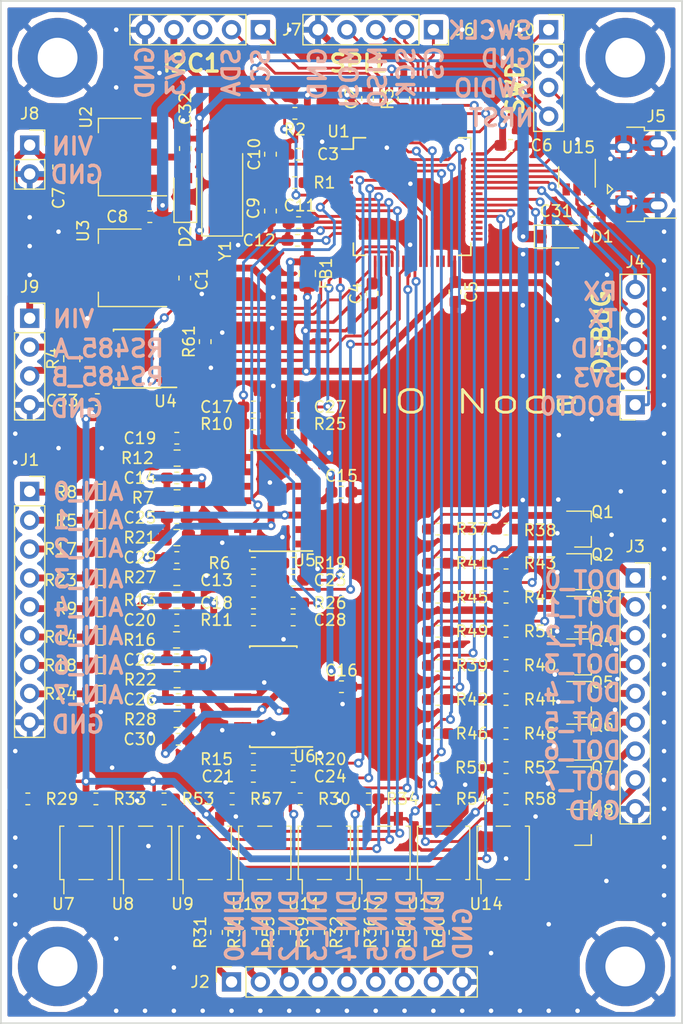
<source format=kicad_pcb>
(kicad_pcb (version 20171130) (host pcbnew "(5.0.1)-4")
  (layers (0 F.Cu signal) (31 B.Cu signal) (34 B.Paste user hide) (35 F.Paste user hide) (36 B.SilkS user) (37 F.SilkS user) (38 B.Mask user hide) (39 F.Mask user hide) (44 Edge.Cuts user))
  (net 0 "")
  (net 1 GND)
  (net 2 +3V3)
  (net 3 "Net-(C9-Pad1)")
  (net 4 "Net-(C10-Pad1)")
  (net 5 "Net-(R1-Pad1)")
  (net 6 "Net-(U1-Pad29)")
  (net 7 "Net-(U1-Pad30)")
  (net 8 "Net-(U1-Pad33)")
  (net 9 "Net-(U1-Pad34)")
  (net 10 "Net-(U1-Pad35)")
  (net 11 "Net-(U1-Pad36)")
  (net 12 "Net-(U1-Pad50)")
  (net 13 "Net-(U1-Pad52)")
  (net 14 +3.3VA)
  (net 15 /NRST)
  (net 16 +5V)
  (net 17 /RS485_B)
  (net 18 /RS485_A)
  (net 19 /USART2_TX)
  (net 20 /USART2_RX)
  (net 21 /USART2_DE)
  (net 22 /USART1_TX)
  (net 23 /USART1_RX)
  (net 24 /ADC_IN0)
  (net 25 /ADC_IN1)
  (net 26 /ADC_IN5)
  (net 27 /ADC_IN6)
  (net 28 /ADC_IN7)
  (net 29 /ADC_IN8)
  (net 30 /ADC_IN9)
  (net 31 "Net-(C14-Pad1)")
  (net 32 "Net-(C19-Pad1)")
  (net 33 "Net-(C20-Pad1)")
  (net 34 "Net-(C22-Pad1)")
  (net 35 "Net-(C25-Pad1)")
  (net 36 "Net-(C26-Pad1)")
  (net 37 "Net-(C29-Pad1)")
  (net 38 "Net-(C30-Pad1)")
  (net 39 /Analog/AIN_0)
  (net 40 /Analog/AIN_1)
  (net 41 /Analog/AIN_2)
  (net 42 /Analog/AIN_3)
  (net 43 /Analog/AIN_5)
  (net 44 /Analog/AIN_4)
  (net 45 /Analog/AIN_6)
  (net 46 /Analog/AIN_7)
  (net 47 /Input/DIN_7)
  (net 48 /Input/DIN_6)
  (net 49 /Input/DIN_5)
  (net 50 /Input/DIN_4)
  (net 51 /Input/DIN_3)
  (net 52 /Input/DIN_2)
  (net 53 /Input/DIN_1)
  (net 54 /Input/DIN_0)
  (net 55 /Output/DOT_0)
  (net 56 /Output/DOT_1)
  (net 57 /Output/DOT_2)
  (net 58 /Output/DOT_3)
  (net 59 /Output/DOT_4)
  (net 60 /Output/DOT_5)
  (net 61 /Output/DOT_6)
  (net 62 /Output/DOT_7)
  (net 63 /IN_0)
  (net 64 /IN_4)
  (net 65 /IN_1)
  (net 66 /IN_5)
  (net 67 /IN_6)
  (net 68 /IN_2)
  (net 69 /IN_7)
  (net 70 /IN_3)
  (net 71 /OUT_4)
  (net 72 /OUT_5)
  (net 73 /OUT_6)
  (net 74 /OUT_7)
  (net 75 /ADC_IN10)
  (net 76 /BOOT0)
  (net 77 /SPI1_MOSI)
  (net 78 /SPI1_MISO)
  (net 79 /SPI1_SCK)
  (net 80 /SPI1_CS)
  (net 81 /I2C1_SCL)
  (net 82 /I2C1_SDA)
  (net 83 "Net-(J7-Pad3)")
  (net 84 /TIM3_CH1)
  (net 85 /TIM3_CH2)
  (net 86 /TIM3_CH3)
  (net 87 /TIM3_CH4)
  (net 88 "Net-(U1-Pad41)")
  (net 89 /SWDIO)
  (net 90 /SWCLK)
  (net 91 "Net-(J5-Pad4)")
  (net 92 "Net-(Q1-Pad1)")
  (net 93 "Net-(Q2-Pad1)")
  (net 94 "Net-(Q3-Pad1)")
  (net 95 "Net-(Q4-Pad1)")
  (net 96 "Net-(Q5-Pad1)")
  (net 97 "Net-(Q6-Pad1)")
  (net 98 "Net-(Q7-Pad1)")
  (net 99 "Net-(Q8-Pad1)")
  (net 100 "Net-(R31-Pad2)")
  (net 101 "Net-(R32-Pad2)")
  (net 102 "Net-(R35-Pad2)")
  (net 103 "Net-(R36-Pad2)")
  (net 104 "Net-(R55-Pad2)")
  (net 105 "Net-(R56-Pad2)")
  (net 106 "Net-(R59-Pad2)")
  (net 107 "Net-(R60-Pad2)")
  (net 108 VBUS)
  (net 109 /USB_CONN_DM)
  (net 110 /USB_CONN_DP)
  (net 111 +12V)
  (net 112 "Net-(C32-Pad1)")
  (net 113 /USB_N)
  (net 114 /USB_P)
  (net 115 "Net-(U1-Pad28)")
  (module Connector_PinSocket_2.54mm:PinSocket_1x05_P2.54mm_Vertical (layer F.Cu) (at 67.86 17.54 270)
    (fp_text reference J7 (at 0 -2.77) (layer F.SilkS))
    (fp_text value Conn_01x05)
    (pad 1 thru_hole rect (at 0 0 270) (size 1.7 1.7) (drill 1) (layers *.Cu *.Mask) (net 81 /I2C1_SCL))
    (pad 2 thru_hole oval (at 0 2.54 270) (size 1.7 1.7) (drill 1) (layers *.Cu *.Mask) (net 82 /I2C1_SDA))
    (pad 3 thru_hole oval (at 0 5.08 270) (size 1.7 1.7) (drill 1) (layers *.Cu *.Mask) (net 83 "Net-(J7-Pad3)"))
    (pad 4 thru_hole oval (at 0 7.62 270) (size 1.7 1.7) (drill 1) (layers *.Cu *.Mask) (net 2 +3V3))
    (pad 5 thru_hole oval (at 0 10.16 270) (size 1.7 1.7) (drill 1) (layers *.Cu *.Mask) (net 1 GND))
  )
  (module Capacitor_SMD:C_0603_1608Metric_Pad1.05x0.95mm_HandSolder (layer F.Cu) (at 68.75 28.5 90)
    (fp_text reference C10 (at 0 -1.43 90) (layer F.SilkS))
    (fp_text value 33PF)
    (pad 2 smd roundrect (at 0.875 0 90) (size 1.05 0.95) (layers F.Cu F.Paste F.Mask) (net 1 GND))
    (pad 1 smd roundrect (at -0.875 0 90) (size 1.05 0.95) (layers F.Cu F.Paste F.Mask) (net 4 "Net-(C10-Pad1)"))
  )
  (module Resistor_SMD:R_0603_1608Metric_Pad1.05x0.95mm_HandSolder (layer F.Cu) (at 65.375 85.25)
    (fp_text reference R57 (at 3 0) (layer F.SilkS))
    (fp_text value 10K)
    (pad 2 smd roundrect (at 0.875 0) (size 1.05 0.95) (layers F.Cu F.Paste F.Mask) (net 70 /IN_3))
    (pad 1 smd roundrect (at -0.875 0) (size 1.05 0.95) (layers F.Cu F.Paste F.Mask) (net 2 +3V3))
  )
  (module Package_TO_SOT_SMD:SOT-23-6 (layer F.Cu) (at 95.75 30.5 270)
    (fp_text reference U15 (at -2.6 -0.12 180) (layer F.SilkS))
    (fp_text value USBLC6-2SC6)
    (pad 5 smd rect (at 1.1 0 270) (size 1.06 0.65) (layers F.Cu F.Paste F.Mask) (net 108 VBUS))
    (pad 6 smd rect (at 1.1 -0.95 270) (size 1.06 0.65) (layers F.Cu F.Paste F.Mask) (net 109 /USB_CONN_DM))
    (pad 4 smd rect (at 1.1 0.95 270) (size 1.06 0.65) (layers F.Cu F.Paste F.Mask) (net 113 /USB_N))
    (pad 3 smd rect (at -1.1 0.95 270) (size 1.06 0.65) (layers F.Cu F.Paste F.Mask) (net 114 /USB_P))
    (pad 2 smd rect (at -1.1 0 270) (size 1.06 0.65) (layers F.Cu F.Paste F.Mask) (net 1 GND))
    (pad 1 smd rect (at -1.1 -0.95 270) (size 1.06 0.65) (layers F.Cu F.Paste F.Mask) (net 110 /USB_CONN_DP))
  )
  (module Resistor_SMD:R_0603_1608Metric_Pad1.05x0.95mm_HandSolder (layer F.Cu) (at 63 45 90)
    (fp_text reference R61 (at 0 -1.43 90) (layer F.SilkS))
    (fp_text value 10K)
    (pad 2 smd roundrect (at 0.875 0 90) (size 1.05 0.95) (layers F.Cu F.Paste F.Mask) (net 1 GND))
    (pad 1 smd roundrect (at -0.875 0 90) (size 1.05 0.95) (layers F.Cu F.Paste F.Mask) (net 21 /USART2_DE))
  )
  (module Capacitor_SMD:C_0603_1608Metric_Pad1.05x0.95mm_HandSolder (layer F.Cu) (at 61.2 39.4 270)
    (fp_text reference C1 (at 0.125 -1.5 270) (layer F.SilkS))
    (fp_text value 4_7UF)
    (pad 2 smd roundrect (at 0.875 0 270) (size 1.05 0.95) (layers F.Cu F.Paste F.Mask) (net 1 GND))
    (pad 1 smd roundrect (at -0.875 0 270) (size 1.05 0.95) (layers F.Cu F.Paste F.Mask) (net 2 +3V3))
  )
  (module Capacitor_SMD:C_0603_1608Metric_Pad1.05x0.95mm_HandSolder (layer F.Cu) (at 77.3 23.6 90)
    (fp_text reference C2 (at 0 -1.43 90) (layer F.SilkS))
    (fp_text value 100NF)
    (pad 1 smd roundrect (at -0.875 0 90) (size 1.05 0.95) (layers F.Cu F.Paste F.Mask) (net 2 +3V3))
    (pad 2 smd roundrect (at 0.875 0 90) (size 1.05 0.95) (layers F.Cu F.Paste F.Mask) (net 1 GND))
  )
  (module Capacitor_SMD:C_0603_1608Metric_Pad1.05x0.95mm_HandSolder (layer F.Cu) (at 71.2 28.5 180)
    (fp_text reference C3 (at -2.625 0 180) (layer F.SilkS))
    (fp_text value 100NF)
    (pad 2 smd roundrect (at 0.875 0 180) (size 1.05 0.95) (layers F.Cu F.Paste F.Mask) (net 1 GND))
    (pad 1 smd roundrect (at -0.875 0 180) (size 1.05 0.95) (layers F.Cu F.Paste F.Mask) (net 2 +3V3))
  )
  (module Capacitor_SMD:C_0603_1608Metric_Pad1.05x0.95mm_HandSolder (layer F.Cu) (at 77.7 40.75 90)
    (fp_text reference C4 (at 0 -1.43 90) (layer F.SilkS))
    (fp_text value 100NF)
    (pad 1 smd roundrect (at -0.875 0 90) (size 1.05 0.95) (layers F.Cu F.Paste F.Mask) (net 2 +3V3))
    (pad 2 smd roundrect (at 0.875 0 90) (size 1.05 0.95) (layers F.Cu F.Paste F.Mask) (net 1 GND))
  )
  (module Capacitor_SMD:C_0603_1608Metric_Pad1.05x0.95mm_HandSolder (layer F.Cu) (at 85 40.625 270)
    (fp_text reference C5 (at 0 -1.43 270) (layer F.SilkS))
    (fp_text value 100NF)
    (pad 2 smd roundrect (at 0.875 0 270) (size 1.05 0.95) (layers F.Cu F.Paste F.Mask) (net 1 GND))
    (pad 1 smd roundrect (at -0.875 0 270) (size 1.05 0.95) (layers F.Cu F.Paste F.Mask) (net 2 +3V3))
  )
  (module Capacitor_SMD:C_0603_1608Metric_Pad1.05x0.95mm_HandSolder (layer F.Cu) (at 89.89 27.72)
    (fp_text reference C6 (at 2.75 0) (layer F.SilkS))
    (fp_text value 100NF)
    (pad 1 smd roundrect (at -0.875 0) (size 1.05 0.95) (layers F.Cu F.Paste F.Mask) (net 2 +3V3))
    (pad 2 smd roundrect (at 0.875 0) (size 1.05 0.95) (layers F.Cu F.Paste F.Mask) (net 1 GND))
  )
  (module Capacitor_SMD:C_0603_1608Metric_Pad1.05x0.95mm_HandSolder (layer F.Cu) (at 68.75 33.5 270)
    (fp_text reference C9 (at -0.25 1.5 270) (layer F.SilkS))
    (fp_text value 33PF)
    (pad 1 smd roundrect (at -0.875 0 270) (size 1.05 0.95) (layers F.Cu F.Paste F.Mask) (net 3 "Net-(C9-Pad1)"))
    (pad 2 smd roundrect (at 0.875 0 270) (size 1.05 0.95) (layers F.Cu F.Paste F.Mask) (net 1 GND))
  )
  (module Resistor_SMD:R_0603_1608Metric_Pad1.05x0.95mm_HandSolder (layer F.Cu) (at 70.875 31 180)
    (fp_text reference R1 (at -2.625 0 180) (layer F.SilkS))
    (fp_text value 470R)
    (pad 1 smd roundrect (at -0.875 0 180) (size 1.05 0.95) (layers F.Cu F.Paste F.Mask) (net 5 "Net-(R1-Pad1)"))
    (pad 2 smd roundrect (at 0.875 0 180) (size 1.05 0.95) (layers F.Cu F.Paste F.Mask) (net 3 "Net-(C9-Pad1)"))
  )
  (module Package_QFP:LQFP-64_10x10mm_P0.5mm (layer F.Cu) (at 81.225001 32.225001)
    (fp_text reference U1 (at -6.475001 -5.725001) (layer F.SilkS))
    (fp_text value STM32F103RBT6)
    (pad 1 smd rect (at -5.7 -3.75) (size 1 0.25) (layers F.Cu F.Paste F.Mask) (net 2 +3V3))
    (pad 2 smd rect (at -5.7 -3.25) (size 1 0.25) (layers F.Cu F.Paste F.Mask) (net 72 /OUT_5))
    (pad 3 smd rect (at -5.7 -2.75) (size 1 0.25) (layers F.Cu F.Paste F.Mask) (net 73 /OUT_6))
    (pad 4 smd rect (at -5.7 -2.25) (size 1 0.25) (layers F.Cu F.Paste F.Mask) (net 74 /OUT_7))
    (pad 5 smd rect (at -5.7 -1.75) (size 1 0.25) (layers F.Cu F.Paste F.Mask) (net 4 "Net-(C10-Pad1)"))
    (pad 6 smd rect (at -5.7 -1.25) (size 1 0.25) (layers F.Cu F.Paste F.Mask) (net 5 "Net-(R1-Pad1)"))
    (pad 7 smd rect (at -5.7 -0.75) (size 1 0.25) (layers F.Cu F.Paste F.Mask) (net 15 /NRST))
    (pad 8 smd rect (at -5.7 -0.25) (size 1 0.25) (layers F.Cu F.Paste F.Mask) (net 75 /ADC_IN10))
    (pad 9 smd rect (at -5.7 0.25) (size 1 0.25) (layers F.Cu F.Paste F.Mask) (net 65 /IN_1))
    (pad 10 smd rect (at -5.7 0.75) (size 1 0.25) (layers F.Cu F.Paste F.Mask) (net 68 /IN_2))
    (pad 11 smd rect (at -5.7 1.25) (size 1 0.25) (layers F.Cu F.Paste F.Mask) (net 70 /IN_3))
    (pad 12 smd rect (at -5.7 1.75) (size 1 0.25) (layers F.Cu F.Paste F.Mask) (net 1 GND))
    (pad 13 smd rect (at -5.7 2.25) (size 1 0.25) (layers F.Cu F.Paste F.Mask) (net 14 +3.3VA))
    (pad 14 smd rect (at -5.7 2.75) (size 1 0.25) (layers F.Cu F.Paste F.Mask) (net 24 /ADC_IN0))
    (pad 15 smd rect (at -5.7 3.25) (size 1 0.25) (layers F.Cu F.Paste F.Mask) (net 25 /ADC_IN1))
    (pad 16 smd rect (at -5.7 3.75) (size 1 0.25) (layers F.Cu F.Paste F.Mask) (net 19 /USART2_TX))
    (pad 17 smd rect (at -3.75 5.7 90) (size 1 0.25) (layers F.Cu F.Paste F.Mask) (net 20 /USART2_RX))
    (pad 18 smd rect (at -3.25 5.7 90) (size 1 0.25) (layers F.Cu F.Paste F.Mask) (net 1 GND))
    (pad 19 smd rect (at -2.75 5.7 90) (size 1 0.25) (layers F.Cu F.Paste F.Mask) (net 2 +3V3))
    (pad 20 smd rect (at -2.25 5.7 90) (size 1 0.25) (layers F.Cu F.Paste F.Mask) (net 21 /USART2_DE))
    (pad 21 smd rect (at -1.75 5.7 90) (size 1 0.25) (layers F.Cu F.Paste F.Mask) (net 26 /ADC_IN5))
    (pad 22 smd rect (at -1.25 5.7 90) (size 1 0.25) (layers F.Cu F.Paste F.Mask) (net 27 /ADC_IN6))
    (pad 23 smd rect (at -0.75 5.7 90) (size 1 0.25) (layers F.Cu F.Paste F.Mask) (net 28 /ADC_IN7))
    (pad 24 smd rect (at -0.25 5.7 90) (size 1 0.25) (layers F.Cu F.Paste F.Mask) (net 64 /IN_4))
    (pad 25 smd rect (at 0.25 5.7 90) (size 1 0.25) (layers F.Cu F.Paste F.Mask) (net 66 /IN_5))
    (pad 26 smd rect (at 0.75 5.7 90) (size 1 0.25) (layers F.Cu F.Paste F.Mask) (net 29 /ADC_IN8))
    (pad 27 smd rect (at 1.25 5.7 90) (size 1 0.25) (layers F.Cu F.Paste F.Mask) (net 30 /ADC_IN9))
    (pad 28 smd rect (at 1.75 5.7 90) (size 1 0.25) (layers F.Cu F.Paste F.Mask) (net 115 "Net-(U1-Pad28)"))
    (pad 29 smd rect (at 2.25 5.7 90) (size 1 0.25) (layers F.Cu F.Paste F.Mask) (net 6 "Net-(U1-Pad29)"))
    (pad 30 smd rect (at 2.75 5.7 90) (size 1 0.25) (layers F.Cu F.Paste F.Mask) (net 7 "Net-(U1-Pad30)"))
    (pad 31 smd rect (at 3.25 5.7 90) (size 1 0.25) (layers F.Cu F.Paste F.Mask) (net 1 GND))
    (pad 32 smd rect (at 3.75 5.7 90) (size 1 0.25) (layers F.Cu F.Paste F.Mask) (net 2 +3V3))
    (pad 33 smd rect (at 5.7 3.75) (size 1 0.25) (layers F.Cu F.Paste F.Mask) (net 8 "Net-(U1-Pad33)"))
    (pad 34 smd rect (at 5.7 3.25) (size 1 0.25) (layers F.Cu F.Paste F.Mask) (net 9 "Net-(U1-Pad34)"))
    (pad 35 smd rect (at 5.7 2.75) (size 1 0.25) (layers F.Cu F.Paste F.Mask) (net 10 "Net-(U1-Pad35)"))
    (pad 36 smd rect (at 5.7 2.25) (size 1 0.25) (layers F.Cu F.Paste F.Mask) (net 11 "Net-(U1-Pad36)"))
    (pad 37 smd rect (at 5.7 1.75) (size 1 0.25) (layers F.Cu F.Paste F.Mask) (net 84 /TIM3_CH1))
    (pad 38 smd rect (at 5.7 1.25) (size 1 0.25) (layers F.Cu F.Paste F.Mask) (net 85 /TIM3_CH2))
    (pad 39 smd rect (at 5.7 0.75) (size 1 0.25) (layers F.Cu F.Paste F.Mask) (net 86 /TIM3_CH3))
    (pad 40 smd rect (at 5.7 0.25) (size 1 0.25) (layers F.Cu F.Paste F.Mask) (net 87 /TIM3_CH4))
    (pad 41 smd rect (at 5.7 -0.25) (size 1 0.25) (layers F.Cu F.Paste F.Mask) (net 88 "Net-(U1-Pad41)"))
    (pad 42 smd rect (at 5.7 -0.75) (size 1 0.25) (layers F.Cu F.Paste F.Mask) (net 22 /USART1_TX))
    (pad 43 smd rect (at 5.7 -1.25) (size 1 0.25) (layers F.Cu F.Paste F.Mask) (net 23 /USART1_RX))
    (pad 44 smd rect (at 5.7 -1.75) (size 1 0.25) (layers F.Cu F.Paste F.Mask) (net 113 /USB_N))
    (pad 45 smd rect (at 5.7 -2.25) (size 1 0.25) (layers F.Cu F.Paste F.Mask) (net 114 /USB_P))
    (pad 46 smd rect (at 5.7 -2.75) (size 1 0.25) (layers F.Cu F.Paste F.Mask) (net 89 /SWDIO))
    (pad 47 smd rect (at 5.7 -3.25) (size 1 0.25) (layers F.Cu F.Paste F.Mask) (net 1 GND))
    (pad 48 smd rect (at 5.7 -3.75) (size 1 0.25) (layers F.Cu F.Paste F.Mask) (net 2 +3V3))
    (pad 49 smd rect (at 3.75 -5.7 90) (size 1 0.25) (layers F.Cu F.Paste F.Mask) (net 90 /SWCLK))
    (pad 50 smd rect (at 3.25 -5.7 90) (size 1 0.25) (layers F.Cu F.Paste F.Mask) (net 12 "Net-(U1-Pad50)"))
    (pad 51 smd rect (at 2.75 -5.7 90) (size 1 0.25) (layers F.Cu F.Paste F.Mask) (net 63 /IN_0))
    (pad 52 smd rect (at 2.25 -5.7 90) (size 1 0.25) (layers F.Cu F.Paste F.Mask) (net 13 "Net-(U1-Pad52)"))
    (pad 53 smd rect (at 1.75 -5.7 90) (size 1 0.25) (layers F.Cu F.Paste F.Mask) (net 71 /OUT_4))
    (pad 54 smd rect (at 1.25 -5.7 90) (size 1 0.25) (layers F.Cu F.Paste F.Mask) (net 80 /SPI1_CS))
    (pad 55 smd rect (at 0.75 -5.7 90) (size 1 0.25) (layers F.Cu F.Paste F.Mask) (net 79 /SPI1_SCK))
    (pad 56 smd rect (at 0.25 -5.7 90) (size 1 0.25) (layers F.Cu F.Paste F.Mask) (net 78 /SPI1_MISO))
    (pad 57 smd rect (at -0.25 -5.7 90) (size 1 0.25) (layers F.Cu F.Paste F.Mask) (net 77 /SPI1_MOSI))
    (pad 58 smd rect (at -0.75 -5.7 90) (size 1 0.25) (layers F.Cu F.Paste F.Mask) (net 67 /IN_6))
    (pad 59 smd rect (at -1.25 -5.7 90) (size 1 0.25) (layers F.Cu F.Paste F.Mask) (net 69 /IN_7))
    (pad 60 smd rect (at -1.75 -5.7 90) (size 1 0.25) (layers F.Cu F.Paste F.Mask) (net 76 /BOOT0))
    (pad 61 smd rect (at -2.25 -5.7 90) (size 1 0.25) (layers F.Cu F.Paste F.Mask) (net 81 /I2C1_SCL))
    (pad 62 smd rect (at -2.75 -5.7 90) (size 1 0.25) (layers F.Cu F.Paste F.Mask) (net 82 /I2C1_SDA))
    (pad 63 smd rect (at -3.25 -5.7 90) (size 1 0.25) (layers F.Cu F.Paste F.Mask) (net 1 GND))
    (pad 64 smd rect (at -3.75 -5.7 90) (size 1 0.25) (layers F.Cu F.Paste F.Mask) (net 2 +3V3))
  )
  (module Crystal:Crystal_SMD_5032-2Pin_5.0x3.2mm_HandSoldering (layer F.Cu) (at 64.5 31.15 90)
    (fp_text reference Y1 (at -5.85 0.25 90) (layer F.SilkS))
    (fp_text value "8 MHz")
    (pad 1 smd rect (at -2.6 0 90) (size 3.5 2.4) (layers F.Cu F.Paste F.Mask) (net 3 "Net-(C9-Pad1)"))
    (pad 2 smd rect (at 2.6 0 90) (size 3.5 2.4) (layers F.Cu F.Paste F.Mask) (net 4 "Net-(C10-Pad1)"))
  )
  (module Capacitor_SMD:C_0603_1608Metric_Pad1.05x0.95mm_HandSolder (layer F.Cu) (at 71.22 34.52 180)
    (fp_text reference C11 (at -0.125 1.5 180) (layer F.SilkS))
    (fp_text value 100NF)
    (pad 1 smd roundrect (at -0.875 0 180) (size 1.05 0.95) (layers F.Cu F.Paste F.Mask) (net 14 +3.3VA))
    (pad 2 smd roundrect (at 0.875 0 180) (size 1.05 0.95) (layers F.Cu F.Paste F.Mask) (net 1 GND))
  )
  (module Resistor_SMD:R_0805_2012Metric_Pad1.15x1.40mm_HandSolder (layer F.Cu) (at 72 39 270)
    (fp_text reference FB1 (at 0 -1.65 270) (layer F.SilkS))
    (fp_text value 600R)
    (pad 1 smd roundrect (at -1.025 0 270) (size 1.15 1.4) (layers F.Cu F.Paste F.Mask) (roundrect_rratio 0.217391) (net 14 +3.3VA))
    (pad 2 smd roundrect (at 1.025 0 270) (size 1.15 1.4) (layers F.Cu F.Paste F.Mask) (roundrect_rratio 0.217391) (net 2 +3V3))
  )
  (module Resistor_SMD:R_0603_1608Metric_Pad1.05x0.95mm_HandSolder (layer F.Cu) (at 70.9 24.9 180)
    (fp_text reference R2 (at 0 -1.43 180) (layer F.SilkS))
    (fp_text value 10K)
    (pad 1 smd roundrect (at -0.875 0 180) (size 1.05 0.95) (layers F.Cu F.Paste F.Mask) (net 2 +3V3))
    (pad 2 smd roundrect (at 0.875 0 180) (size 1.05 0.95) (layers F.Cu F.Paste F.Mask) (net 15 /NRST))
  )
  (module Resistor_SMD:R_0603_1608Metric_Pad1.05x0.95mm_HandSolder (layer F.Cu) (at 80.5 23.625 90)
    (fp_text reference R3 (at 0 -1.43 90) (layer F.SilkS))
    (fp_text value 10K)
    (pad 2 smd roundrect (at 0.875 0 90) (size 1.05 0.95) (layers F.Cu F.Paste F.Mask) (net 1 GND))
    (pad 1 smd roundrect (at -0.875 0 90) (size 1.05 0.95) (layers F.Cu F.Paste F.Mask) (net 76 /BOOT0))
  )
  (module Capacitor_SMD:C_0603_1608Metric_Pad1.05x0.95mm_HandSolder (layer F.Cu) (at 71.12 36.08 180)
    (fp_text reference C12 (at 3.375 0 180) (layer F.SilkS))
    (fp_text value 1NF)
    (pad 1 smd roundrect (at -0.875 0 180) (size 1.05 0.95) (layers F.Cu F.Paste F.Mask) (net 14 +3.3VA))
    (pad 2 smd roundrect (at 0.875 0 180) (size 1.05 0.95) (layers F.Cu F.Paste F.Mask) (net 1 GND))
  )
  (module Capacitor_SMD:C_0603_1608Metric_Pad1.05x0.95mm_HandSolder (layer F.Cu) (at 50.09 29.62 270)
    (fp_text reference C7 (at 2.75 0 270) (layer F.SilkS))
    (fp_text value 4_7UF)
    (pad 1 smd roundrect (at -0.875 0 270) (size 1.05 0.95) (layers F.Cu F.Paste F.Mask) (net 111 +12V))
    (pad 2 smd roundrect (at 0.875 0 270) (size 1.05 0.95) (layers F.Cu F.Paste F.Mask) (net 1 GND))
  )
  (module Capacitor_SMD:C_0603_1608Metric_Pad1.05x0.95mm_HandSolder (layer F.Cu) (at 58.125 34 180)
    (fp_text reference C8 (at 2.875 0 180) (layer F.SilkS))
    (fp_text value 100NF)
    (pad 2 smd roundrect (at 0.875 0 180) (size 1.05 0.95) (layers F.Cu F.Paste F.Mask) (net 1 GND))
    (pad 1 smd roundrect (at -0.875 0 180) (size 1.05 0.95) (layers F.Cu F.Paste F.Mask) (net 16 +5V))
  )
  (module Package_TO_SOT_SMD:SOT-223-3_TabPin2 (layer F.Cu) (at 55.5 28.75 180)
    (fp_text reference U2 (at 3 3.5 270) (layer F.SilkS))
    (fp_text value AMS1117-5.0)
    (pad 1 smd rect (at -3.15 -2.3 180) (size 2 1.5) (layers F.Cu F.Paste F.Mask) (net 1 GND))
    (pad 3 smd rect (at -3.15 2.3 180) (size 2 1.5) (layers F.Cu F.Paste F.Mask) (net 111 +12V))
    (pad 2 smd rect (at -3.15 0 180) (size 2 1.5) (layers F.Cu F.Paste F.Mask) (net 112 "Net-(C32-Pad1)"))
    (pad 2 smd rect (at 3.15 0 180) (size 2 3.8) (layers F.Cu F.Paste F.Mask) (net 112 "Net-(C32-Pad1)"))
  )
  (module Package_TO_SOT_SMD:SOT-223-3_TabPin2 (layer F.Cu) (at 55.5 38.5 180)
    (fp_text reference U3 (at 3.25 3.25 270) (layer F.SilkS))
    (fp_text value AMS1117-3.3)
    (pad 2 smd rect (at 3.15 0 180) (size 2 3.8) (layers F.Cu F.Paste F.Mask) (net 2 +3V3))
    (pad 2 smd rect (at -3.15 0 180) (size 2 1.5) (layers F.Cu F.Paste F.Mask) (net 2 +3V3))
    (pad 3 smd rect (at -3.15 2.3 180) (size 2 1.5) (layers F.Cu F.Paste F.Mask) (net 16 +5V))
    (pad 1 smd rect (at -3.15 -2.3 180) (size 2 1.5) (layers F.Cu F.Paste F.Mask) (net 1 GND))
  )
  (module Resistor_SMD:R_0805_2012Metric_Pad1.15x1.40mm_HandSolder (layer F.Cu) (at 51.25 46.5 90)
    (fp_text reference R4 (at 0 -1.65 90) (layer F.SilkS))
    (fp_text value 120R)
    (pad 1 smd roundrect (at -1.025 0 90) (size 1.15 1.4) (layers F.Cu F.Paste F.Mask) (roundrect_rratio 0.217391) (net 17 /RS485_B))
    (pad 2 smd roundrect (at 1.025 0 90) (size 1.15 1.4) (layers F.Cu F.Paste F.Mask) (roundrect_rratio 0.217391) (net 18 /RS485_A))
  )
  (module Package_SO:SOIC-8_3.9x4.9mm_P1.27mm (layer F.Cu) (at 57 46.5 180)
    (fp_text reference U4 (at -2.5 -3.75 180) (layer F.SilkS))
    (fp_text value SP3485EN)
    (pad 1 smd rect (at -2.7 -1.905 180) (size 1.55 0.6) (layers F.Cu F.Paste F.Mask) (net 19 /USART2_TX))
    (pad 2 smd rect (at -2.7 -0.635 180) (size 1.55 0.6) (layers F.Cu F.Paste F.Mask) (net 21 /USART2_DE))
    (pad 3 smd rect (at -2.7 0.635 180) (size 1.55 0.6) (layers F.Cu F.Paste F.Mask) (net 21 /USART2_DE))
    (pad 4 smd rect (at -2.7 1.905 180) (size 1.55 0.6) (layers F.Cu F.Paste F.Mask) (net 20 /USART2_RX))
    (pad 5 smd rect (at 2.7 1.905 180) (size 1.55 0.6) (layers F.Cu F.Paste F.Mask) (net 1 GND))
    (pad 6 smd rect (at 2.7 0.635 180) (size 1.55 0.6) (layers F.Cu F.Paste F.Mask) (net 18 /RS485_A))
    (pad 7 smd rect (at 2.7 -0.635 180) (size 1.55 0.6) (layers F.Cu F.Paste F.Mask) (net 17 /RS485_B))
    (pad 8 smd rect (at 2.7 -1.905 180) (size 1.55 0.6) (layers F.Cu F.Paste F.Mask) (net 2 +3V3))
  )
  (module Package_SO:SOIC-14_3.9x8.7mm_P1.27mm (layer F.Cu) (at 69 59 180)
    (fp_text reference U5 (at -2.75 -5.25 180) (layer F.SilkS))
    (fp_text value LM324DT)
    (pad 1 smd rect (at -2.7 -3.81 180) (size 1.5 0.6) (layers F.Cu F.Paste F.Mask) (net 26 /ADC_IN5))
    (pad 2 smd rect (at -2.7 -2.54 180) (size 1.5 0.6) (layers F.Cu F.Paste F.Mask) (net 26 /ADC_IN5))
    (pad 3 smd rect (at -2.7 -1.27 180) (size 1.5 0.6) (layers F.Cu F.Paste F.Mask) (net 35 "Net-(C25-Pad1)"))
    (pad 4 smd rect (at -2.7 0 180) (size 1.5 0.6) (layers F.Cu F.Paste F.Mask) (net 14 +3.3VA))
    (pad 5 smd rect (at -2.7 1.27 180) (size 1.5 0.6) (layers F.Cu F.Paste F.Mask) (net 37 "Net-(C29-Pad1)"))
    (pad 6 smd rect (at -2.7 2.54 180) (size 1.5 0.6) (layers F.Cu F.Paste F.Mask) (net 27 /ADC_IN6))
    (pad 7 smd rect (at -2.7 3.81 180) (size 1.5 0.6) (layers F.Cu F.Paste F.Mask) (net 27 /ADC_IN6))
    (pad 8 smd rect (at 2.7 3.81 180) (size 1.5 0.6) (layers F.Cu F.Paste F.Mask) (net 24 /ADC_IN0))
    (pad 9 smd rect (at 2.7 2.54 180) (size 1.5 0.6) (layers F.Cu F.Paste F.Mask) (net 24 /ADC_IN0))
    (pad 10 smd rect (at 2.7 1.27 180) (size 1.5 0.6) (layers F.Cu F.Paste F.Mask) (net 32 "Net-(C19-Pad1)"))
    (pad 11 smd rect (at 2.7 0 180) (size 1.5 0.6) (layers F.Cu F.Paste F.Mask) (net 1 GND))
    (pad 12 smd rect (at 2.7 -1.27 180) (size 1.5 0.6) (layers F.Cu F.Paste F.Mask) (net 31 "Net-(C14-Pad1)"))
    (pad 13 smd rect (at 2.7 -2.54 180) (size 1.5 0.6) (layers F.Cu F.Paste F.Mask) (net 25 /ADC_IN1))
    (pad 14 smd rect (at 2.7 -3.81 180) (size 1.5 0.6) (layers F.Cu F.Paste F.Mask) (net 25 /ADC_IN1))
  )
  (module Capacitor_SMD:C_0603_1608Metric_Pad1.05x0.95mm_HandSolder (layer F.Cu) (at 67.25 66)
    (fp_text reference C13 (at -3.25 0) (layer F.SilkS))
    (fp_text value 1NF)
    (pad 2 smd roundrect (at 0.875 0) (size 1.05 0.95) (layers F.Cu F.Paste F.Mask) (net 1 GND))
    (pad 1 smd roundrect (at -0.875 0) (size 1.05 0.95) (layers F.Cu F.Paste F.Mask) (net 25 /ADC_IN1))
  )
  (module Capacitor_SMD:C_0603_1608Metric_Pad1.05x0.95mm_HandSolder (layer F.Cu) (at 60.5 57)
    (fp_text reference C14 (at -3.25 0) (layer F.SilkS))
    (fp_text value 100NF)
    (pad 1 smd roundrect (at -0.875 0) (size 1.05 0.95) (layers F.Cu F.Paste F.Mask) (net 31 "Net-(C14-Pad1)"))
    (pad 2 smd roundrect (at 0.875 0) (size 1.05 0.95) (layers F.Cu F.Paste F.Mask) (net 1 GND))
  )
  (module Capacitor_SMD:C_0603_1608Metric_Pad1.05x0.95mm_HandSolder (layer F.Cu) (at 75 58.25)
    (fp_text reference C15 (at 0 -1.43) (layer F.SilkS))
    (fp_text value 100NF)
    (pad 2 smd roundrect (at 0.875 0) (size 1.05 0.95) (layers F.Cu F.Paste F.Mask) (net 1 GND))
    (pad 1 smd roundrect (at -0.875 0) (size 1.05 0.95) (layers F.Cu F.Paste F.Mask) (net 14 +3.3VA))
  )
  (module Capacitor_SMD:C_0603_1608Metric_Pad1.05x0.95mm_HandSolder (layer F.Cu) (at 75 75.375)
    (fp_text reference C16 (at 0 -1.43) (layer F.SilkS))
    (fp_text value 100NF)
    (pad 2 smd roundrect (at 0.875 0) (size 1.05 0.95) (layers F.Cu F.Paste F.Mask) (net 1 GND))
    (pad 1 smd roundrect (at -0.875 0) (size 1.05 0.95) (layers F.Cu F.Paste F.Mask) (net 14 +3.3VA))
  )
  (module Capacitor_SMD:C_0603_1608Metric_Pad1.05x0.95mm_HandSolder (layer F.Cu) (at 67.25 50.75)
    (fp_text reference C17 (at -3.25 0) (layer F.SilkS))
    (fp_text value 1NF)
    (pad 1 smd roundrect (at -0.875 0) (size 1.05 0.95) (layers F.Cu F.Paste F.Mask) (net 24 /ADC_IN0))
    (pad 2 smd roundrect (at 0.875 0) (size 1.05 0.95) (layers F.Cu F.Paste F.Mask) (net 1 GND))
  )
  (module Capacitor_SMD:C_0603_1608Metric_Pad1.05x0.95mm_HandSolder (layer F.Cu) (at 67.25 68)
    (fp_text reference C18 (at -3.25 0) (layer F.SilkS))
    (fp_text value 1NF)
    (pad 1 smd roundrect (at -0.875 0) (size 1.05 0.95) (layers F.Cu F.Paste F.Mask) (net 28 /ADC_IN7))
    (pad 2 smd roundrect (at 0.875 0) (size 1.05 0.95) (layers F.Cu F.Paste F.Mask) (net 1 GND))
  )
  (module Capacitor_SMD:C_0603_1608Metric_Pad1.05x0.95mm_HandSolder (layer F.Cu) (at 60.5 53.5)
    (fp_text reference C19 (at -3.25 0) (layer F.SilkS))
    (fp_text value 100NF)
    (pad 2 smd roundrect (at 0.875 0) (size 1.05 0.95) (layers F.Cu F.Paste F.Mask) (net 1 GND))
    (pad 1 smd roundrect (at -0.875 0) (size 1.05 0.95) (layers F.Cu F.Paste F.Mask) (net 32 "Net-(C19-Pad1)"))
  )
  (module Capacitor_SMD:C_0603_1608Metric_Pad1.05x0.95mm_HandSolder (layer F.Cu) (at 60.5 69.5)
    (fp_text reference C20 (at -3.25 0) (layer F.SilkS))
    (fp_text value 100NF)
    (pad 1 smd roundrect (at -0.875 0) (size 1.05 0.95) (layers F.Cu F.Paste F.Mask) (net 33 "Net-(C20-Pad1)"))
    (pad 2 smd roundrect (at 0.875 0) (size 1.05 0.95) (layers F.Cu F.Paste F.Mask) (net 1 GND))
  )
  (module Capacitor_SMD:C_0603_1608Metric_Pad1.05x0.95mm_HandSolder (layer F.Cu) (at 67.24 83.27)
    (fp_text reference C21 (at -3.125 0) (layer F.SilkS))
    (fp_text value 1NF)
    (pad 2 smd roundrect (at 0.875 0) (size 1.05 0.95) (layers F.Cu F.Paste F.Mask) (net 1 GND))
    (pad 1 smd roundrect (at -0.875 0) (size 1.05 0.95) (layers F.Cu F.Paste F.Mask) (net 29 /ADC_IN8))
  )
  (module Capacitor_SMD:C_0603_1608Metric_Pad1.05x0.95mm_HandSolder (layer F.Cu) (at 60.5 73)
    (fp_text reference C22 (at -3.25 0) (layer F.SilkS))
    (fp_text value 100NF)
    (pad 1 smd roundrect (at -0.875 0) (size 1.05 0.95) (layers F.Cu F.Paste F.Mask) (net 34 "Net-(C22-Pad1)"))
    (pad 2 smd roundrect (at 0.875 0) (size 1.05 0.95) (layers F.Cu F.Paste F.Mask) (net 1 GND))
  )
  (module Capacitor_SMD:C_0603_1608Metric_Pad1.05x0.95mm_HandSolder (layer F.Cu) (at 70.75 66 180)
    (fp_text reference C23 (at -3.25 0 180) (layer F.SilkS))
    (fp_text value 1NF)
    (pad 2 smd roundrect (at 0.875 0 180) (size 1.05 0.95) (layers F.Cu F.Paste F.Mask) (net 1 GND))
    (pad 1 smd roundrect (at -0.875 0 180) (size 1.05 0.95) (layers F.Cu F.Paste F.Mask) (net 26 /ADC_IN5))
  )
  (module Capacitor_SMD:C_0603_1608Metric_Pad1.05x0.95mm_HandSolder (layer F.Cu) (at 70.75 83.28 180)
    (fp_text reference C24 (at -3.25 0 180) (layer F.SilkS))
    (fp_text value 1NF)
    (pad 2 smd roundrect (at 0.875 0 180) (size 1.05 0.95) (layers F.Cu F.Paste F.Mask) (net 1 GND))
    (pad 1 smd roundrect (at -0.875 0 180) (size 1.05 0.95) (layers F.Cu F.Paste F.Mask) (net 30 /ADC_IN9))
  )
  (module Capacitor_SMD:C_0603_1608Metric_Pad1.05x0.95mm_HandSolder (layer F.Cu) (at 60.5 60.5)
    (fp_text reference C25 (at -3.25 0) (layer F.SilkS))
    (fp_text value 100NF)
    (pad 2 smd roundrect (at 0.875 0) (size 1.05 0.95) (layers F.Cu F.Paste F.Mask) (net 1 GND))
    (pad 1 smd roundrect (at -0.875 0) (size 1.05 0.95) (layers F.Cu F.Paste F.Mask) (net 35 "Net-(C25-Pad1)"))
  )
  (module Capacitor_SMD:C_0603_1608Metric_Pad1.05x0.95mm_HandSolder (layer F.Cu) (at 60.625 76.5)
    (fp_text reference C26 (at -3.375 0) (layer F.SilkS))
    (fp_text value 100NF)
    (pad 1 smd roundrect (at -0.875 0) (size 1.05 0.95) (layers F.Cu F.Paste F.Mask) (net 36 "Net-(C26-Pad1)"))
    (pad 2 smd roundrect (at 0.875 0) (size 1.05 0.95) (layers F.Cu F.Paste F.Mask) (net 1 GND))
  )
  (module Capacitor_SMD:C_0603_1608Metric_Pad1.05x0.95mm_HandSolder (layer F.Cu) (at 70.75 50.75 180)
    (fp_text reference C27 (at -3.25 0 180) (layer F.SilkS))
    (fp_text value 1NF)
    (pad 1 smd roundrect (at -0.875 0 180) (size 1.05 0.95) (layers F.Cu F.Paste F.Mask) (net 27 /ADC_IN6))
    (pad 2 smd roundrect (at 0.875 0 180) (size 1.05 0.95) (layers F.Cu F.Paste F.Mask) (net 1 GND))
  )
  (module Capacitor_SMD:C_0603_1608Metric_Pad1.05x0.95mm_HandSolder (layer F.Cu) (at 70.75 69.5 180)
    (fp_text reference C28 (at -3.25 0 180) (layer F.SilkS))
    (fp_text value 1NF)
    (pad 2 smd roundrect (at 0.875 0 180) (size 1.05 0.95) (layers F.Cu F.Paste F.Mask) (net 1 GND))
    (pad 1 smd roundrect (at -0.875 0 180) (size 1.05 0.95) (layers F.Cu F.Paste F.Mask) (net 75 /ADC_IN10))
  )
  (module Capacitor_SMD:C_0603_1608Metric_Pad1.05x0.95mm_HandSolder (layer F.Cu) (at 60.5 64)
    (fp_text reference C29 (at -3.25 0) (layer F.SilkS))
    (fp_text value 100NF)
    (pad 1 smd roundrect (at -0.875 0) (size 1.05 0.95) (layers F.Cu F.Paste F.Mask) (net 37 "Net-(C29-Pad1)"))
    (pad 2 smd roundrect (at 0.875 0) (size 1.05 0.95) (layers F.Cu F.Paste F.Mask) (net 1 GND))
  )
  (module Capacitor_SMD:C_0603_1608Metric_Pad1.05x0.95mm_HandSolder (layer F.Cu) (at 60.625 80)
    (fp_text reference C30 (at -3.375 0) (layer F.SilkS))
    (fp_text value 100NF)
    (pad 1 smd roundrect (at -0.875 0) (size 1.05 0.95) (layers F.Cu F.Paste F.Mask) (net 38 "Net-(C30-Pad1)"))
    (pad 2 smd roundrect (at 0.875 0) (size 1.05 0.95) (layers F.Cu F.Paste F.Mask) (net 1 GND))
  )
  (module Connector_PinSocket_2.54mm:PinSocket_1x09_P2.54mm_Vertical (layer F.Cu) (at 47.54 58.18)
    (fp_text reference J1 (at 0 -2.77) (layer F.SilkS))
    (fp_text value Conn_01x09)
    (pad 1 thru_hole rect (at 0 0) (size 1.7 1.7) (drill 1) (layers *.Cu *.Mask) (net 39 /Analog/AIN_0))
    (pad 2 thru_hole oval (at 0 2.54) (size 1.7 1.7) (drill 1) (layers *.Cu *.Mask) (net 40 /Analog/AIN_1))
    (pad 3 thru_hole oval (at 0 5.08) (size 1.7 1.7) (drill 1) (layers *.Cu *.Mask) (net 41 /Analog/AIN_2))
    (pad 4 thru_hole oval (at 0 7.62) (size 1.7 1.7) (drill 1) (layers *.Cu *.Mask) (net 42 /Analog/AIN_3))
    (pad 5 thru_hole oval (at 0 10.16) (size 1.7 1.7) (drill 1) (layers *.Cu *.Mask) (net 44 /Analog/AIN_4))
    (pad 6 thru_hole oval (at 0 12.7) (size 1.7 1.7) (drill 1) (layers *.Cu *.Mask) (net 43 /Analog/AIN_5))
    (pad 7 thru_hole oval (at 0 15.24) (size 1.7 1.7) (drill 1) (layers *.Cu *.Mask) (net 45 /Analog/AIN_6))
    (pad 8 thru_hole oval (at 0 17.78) (size 1.7 1.7) (drill 1) (layers *.Cu *.Mask) (net 46 /Analog/AIN_7))
    (pad 9 thru_hole oval (at 0 20.32) (size 1.7 1.7) (drill 1) (layers *.Cu *.Mask) (net 1 GND))
  )
  (module Resistor_SMD:R_0805_2012Metric_Pad1.15x1.40mm_HandSolder (layer F.Cu) (at 53.75 60.75)
    (fp_text reference R5 (at -3 0) (layer F.SilkS))
    (fp_text value 10K)
    (pad 2 smd roundrect (at 1.025 0) (size 1.15 1.4) (layers F.Cu F.Paste F.Mask) (roundrect_rratio 0.217391) (net 31 "Net-(C14-Pad1)"))
    (pad 1 smd roundrect (at -1.025 0) (size 1.15 1.4) (layers F.Cu F.Paste F.Mask) (roundrect_rratio 0.217391) (net 40 /Analog/AIN_1))
  )
  (module Resistor_SMD:R_0603_1608Metric_Pad1.05x0.95mm_HandSolder (layer F.Cu) (at 67.25 64.5)
    (fp_text reference R6 (at -3 0) (layer F.SilkS))
    (fp_text value 10K)
    (pad 1 smd roundrect (at -0.875 0) (size 1.05 0.95) (layers F.Cu F.Paste F.Mask) (net 25 /ADC_IN1))
    (pad 2 smd roundrect (at 0.875 0) (size 1.05 0.95) (layers F.Cu F.Paste F.Mask) (net 1 GND))
  )
  (module Resistor_SMD:R_0805_2012Metric_Pad1.15x1.40mm_HandSolder (layer F.Cu) (at 60.525 58.75)
    (fp_text reference R7 (at -3.025 0) (layer F.SilkS))
    (fp_text value 10K)
    (pad 1 smd roundrect (at -1.025 0) (size 1.15 1.4) (layers F.Cu F.Paste F.Mask) (roundrect_rratio 0.217391) (net 31 "Net-(C14-Pad1)"))
    (pad 2 smd roundrect (at 1.025 0) (size 1.15 1.4) (layers F.Cu F.Paste F.Mask) (roundrect_rratio 0.217391) (net 1 GND))
  )
  (module Resistor_SMD:R_0805_2012Metric_Pad1.15x1.40mm_HandSolder (layer F.Cu) (at 53.75 58.25)
    (fp_text reference R8 (at -3 0) (layer F.SilkS))
    (fp_text value 10K)
    (pad 1 smd roundrect (at -1.025 0) (size 1.15 1.4) (layers F.Cu F.Paste F.Mask) (roundrect_rratio 0.217391) (net 39 /Analog/AIN_0))
    (pad 2 smd roundrect (at 1.025 0) (size 1.15 1.4) (layers F.Cu F.Paste F.Mask) (roundrect_rratio 0.217391) (net 32 "Net-(C19-Pad1)"))
  )
  (module Resistor_SMD:R_0805_2012Metric_Pad1.15x1.40mm_HandSolder (layer F.Cu) (at 53.75 68.5)
    (fp_text reference R9 (at -3 0) (layer F.SilkS))
    (fp_text value 10K)
    (pad 1 smd roundrect (at -1.025 0) (size 1.15 1.4) (layers F.Cu F.Paste F.Mask) (roundrect_rratio 0.217391) (net 44 /Analog/AIN_4))
    (pad 2 smd roundrect (at 1.025 0) (size 1.15 1.4) (layers F.Cu F.Paste F.Mask) (roundrect_rratio 0.217391) (net 33 "Net-(C20-Pad1)"))
  )
  (module Resistor_SMD:R_0603_1608Metric_Pad1.05x0.95mm_HandSolder (layer F.Cu) (at 67.25 52.25)
    (fp_text reference R10 (at -3.25 0) (layer F.SilkS))
    (fp_text value 10K)
    (pad 1 smd roundrect (at -0.875 0) (size 1.05 0.95) (layers F.Cu F.Paste F.Mask) (net 24 /ADC_IN0))
    (pad 2 smd roundrect (at 0.875 0) (size 1.05 0.95) (layers F.Cu F.Paste F.Mask) (net 1 GND))
  )
  (module Resistor_SMD:R_0603_1608Metric_Pad1.05x0.95mm_HandSolder (layer F.Cu) (at 67.25 69.5)
    (fp_text reference R11 (at -3.25 0) (layer F.SilkS))
    (fp_text value 10K)
    (pad 2 smd roundrect (at 0.875 0) (size 1.05 0.95) (layers F.Cu F.Paste F.Mask) (net 1 GND))
    (pad 1 smd roundrect (at -0.875 0) (size 1.05 0.95) (layers F.Cu F.Paste F.Mask) (net 28 /ADC_IN7))
  )
  (module Resistor_SMD:R_0805_2012Metric_Pad1.15x1.40mm_HandSolder (layer F.Cu) (at 60.525 55.25)
    (fp_text reference R12 (at -3.5 0) (layer F.SilkS))
    (fp_text value 10K)
    (pad 2 smd roundrect (at 1.025 0) (size 1.15 1.4) (layers F.Cu F.Paste F.Mask) (roundrect_rratio 0.217391) (net 1 GND))
    (pad 1 smd roundrect (at -1.025 0) (size 1.15 1.4) (layers F.Cu F.Paste F.Mask) (roundrect_rratio 0.217391) (net 32 "Net-(C19-Pad1)"))
  )
  (module Resistor_SMD:R_0805_2012Metric_Pad1.15x1.40mm_HandSolder (layer F.Cu) (at 60.5 67.75)
    (fp_text reference R13 (at -3.25 0) (layer F.SilkS))
    (fp_text value 10K)
    (pad 2 smd roundrect (at 1.025 0) (size 1.15 1.4) (layers F.Cu F.Paste F.Mask) (roundrect_rratio 0.217391) (net 1 GND))
    (pad 1 smd roundrect (at -1.025 0) (size 1.15 1.4) (layers F.Cu F.Paste F.Mask) (roundrect_rratio 0.217391) (net 33 "Net-(C20-Pad1)"))
  )
  (module Resistor_SMD:R_0805_2012Metric_Pad1.15x1.40mm_HandSolder (layer F.Cu) (at 53.75 71)
    (fp_text reference R14 (at -3.5 0) (layer F.SilkS))
    (fp_text value 10K)
    (pad 1 smd roundrect (at -1.025 0) (size 1.15 1.4) (layers F.Cu F.Paste F.Mask) (roundrect_rratio 0.217391) (net 43 /Analog/AIN_5))
    (pad 2 smd roundrect (at 1.025 0) (size 1.15 1.4) (layers F.Cu F.Paste F.Mask) (roundrect_rratio 0.217391) (net 34 "Net-(C22-Pad1)"))
  )
  (module Resistor_SMD:R_0603_1608Metric_Pad1.05x0.95mm_HandSolder (layer F.Cu) (at 67.25 81.75)
    (fp_text reference R15 (at -3.25 0) (layer F.SilkS))
    (fp_text value 10K)
    (pad 1 smd roundrect (at -0.875 0) (size 1.05 0.95) (layers F.Cu F.Paste F.Mask) (net 29 /ADC_IN8))
    (pad 2 smd roundrect (at 0.875 0) (size 1.05 0.95) (layers F.Cu F.Paste F.Mask) (net 1 GND))
  )
  (module Resistor_SMD:R_0805_2012Metric_Pad1.15x1.40mm_HandSolder (layer F.Cu) (at 60.475 71.25)
    (fp_text reference R16 (at -3.25 0) (layer F.SilkS))
    (fp_text value 10K)
    (pad 1 smd roundrect (at -1.025 0) (size 1.15 1.4) (layers F.Cu F.Paste F.Mask) (roundrect_rratio 0.217391) (net 34 "Net-(C22-Pad1)"))
    (pad 2 smd roundrect (at 1.025 0) (size 1.15 1.4) (layers F.Cu F.Paste F.Mask) (roundrect_rratio 0.217391) (net 1 GND))
  )
  (module Resistor_SMD:R_0805_2012Metric_Pad1.15x1.40mm_HandSolder (layer F.Cu) (at 53.75 63.25)
    (fp_text reference R17 (at -3.5 0) (layer F.SilkS))
    (fp_text value 10K)
    (pad 1 smd roundrect (at -1.025 0) (size 1.15 1.4) (layers F.Cu F.Paste F.Mask) (roundrect_rratio 0.217391) (net 41 /Analog/AIN_2))
    (pad 2 smd roundrect (at 1.025 0) (size 1.15 1.4) (layers F.Cu F.Paste F.Mask) (roundrect_rratio 0.217391) (net 35 "Net-(C25-Pad1)"))
  )
  (module Resistor_SMD:R_0805_2012Metric_Pad1.15x1.40mm_HandSolder (layer F.Cu) (at 53.75 73.5)
    (fp_text reference R18 (at -3.5 0) (layer F.SilkS))
    (fp_text value 10K)
    (pad 2 smd roundrect (at 1.025 0) (size 1.15 1.4) (layers F.Cu F.Paste F.Mask) (roundrect_rratio 0.217391) (net 36 "Net-(C26-Pad1)"))
    (pad 1 smd roundrect (at -1.025 0) (size 1.15 1.4) (layers F.Cu F.Paste F.Mask) (roundrect_rratio 0.217391) (net 45 /Analog/AIN_6))
  )
  (module Resistor_SMD:R_0603_1608Metric_Pad1.05x0.95mm_HandSolder (layer F.Cu) (at 70.75 64.5 180)
    (fp_text reference R19 (at -3.25 0 180) (layer F.SilkS))
    (fp_text value 10K)
    (pad 2 smd roundrect (at 0.875 0 180) (size 1.05 0.95) (layers F.Cu F.Paste F.Mask) (net 1 GND))
    (pad 1 smd roundrect (at -0.875 0 180) (size 1.05 0.95) (layers F.Cu F.Paste F.Mask) (net 26 /ADC_IN5))
  )
  (module Resistor_SMD:R_0603_1608Metric_Pad1.05x0.95mm_HandSolder (layer F.Cu) (at 70.75 81.75 180)
    (fp_text reference R20 (at -3.25 0 180) (layer F.SilkS))
    (fp_text value 10K)
    (pad 1 smd roundrect (at -0.875 0 180) (size 1.05 0.95) (layers F.Cu F.Paste F.Mask) (net 30 /ADC_IN9))
    (pad 2 smd roundrect (at 0.875 0 180) (size 1.05 0.95) (layers F.Cu F.Paste F.Mask) (net 1 GND))
  )
  (module Resistor_SMD:R_0805_2012Metric_Pad1.15x1.40mm_HandSolder (layer F.Cu) (at 60.5 62.25)
    (fp_text reference R21 (at -3.25 0) (layer F.SilkS))
    (fp_text value 10K)
    (pad 2 smd roundrect (at 1.025 0) (size 1.15 1.4) (layers F.Cu F.Paste F.Mask) (roundrect_rratio 0.217391) (net 1 GND))
    (pad 1 smd roundrect (at -1.025 0) (size 1.15 1.4) (layers F.Cu F.Paste F.Mask) (roundrect_rratio 0.217391) (net 35 "Net-(C25-Pad1)"))
  )
  (module Resistor_SMD:R_0805_2012Metric_Pad1.15x1.40mm_HandSolder (layer F.Cu) (at 60.525 74.75)
    (fp_text reference R22 (at -3.25 0) (layer F.SilkS))
    (fp_text value 10K)
    (pad 1 smd roundrect (at -1.025 0) (size 1.15 1.4) (layers F.Cu F.Paste F.Mask) (roundrect_rratio 0.217391) (net 36 "Net-(C26-Pad1)"))
    (pad 2 smd roundrect (at 1.025 0) (size 1.15 1.4) (layers F.Cu F.Paste F.Mask) (roundrect_rratio 0.217391) (net 1 GND))
  )
  (module Resistor_SMD:R_0805_2012Metric_Pad1.15x1.40mm_HandSolder (layer F.Cu) (at 53.75 65.75)
    (fp_text reference R23 (at -3.5 0.25) (layer F.SilkS))
    (fp_text value 10K)
    (pad 2 smd roundrect (at 1.025 0) (size 1.15 1.4) (layers F.Cu F.Paste F.Mask) (roundrect_rratio 0.217391) (net 37 "Net-(C29-Pad1)"))
    (pad 1 smd roundrect (at -1.025 0) (size 1.15 1.4) (layers F.Cu F.Paste F.Mask) (roundrect_rratio 0.217391) (net 42 /Analog/AIN_3))
  )
  (module Resistor_SMD:R_0805_2012Metric_Pad1.15x1.40mm_HandSolder (layer F.Cu) (at 53.75 76)
    (fp_text reference R24 (at -3.5 0) (layer F.SilkS))
    (fp_text value 10K)
    (pad 1 smd roundrect (at -1.025 0) (size 1.15 1.4) (layers F.Cu F.Paste F.Mask) (roundrect_rratio 0.217391) (net 46 /Analog/AIN_7))
    (pad 2 smd roundrect (at 1.025 0) (size 1.15 1.4) (layers F.Cu F.Paste F.Mask) (roundrect_rratio 0.217391) (net 38 "Net-(C30-Pad1)"))
  )
  (module Resistor_SMD:R_0603_1608Metric_Pad1.05x0.95mm_HandSolder (layer F.Cu) (at 70.725 52.25 180)
    (fp_text reference R25 (at -3.275 0 180) (layer F.SilkS))
    (fp_text value 10K)
    (pad 2 smd roundrect (at 0.875 0 180) (size 1.05 0.95) (layers F.Cu F.Paste F.Mask) (net 1 GND))
    (pad 1 smd roundrect (at -0.875 0 180) (size 1.05 0.95) (layers F.Cu F.Paste F.Mask) (net 27 /ADC_IN6))
  )
  (module Resistor_SMD:R_0603_1608Metric_Pad1.05x0.95mm_HandSolder (layer F.Cu) (at 70.75 68 180)
    (fp_text reference R26 (at -3.25 0 180) (layer F.SilkS))
    (fp_text value 10K)
    (pad 2 smd roundrect (at 0.875 0 180) (size 1.05 0.95) (layers F.Cu F.Paste F.Mask) (net 1 GND))
    (pad 1 smd roundrect (at -0.875 0 180) (size 1.05 0.95) (layers F.Cu F.Paste F.Mask) (net 75 /ADC_IN10))
  )
  (module Resistor_SMD:R_0805_2012Metric_Pad1.15x1.40mm_HandSolder (layer F.Cu) (at 60.5 65.75)
    (fp_text reference R27 (at -3.25 0) (layer F.SilkS))
    (fp_text value 10K)
    (pad 2 smd roundrect (at 1.025 0) (size 1.15 1.4) (layers F.Cu F.Paste F.Mask) (roundrect_rratio 0.217391) (net 1 GND))
    (pad 1 smd roundrect (at -1.025 0) (size 1.15 1.4) (layers F.Cu F.Paste F.Mask) (roundrect_rratio 0.217391) (net 37 "Net-(C29-Pad1)"))
  )
  (module Resistor_SMD:R_0805_2012Metric_Pad1.15x1.40mm_HandSolder (layer F.Cu) (at 60.525 78.25)
    (fp_text reference R28 (at -3.25 0) (layer F.SilkS))
    (fp_text value 10K)
    (pad 2 smd roundrect (at 1.025 0) (size 1.15 1.4) (layers F.Cu F.Paste F.Mask) (roundrect_rratio 0.217391) (net 1 GND))
    (pad 1 smd roundrect (at -1.025 0) (size 1.15 1.4) (layers F.Cu F.Paste F.Mask) (roundrect_rratio 0.217391) (net 38 "Net-(C30-Pad1)"))
  )
  (module Package_SO:SOIC-14_3.9x8.7mm_P1.27mm (layer F.Cu) (at 69 76.25 180)
    (fp_text reference U6 (at -2.75 -5.25 180) (layer F.SilkS))
    (fp_text value LM324DT)
    (pad 1 smd rect (at -2.7 -3.81 180) (size 1.5 0.6) (layers F.Cu F.Paste F.Mask) (net 30 /ADC_IN9))
    (pad 2 smd rect (at -2.7 -2.54 180) (size 1.5 0.6) (layers F.Cu F.Paste F.Mask) (net 30 /ADC_IN9))
    (pad 3 smd rect (at -2.7 -1.27 180) (size 1.5 0.6) (layers F.Cu F.Paste F.Mask) (net 36 "Net-(C26-Pad1)"))
    (pad 4 smd rect (at -2.7 0 180) (size 1.5 0.6) (layers F.Cu F.Paste F.Mask) (net 14 +3.3VA))
    (pad 5 smd rect (at -2.7 1.27 180) (size 1.5 0.6) (layers F.Cu F.Paste F.Mask) (net 38 "Net-(C30-Pad1)"))
    (pad 6 smd rect (at -2.7 2.54 180) (size 1.5 0.6) (layers F.Cu F.Paste F.Mask) (net 75 /ADC_IN10))
    (pad 7 smd rect (at -2.7 3.81 180) (size 1.5 0.6) (layers F.Cu F.Paste F.Mask) (net 75 /ADC_IN10))
    (pad 8 smd rect (at 2.7 3.81 180) (size 1.5 0.6) (layers F.Cu F.Paste F.Mask) (net 28 /ADC_IN7))
    (pad 9 smd rect (at 2.7 2.54 180) (size 1.5 0.6) (layers F.Cu F.Paste F.Mask) (net 28 /ADC_IN7))
    (pad 10 smd rect (at 2.7 1.27 180) (size 1.5 0.6) (layers F.Cu F.Paste F.Mask) (net 33 "Net-(C20-Pad1)"))
    (pad 11 smd rect (at 2.7 0 180) (size 1.5 0.6) (layers F.Cu F.Paste F.Mask) (net 1 GND))
    (pad 12 smd rect (at 2.7 -1.27 180) (size 1.5 0.6) (layers F.Cu F.Paste F.Mask) (net 34 "Net-(C22-Pad1)"))
    (pad 13 smd rect (at 2.7 -2.54 180) (size 1.5 0.6) (layers F.Cu F.Paste F.Mask) (net 29 /ADC_IN8))
    (pad 14 smd rect (at 2.7 -3.81 180) (size 1.5 0.6) (layers F.Cu F.Paste F.Mask) (net 29 /ADC_IN8))
  )
  (module Connector_PinSocket_2.54mm:PinSocket_1x09_P2.54mm_Vertical (layer F.Cu) (at 65.32 101.36 90)
    (fp_text reference J2 (at 0 -2.77 180) (layer F.SilkS))
    (fp_text value Conn_01x09)
    (pad 9 thru_hole oval (at 0 20.32 90) (size 1.7 1.7) (drill 1) (layers *.Cu *.Mask) (net 1 GND))
    (pad 8 thru_hole oval (at 0 17.78 90) (size 1.7 1.7) (drill 1) (layers *.Cu *.Mask) (net 47 /Input/DIN_7))
    (pad 7 thru_hole oval (at 0 15.24 90) (size 1.7 1.7) (drill 1) (layers *.Cu *.Mask) (net 48 /Input/DIN_6))
    (pad 6 thru_hole oval (at 0 12.7 90) (size 1.7 1.7) (drill 1) (layers *.Cu *.Mask) (net 49 /Input/DIN_5))
    (pad 5 thru_hole oval (at 0 10.16 90) (size 1.7 1.7) (drill 1) (layers *.Cu *.Mask) (net 50 /Input/DIN_4))
    (pad 4 thru_hole oval (at 0 7.62 90) (size 1.7 1.7) (drill 1) (layers *.Cu *.Mask) (net 51 /Input/DIN_3))
    (pad 3 thru_hole oval (at 0 5.08 90) (size 1.7 1.7) (drill 1) (layers *.Cu *.Mask) (net 52 /Input/DIN_2))
    (pad 2 thru_hole oval (at 0 2.54 90) (size 1.7 1.7) (drill 1) (layers *.Cu *.Mask) (net 53 /Input/DIN_1))
    (pad 1 thru_hole rect (at 0 0 90) (size 1.7 1.7) (drill 1) (layers *.Cu *.Mask) (net 54 /Input/DIN_0))
  )
  (module Connector_PinSocket_2.54mm:PinSocket_1x09_P2.54mm_Vertical (layer F.Cu) (at 100.88 65.8)
    (fp_text reference J3 (at 0 -2.77) (layer F.SilkS))
    (fp_text value Conn_01x09)
    (pad 1 thru_hole rect (at 0 0) (size 1.7 1.7) (drill 1) (layers *.Cu *.Mask) (net 55 /Output/DOT_0))
    (pad 2 thru_hole oval (at 0 2.54) (size 1.7 1.7) (drill 1) (layers *.Cu *.Mask) (net 56 /Output/DOT_1))
    (pad 3 thru_hole oval (at 0 5.08) (size 1.7 1.7) (drill 1) (layers *.Cu *.Mask) (net 57 /Output/DOT_2))
    (pad 4 thru_hole oval (at 0 7.62) (size 1.7 1.7) (drill 1) (layers *.Cu *.Mask) (net 58 /Output/DOT_3))
    (pad 5 thru_hole oval (at 0 10.16) (size 1.7 1.7) (drill 1) (layers *.Cu *.Mask) (net 59 /Output/DOT_4))
    (pad 6 thru_hole oval (at 0 12.7) (size 1.7 1.7) (drill 1) (layers *.Cu *.Mask) (net 60 /Output/DOT_5))
    (pad 7 thru_hole oval (at 0 15.24) (size 1.7 1.7) (drill 1) (layers *.Cu *.Mask) (net 61 /Output/DOT_6))
    (pad 8 thru_hole oval (at 0 17.78) (size 1.7 1.7) (drill 1) (layers *.Cu *.Mask) (net 62 /Output/DOT_7))
    (pad 9 thru_hole oval (at 0 20.32) (size 1.7 1.7) (drill 1) (layers *.Cu *.Mask) (net 1 GND))
  )
  (module Resistor_SMD:R_0603_1608Metric_Pad1.05x0.95mm_HandSolder (layer F.Cu) (at 47.375 85.25)
    (fp_text reference R29 (at 3 0) (layer F.SilkS))
    (fp_text value 10K)
    (pad 1 smd roundrect (at -0.875 0) (size 1.05 0.95) (layers F.Cu F.Paste F.Mask) (net 2 +3V3))
    (pad 2 smd roundrect (at 0.875 0) (size 1.05 0.95) (layers F.Cu F.Paste F.Mask) (net 63 /IN_0))
  )
  (module Resistor_SMD:R_0603_1608Metric_Pad1.05x0.95mm_HandSolder (layer F.Cu) (at 71.375 85.25)
    (fp_text reference R30 (at 3 0) (layer F.SilkS))
    (fp_text value 10K)
    (pad 1 smd roundrect (at -0.875 0) (size 1.05 0.95) (layers F.Cu F.Paste F.Mask) (net 2 +3V3))
    (pad 2 smd roundrect (at 0.875 0) (size 1.05 0.95) (layers F.Cu F.Paste F.Mask) (net 64 /IN_4))
  )
  (module Resistor_SMD:R_0603_1608Metric_Pad1.05x0.95mm_HandSolder (layer F.Cu) (at 64 97 90)
    (fp_text reference R31 (at 0 -1.43 90) (layer F.SilkS))
    (fp_text value 470R)
    (pad 1 smd roundrect (at -0.875 0 90) (size 1.05 0.95) (layers F.Cu F.Paste F.Mask) (net 54 /Input/DIN_0))
    (pad 2 smd roundrect (at 0.875 0 90) (size 1.05 0.95) (layers F.Cu F.Paste F.Mask) (net 100 "Net-(R31-Pad2)"))
  )
  (module Resistor_SMD:R_0603_1608Metric_Pad1.05x0.95mm_HandSolder (layer F.Cu) (at 76 97 90)
    (fp_text reference R32 (at 0 -1.43 90) (layer F.SilkS))
    (fp_text value 470R)
    (pad 2 smd roundrect (at 0.875 0 90) (size 1.05 0.95) (layers F.Cu F.Paste F.Mask) (net 101 "Net-(R32-Pad2)"))
    (pad 1 smd roundrect (at -0.875 0 90) (size 1.05 0.95) (layers F.Cu F.Paste F.Mask) (net 50 /Input/DIN_4))
  )
  (module Resistor_SMD:R_0603_1608Metric_Pad1.05x0.95mm_HandSolder (layer F.Cu) (at 53.375 85.25)
    (fp_text reference R33 (at 3 0) (layer F.SilkS))
    (fp_text value 10K)
    (pad 1 smd roundrect (at -0.875 0) (size 1.05 0.95) (layers F.Cu F.Paste F.Mask) (net 2 +3V3))
    (pad 2 smd roundrect (at 0.875 0) (size 1.05 0.95) (layers F.Cu F.Paste F.Mask) (net 65 /IN_1))
  )
  (module Resistor_SMD:R_0603_1608Metric_Pad1.05x0.95mm_HandSolder (layer F.Cu) (at 77.375 85.25)
    (fp_text reference R34 (at 3 0) (layer F.SilkS))
    (fp_text value 10K)
    (pad 2 smd roundrect (at 0.875 0) (size 1.05 0.95) (layers F.Cu F.Paste F.Mask) (net 66 /IN_5))
    (pad 1 smd roundrect (at -0.875 0) (size 1.05 0.95) (layers F.Cu F.Paste F.Mask) (net 2 +3V3))
  )
  (module Resistor_SMD:R_0603_1608Metric_Pad1.05x0.95mm_HandSolder (layer F.Cu) (at 67 97 90)
    (fp_text reference R35 (at 0 -1.43 90) (layer F.SilkS))
    (fp_text value 470R)
    (pad 2 smd roundrect (at 0.875 0 90) (size 1.05 0.95) (layers F.Cu F.Paste F.Mask) (net 102 "Net-(R35-Pad2)"))
    (pad 1 smd roundrect (at -0.875 0 90) (size 1.05 0.95) (layers F.Cu F.Paste F.Mask) (net 53 /Input/DIN_1))
  )
  (module Resistor_SMD:R_0603_1608Metric_Pad1.05x0.95mm_HandSolder (layer F.Cu) (at 79 97 90)
    (fp_text reference R36 (at 0 -1.43 90) (layer F.SilkS))
    (fp_text value 470R)
    (pad 2 smd roundrect (at 0.875 0 90) (size 1.05 0.95) (layers F.Cu F.Paste F.Mask) (net 103 "Net-(R36-Pad2)"))
    (pad 1 smd roundrect (at -0.875 0 90) (size 1.05 0.95) (layers F.Cu F.Paste F.Mask) (net 49 /Input/DIN_5))
  )
  (module Resistor_SMD:R_0603_1608Metric_Pad1.05x0.95mm_HandSolder (layer F.Cu) (at 83.5 61.5)
    (fp_text reference R37 (at 3 0) (layer F.SilkS))
    (fp_text value 1K)
    (pad 1 smd roundrect (at -0.875 0) (size 1.05 0.95) (layers F.Cu F.Paste F.Mask) (net 84 /TIM3_CH1))
    (pad 2 smd roundrect (at 0.875 0) (size 1.05 0.95) (layers F.Cu F.Paste F.Mask) (net 92 "Net-(Q1-Pad1)"))
  )
  (module Resistor_SMD:R_0603_1608Metric_Pad1.05x0.95mm_HandSolder (layer F.Cu) (at 89.5 61.5)
    (fp_text reference R38 (at 3 0.1) (layer F.SilkS))
    (fp_text value 10K)
    (pad 1 smd roundrect (at -0.875 0) (size 1.05 0.95) (layers F.Cu F.Paste F.Mask) (net 92 "Net-(Q1-Pad1)"))
    (pad 2 smd roundrect (at 0.875 0) (size 1.05 0.95) (layers F.Cu F.Paste F.Mask) (net 1 GND))
  )
  (module Resistor_SMD:R_0603_1608Metric_Pad1.05x0.95mm_HandSolder (layer F.Cu) (at 83.5 73.5)
    (fp_text reference R39 (at 3 0) (layer F.SilkS))
    (fp_text value 1K)
    (pad 1 smd roundrect (at -0.875 0) (size 1.05 0.95) (layers F.Cu F.Paste F.Mask) (net 71 /OUT_4))
    (pad 2 smd roundrect (at 0.875 0) (size 1.05 0.95) (layers F.Cu F.Paste F.Mask) (net 96 "Net-(Q5-Pad1)"))
  )
  (module Resistor_SMD:R_0603_1608Metric_Pad1.05x0.95mm_HandSolder (layer F.Cu) (at 89.5 73.5)
    (fp_text reference R40 (at 3 0) (layer F.SilkS))
    (fp_text value 10K)
    (pad 2 smd roundrect (at 0.875 0) (size 1.05 0.95) (layers F.Cu F.Paste F.Mask) (net 1 GND))
    (pad 1 smd roundrect (at -0.875 0) (size 1.05 0.95) (layers F.Cu F.Paste F.Mask) (net 96 "Net-(Q5-Pad1)"))
  )
  (module Resistor_SMD:R_0603_1608Metric_Pad1.05x0.95mm_HandSolder (layer F.Cu) (at 83.5 64.5)
    (fp_text reference R41 (at 3 0) (layer F.SilkS))
    (fp_text value 1K)
    (pad 1 smd roundrect (at -0.875 0) (size 1.05 0.95) (layers F.Cu F.Paste F.Mask) (net 85 /TIM3_CH2))
    (pad 2 smd roundrect (at 0.875 0) (size 1.05 0.95) (layers F.Cu F.Paste F.Mask) (net 93 "Net-(Q2-Pad1)"))
  )
  (module Resistor_SMD:R_0603_1608Metric_Pad1.05x0.95mm_HandSolder (layer F.Cu) (at 83.5 76.5)
    (fp_text reference R42 (at 3 0) (layer F.SilkS))
    (fp_text value 1K)
    (pad 2 smd roundrect (at 0.875 0) (size 1.05 0.95) (layers F.Cu F.Paste F.Mask) (net 97 "Net-(Q6-Pad1)"))
    (pad 1 smd roundrect (at -0.875 0) (size 1.05 0.95) (layers F.Cu F.Paste F.Mask) (net 72 /OUT_5))
  )
  (module Resistor_SMD:R_0603_1608Metric_Pad1.05x0.95mm_HandSolder (layer F.Cu) (at 89.5 64.5)
    (fp_text reference R43 (at 3 0) (layer F.SilkS))
    (fp_text value 10K)
    (pad 2 smd roundrect (at 0.875 0) (size 1.05 0.95) (layers F.Cu F.Paste F.Mask) (net 1 GND))
    (pad 1 smd roundrect (at -0.875 0) (size 1.05 0.95) (layers F.Cu F.Paste F.Mask) (net 93 "Net-(Q2-Pad1)"))
  )
  (module Resistor_SMD:R_0603_1608Metric_Pad1.05x0.95mm_HandSolder (layer F.Cu) (at 89.5 76.5)
    (fp_text reference R44 (at 3 0) (layer F.SilkS))
    (fp_text value 10K)
    (pad 2 smd roundrect (at 0.875 0) (size 1.05 0.95) (layers F.Cu F.Paste F.Mask) (net 1 GND))
    (pad 1 smd roundrect (at -0.875 0) (size 1.05 0.95) (layers F.Cu F.Paste F.Mask) (net 97 "Net-(Q6-Pad1)"))
  )
  (module Connector_PinSocket_2.54mm:PinSocket_1x05_P2.54mm_Vertical (layer F.Cu) (at 100.88 50.56 180)
    (fp_text reference J4 (at 0 12.56 180) (layer F.SilkS))
    (fp_text value Conn_01x05)
    (pad 1 thru_hole rect (at 0 0 180) (size 1.7 1.7) (drill 1) (layers *.Cu *.Mask) (net 76 /BOOT0))
    (pad 2 thru_hole oval (at 0 2.54 180) (size 1.7 1.7) (drill 1) (layers *.Cu *.Mask) (net 2 +3V3))
    (pad 3 thru_hole oval (at 0 5.08 180) (size 1.7 1.7) (drill 1) (layers *.Cu *.Mask) (net 1 GND))
    (pad 4 thru_hole oval (at 0 7.62 180) (size 1.7 1.7) (drill 1) (layers *.Cu *.Mask) (net 22 /USART1_TX))
    (pad 5 thru_hole oval (at 0 10.16 180) (size 1.7 1.7) (drill 1) (layers *.Cu *.Mask) (net 23 /USART1_RX))
  )
  (module Connector_PinSocket_2.54mm:PinSocket_1x05_P2.54mm_Vertical (layer F.Cu) (at 83.1 17.54 270)
    (fp_text reference J6 (at 0 -2.77) (layer F.SilkS))
    (fp_text value Conn_01x05)
    (pad 5 thru_hole oval (at 0 10.16 270) (size 1.7 1.7) (drill 1) (layers *.Cu *.Mask) (net 1 GND))
    (pad 4 thru_hole oval (at 0 7.62 270) (size 1.7 1.7) (drill 1) (layers *.Cu *.Mask) (net 77 /SPI1_MOSI))
    (pad 3 thru_hole oval (at 0 5.08 270) (size 1.7 1.7) (drill 1) (layers *.Cu *.Mask) (net 78 /SPI1_MISO))
    (pad 2 thru_hole oval (at 0 2.54 270) (size 1.7 1.7) (drill 1) (layers *.Cu *.Mask) (net 79 /SPI1_SCK))
    (pad 1 thru_hole rect (at 0 0 270) (size 1.7 1.7) (drill 1) (layers *.Cu *.Mask) (net 80 /SPI1_CS))
  )
  (module Diode_SMD:D_SOD-123 (layer F.Cu) (at 94.25 35.75)
    (fp_text reference D1 (at 3.75 0) (layer F.SilkS))
    (fp_text value B5819W)
    (pad 1 smd rect (at -1.65 0) (size 0.9 1.2) (layers F.Cu F.Paste F.Mask) (net 16 +5V))
    (pad 2 smd rect (at 1.65 0) (size 0.9 1.2) (layers F.Cu F.Paste F.Mask) (net 108 VBUS))
  )
  (module Diode_SMD:D_SOD-123 (layer F.Cu) (at 61.25 32.25 90)
    (fp_text reference D2 (at -3.5 0 90) (layer F.SilkS))
    (fp_text value B5819W)
    (pad 2 smd rect (at 1.65 0 90) (size 0.9 1.2) (layers F.Cu F.Paste F.Mask) (net 112 "Net-(C32-Pad1)"))
    (pad 1 smd rect (at -1.65 0 90) (size 0.9 1.2) (layers F.Cu F.Paste F.Mask) (net 16 +5V))
  )
  (module Package_TO_SOT_SMD:SOT-23 (layer F.Cu) (at 96.25 61.5)
    (fp_text reference Q1 (at 1.75 -1.5) (layer F.SilkS))
    (fp_text value 2N7002)
    (pad 1 smd rect (at -1 -0.95) (size 0.9 0.8) (layers F.Cu F.Paste F.Mask) (net 92 "Net-(Q1-Pad1)"))
    (pad 2 smd rect (at -1 0.95) (size 0.9 0.8) (layers F.Cu F.Paste F.Mask) (net 1 GND))
    (pad 3 smd rect (at 1 0) (size 0.9 0.8) (layers F.Cu F.Paste F.Mask) (net 55 /Output/DOT_0))
  )
  (module Package_TO_SOT_SMD:SOT-23 (layer F.Cu) (at 96.25 65.25)
    (fp_text reference Q2 (at 1.75 -1.5) (layer F.SilkS))
    (fp_text value 2N7002)
    (pad 1 smd rect (at -1 -0.95) (size 0.9 0.8) (layers F.Cu F.Paste F.Mask) (net 93 "Net-(Q2-Pad1)"))
    (pad 2 smd rect (at -1 0.95) (size 0.9 0.8) (layers F.Cu F.Paste F.Mask) (net 1 GND))
    (pad 3 smd rect (at 1 0) (size 0.9 0.8) (layers F.Cu F.Paste F.Mask) (net 56 /Output/DOT_1))
  )
  (module Package_TO_SOT_SMD:SOT-23 (layer F.Cu) (at 96.25 69)
    (fp_text reference Q3 (at 1.75 -1.5) (layer F.SilkS))
    (fp_text value 2N7002)
    (pad 1 smd rect (at -1 -0.95) (size 0.9 0.8) (layers F.Cu F.Paste F.Mask) (net 94 "Net-(Q3-Pad1)"))
    (pad 2 smd rect (at -1 0.95) (size 0.9 0.8) (layers F.Cu F.Paste F.Mask) (net 1 GND))
    (pad 3 smd rect (at 1 0) (size 0.9 0.8) (layers F.Cu F.Paste F.Mask) (net 57 /Output/DOT_2))
  )
  (module Package_TO_SOT_SMD:SOT-23 (layer F.Cu) (at 96.25 72.75)
    (fp_text reference Q4 (at 1.75 -1.5) (layer F.SilkS))
    (fp_text value 2N7002)
    (pad 3 smd rect (at 1 0) (size 0.9 0.8) (layers F.Cu F.Paste F.Mask) (net 58 /Output/DOT_3))
    (pad 2 smd rect (at -1 0.95) (size 0.9 0.8) (layers F.Cu F.Paste F.Mask) (net 1 GND))
    (pad 1 smd rect (at -1 -0.95) (size 0.9 0.8) (layers F.Cu F.Paste F.Mask) (net 95 "Net-(Q4-Pad1)"))
  )
  (module Package_TO_SOT_SMD:SOT-23 (layer F.Cu) (at 96.25 76.5)
    (fp_text reference Q5 (at 1.75 -1.5) (layer F.SilkS))
    (fp_text value 2N7002)
    (pad 3 smd rect (at 1 0) (size 0.9 0.8) (layers F.Cu F.Paste F.Mask) (net 59 /Output/DOT_4))
    (pad 2 smd rect (at -1 0.95) (size 0.9 0.8) (layers F.Cu F.Paste F.Mask) (net 1 GND))
    (pad 1 smd rect (at -1 -0.95) (size 0.9 0.8) (layers F.Cu F.Paste F.Mask) (net 96 "Net-(Q5-Pad1)"))
  )
  (module Package_TO_SOT_SMD:SOT-23 (layer F.Cu) (at 96.25 80.25)
    (fp_text reference Q6 (at 1.75 -1.5) (layer F.SilkS))
    (fp_text value 2N7002)
    (pad 1 smd rect (at -1 -0.95) (size 0.9 0.8) (layers F.Cu F.Paste F.Mask) (net 97 "Net-(Q6-Pad1)"))
    (pad 2 smd rect (at -1 0.95) (size 0.9 0.8) (layers F.Cu F.Paste F.Mask) (net 1 GND))
    (pad 3 smd rect (at 1 0) (size 0.9 0.8) (layers F.Cu F.Paste F.Mask) (net 60 /Output/DOT_5))
  )
  (module Package_TO_SOT_SMD:SOT-23 (layer F.Cu) (at 96.25 84)
    (fp_text reference Q7 (at 1.75 -1.5) (layer F.SilkS))
    (fp_text value 2N7002)
    (pad 3 smd rect (at 1 0) (size 0.9 0.8) (layers F.Cu F.Paste F.Mask) (net 61 /Output/DOT_6))
    (pad 2 smd rect (at -1 0.95) (size 0.9 0.8) (layers F.Cu F.Paste F.Mask) (net 1 GND))
    (pad 1 smd rect (at -1 -0.95) (size 0.9 0.8) (layers F.Cu F.Paste F.Mask) (net 98 "Net-(Q7-Pad1)"))
  )
  (module Package_TO_SOT_SMD:SOT-23 (layer F.Cu) (at 96.25 87.75)
    (fp_text reference Q8 (at 1.75 -1.5) (layer F.SilkS))
    (fp_text value 2N7002)
    (pad 3 smd rect (at 1 0) (size 0.9 0.8) (layers F.Cu F.Paste F.Mask) (net 62 /Output/DOT_7))
    (pad 2 smd rect (at -1 0.95) (size 0.9 0.8) (layers F.Cu F.Paste F.Mask) (net 1 GND))
    (pad 1 smd rect (at -1 -0.95) (size 0.9 0.8) (layers F.Cu F.Paste F.Mask) (net 99 "Net-(Q8-Pad1)"))
  )
  (module Resistor_SMD:R_0603_1608Metric_Pad1.05x0.95mm_HandSolder (layer F.Cu) (at 83.5 67.5)
    (fp_text reference R45 (at 3 0) (layer F.SilkS))
    (fp_text value 1K)
    (pad 2 smd roundrect (at 0.875 0) (size 1.05 0.95) (layers F.Cu F.Paste F.Mask) (net 94 "Net-(Q3-Pad1)"))
    (pad 1 smd roundrect (at -0.875 0) (size 1.05 0.95) (layers F.Cu F.Paste F.Mask) (net 86 /TIM3_CH3))
  )
  (module Resistor_SMD:R_0603_1608Metric_Pad1.05x0.95mm_HandSolder (layer F.Cu) (at 83.5 79.5)
    (fp_text reference R46 (at 3 0) (layer F.SilkS))
    (fp_text value 1K)
    (pad 2 smd roundrect (at 0.875 0) (size 1.05 0.95) (layers F.Cu F.Paste F.Mask) (net 98 "Net-(Q7-Pad1)"))
    (pad 1 smd roundrect (at -0.875 0) (size 1.05 0.95) (layers F.Cu F.Paste F.Mask) (net 73 /OUT_6))
  )
  (module Resistor_SMD:R_0603_1608Metric_Pad1.05x0.95mm_HandSolder (layer F.Cu) (at 89.5 67.5)
    (fp_text reference R47 (at 3 0) (layer F.SilkS))
    (fp_text value 10K)
    (pad 1 smd roundrect (at -0.875 0) (size 1.05 0.95) (layers F.Cu F.Paste F.Mask) (net 94 "Net-(Q3-Pad1)"))
    (pad 2 smd roundrect (at 0.875 0) (size 1.05 0.95) (layers F.Cu F.Paste F.Mask) (net 1 GND))
  )
  (module Resistor_SMD:R_0603_1608Metric_Pad1.05x0.95mm_HandSolder (layer F.Cu) (at 89.5 79.5)
    (fp_text reference R48 (at 3 0) (layer F.SilkS))
    (fp_text value 10K)
    (pad 1 smd roundrect (at -0.875 0) (size 1.05 0.95) (layers F.Cu F.Paste F.Mask) (net 98 "Net-(Q7-Pad1)"))
    (pad 2 smd roundrect (at 0.875 0) (size 1.05 0.95) (layers F.Cu F.Paste F.Mask) (net 1 GND))
  )
  (module Resistor_SMD:R_0603_1608Metric_Pad1.05x0.95mm_HandSolder (layer F.Cu) (at 83.5 70.5)
    (fp_text reference R49 (at 3 0) (layer F.SilkS))
    (fp_text value 1K)
    (pad 1 smd roundrect (at -0.875 0) (size 1.05 0.95) (layers F.Cu F.Paste F.Mask) (net 87 /TIM3_CH4))
    (pad 2 smd roundrect (at 0.875 0) (size 1.05 0.95) (layers F.Cu F.Paste F.Mask) (net 95 "Net-(Q4-Pad1)"))
  )
  (module Resistor_SMD:R_0603_1608Metric_Pad1.05x0.95mm_HandSolder (layer F.Cu) (at 83.5 82.5)
    (fp_text reference R50 (at 2.95 0) (layer F.SilkS))
    (fp_text value 1K)
    (pad 1 smd roundrect (at -0.875 0) (size 1.05 0.95) (layers F.Cu F.Paste F.Mask) (net 74 /OUT_7))
    (pad 2 smd roundrect (at 0.875 0) (size 1.05 0.95) (layers F.Cu F.Paste F.Mask) (net 99 "Net-(Q8-Pad1)"))
  )
  (module Resistor_SMD:R_0603_1608Metric_Pad1.05x0.95mm_HandSolder (layer F.Cu) (at 89.5 70.5)
    (fp_text reference R51 (at 3 0) (layer F.SilkS))
    (fp_text value 10K)
    (pad 2 smd roundrect (at 0.875 0) (size 1.05 0.95) (layers F.Cu F.Paste F.Mask) (net 1 GND))
    (pad 1 smd roundrect (at -0.875 0) (size 1.05 0.95) (layers F.Cu F.Paste F.Mask) (net 95 "Net-(Q4-Pad1)"))
  )
  (module Resistor_SMD:R_0603_1608Metric_Pad1.05x0.95mm_HandSolder (layer F.Cu) (at 89.5 82.5)
    (fp_text reference R52 (at 3 0) (layer F.SilkS))
    (fp_text value 10K)
    (pad 2 smd roundrect (at 0.875 0) (size 1.05 0.95) (layers F.Cu F.Paste F.Mask) (net 1 GND))
    (pad 1 smd roundrect (at -0.875 0) (size 1.05 0.95) (layers F.Cu F.Paste F.Mask) (net 99 "Net-(Q8-Pad1)"))
  )
  (module Resistor_SMD:R_0603_1608Metric_Pad1.05x0.95mm_HandSolder (layer F.Cu) (at 59.375 85.25)
    (fp_text reference R53 (at 3 0) (layer F.SilkS))
    (fp_text value 10K)
    (pad 2 smd roundrect (at 0.875 0) (size 1.05 0.95) (layers F.Cu F.Paste F.Mask) (net 68 /IN_2))
    (pad 1 smd roundrect (at -0.875 0) (size 1.05 0.95) (layers F.Cu F.Paste F.Mask) (net 2 +3V3))
  )
  (module Resistor_SMD:R_0603_1608Metric_Pad1.05x0.95mm_HandSolder (layer F.Cu) (at 83.5 85.25)
    (fp_text reference R54 (at 3 0) (layer F.SilkS))
    (fp_text value 10K)
    (pad 2 smd roundrect (at 0.875 0) (size 1.05 0.95) (layers F.Cu F.Paste F.Mask) (net 67 /IN_6))
    (pad 1 smd roundrect (at -0.875 0) (size 1.05 0.95) (layers F.Cu F.Paste F.Mask) (net 2 +3V3))
  )
  (module Resistor_SMD:R_0603_1608Metric_Pad1.05x0.95mm_HandSolder (layer F.Cu) (at 70 97 90)
    (fp_text reference R55 (at 0 -1.43 90) (layer F.SilkS))
    (fp_text value 470R)
    (pad 1 smd roundrect (at -0.875 0 90) (size 1.05 0.95) (layers F.Cu F.Paste F.Mask) (net 52 /Input/DIN_2))
    (pad 2 smd roundrect (at 0.875 0 90) (size 1.05 0.95) (layers F.Cu F.Paste F.Mask) (net 104 "Net-(R55-Pad2)"))
  )
  (module Resistor_SMD:R_0603_1608Metric_Pad1.05x0.95mm_HandSolder (layer F.Cu) (at 82 97 90)
    (fp_text reference R56 (at 0 -1.43 90) (layer F.SilkS))
    (fp_text value 470R)
    (pad 1 smd roundrect (at -0.875 0 90) (size 1.05 0.95) (layers F.Cu F.Paste F.Mask) (net 48 /Input/DIN_6))
    (pad 2 smd roundrect (at 0.875 0 90) (size 1.05 0.95) (layers F.Cu F.Paste F.Mask) (net 105 "Net-(R56-Pad2)"))
  )
  (module Resistor_SMD:R_0603_1608Metric_Pad1.05x0.95mm_HandSolder (layer F.Cu) (at 89.5 85.25)
    (fp_text reference R58 (at 3 0) (layer F.SilkS))
    (fp_text value 10K)
    (pad 2 smd roundrect (at 0.875 0) (size 1.05 0.95) (layers F.Cu F.Paste F.Mask) (net 69 /IN_7))
    (pad 1 smd roundrect (at -0.875 0) (size 1.05 0.95) (layers F.Cu F.Paste F.Mask) (net 2 +3V3))
  )
  (module Resistor_SMD:R_0603_1608Metric_Pad1.05x0.95mm_HandSolder (layer F.Cu) (at 73 97 90)
    (fp_text reference R59 (at 0 -1.43 90) (layer F.SilkS))
    (fp_text value 470R)
    (pad 1 smd roundrect (at -0.875 0 90) (size 1.05 0.95) (layers F.Cu F.Paste F.Mask) (net 51 /Input/DIN_3))
    (pad 2 smd roundrect (at 0.875 0 90) (size 1.05 0.95) (layers F.Cu F.Paste F.Mask) (net 106 "Net-(R59-Pad2)"))
  )
  (module Resistor_SMD:R_0603_1608Metric_Pad1.05x0.95mm_HandSolder (layer F.Cu) (at 85 97 90)
    (fp_text reference R60 (at 0 -1.43 90) (layer F.SilkS))
    (fp_text value 470R)
    (pad 1 smd roundrect (at -0.875 0 90) (size 1.05 0.95) (layers F.Cu F.Paste F.Mask) (net 47 /Input/DIN_7))
    (pad 2 smd roundrect (at 0.875 0 90) (size 1.05 0.95) (layers F.Cu F.Paste F.Mask) (net 107 "Net-(R60-Pad2)"))
  )
  (module Package_SO:SO-4_4.4x4.3mm_P2.54mm (layer F.Cu) (at 52.5 90 90)
    (fp_text reference U7 (at -4.5 -2 180) (layer F.SilkS))
    (fp_text value EL357N-G)
    (pad 4 smd rect (at 3 -1.27) (size 0.8 1.2) (layers F.Cu F.Paste F.Mask) (net 63 /IN_0))
    (pad 1 smd rect (at -3 -1.27) (size 0.8 1.2) (layers F.Cu F.Paste F.Mask) (net 100 "Net-(R31-Pad2)"))
    (pad 2 smd rect (at -3 1.27) (size 0.8 1.2) (layers F.Cu F.Paste F.Mask) (net 1 GND))
    (pad 3 smd rect (at 3 1.27) (size 0.8 1.2) (layers F.Cu F.Paste F.Mask) (net 1 GND))
  )
  (module Package_SO:SO-4_4.4x4.3mm_P2.54mm (layer F.Cu) (at 57.75 90 90)
    (fp_text reference U8 (at -4.5 -2) (layer F.SilkS))
    (fp_text value EL357N-G)
    (pad 4 smd rect (at 3 -1.27) (size 0.8 1.2) (layers F.Cu F.Paste F.Mask) (net 65 /IN_1))
    (pad 1 smd rect (at -3 -1.27) (size 0.8 1.2) (layers F.Cu F.Paste F.Mask) (net 102 "Net-(R35-Pad2)"))
    (pad 2 smd rect (at -3 1.27) (size 0.8 1.2) (layers F.Cu F.Paste F.Mask) (net 1 GND))
    (pad 3 smd rect (at 3 1.27) (size 0.8 1.2) (layers F.Cu F.Paste F.Mask) (net 1 GND))
  )
  (module Package_SO:SO-4_4.4x4.3mm_P2.54mm (layer F.Cu) (at 63 90 90)
    (fp_text reference U9 (at -4.5 -2 180) (layer F.SilkS))
    (fp_text value EL357N-G)
    (pad 4 smd rect (at 3 -1.27) (size 0.8 1.2) (layers F.Cu F.Paste F.Mask) (net 68 /IN_2))
    (pad 1 smd rect (at -3 -1.27) (size 0.8 1.2) (layers F.Cu F.Paste F.Mask) (net 104 "Net-(R55-Pad2)"))
    (pad 2 smd rect (at -3 1.27) (size 0.8 1.2) (layers F.Cu F.Paste F.Mask) (net 1 GND))
    (pad 3 smd rect (at 3 1.27) (size 0.8 1.2) (layers F.Cu F.Paste F.Mask) (net 1 GND))
  )
  (module Package_SO:SO-4_4.4x4.3mm_P2.54mm (layer F.Cu) (at 68.25 90 90)
    (fp_text reference U10 (at -4.5 -1.5 180) (layer F.SilkS))
    (fp_text value EL357N-G)
    (pad 3 smd rect (at 3 1.27) (size 0.8 1.2) (layers F.Cu F.Paste F.Mask) (net 1 GND))
    (pad 2 smd rect (at -3 1.27) (size 0.8 1.2) (layers F.Cu F.Paste F.Mask) (net 1 GND))
    (pad 1 smd rect (at -3 -1.27) (size 0.8 1.2) (layers F.Cu F.Paste F.Mask) (net 106 "Net-(R59-Pad2)"))
    (pad 4 smd rect (at 3 -1.27) (size 0.8 1.2) (layers F.Cu F.Paste F.Mask) (net 70 /IN_3))
  )
  (module Package_SO:SO-4_4.4x4.3mm_P2.54mm (layer F.Cu) (at 73.5 90 90)
    (fp_text reference U11 (at -4.5 -1.75 180) (layer F.SilkS))
    (fp_text value EL357N-G)
    (pad 3 smd rect (at 3 1.27) (size 0.8 1.2) (layers F.Cu F.Paste F.Mask) (net 1 GND))
    (pad 2 smd rect (at -3 1.27) (size 0.8 1.2) (layers F.Cu F.Paste F.Mask) (net 1 GND))
    (pad 1 smd rect (at -3 -1.27) (size 0.8 1.2) (layers F.Cu F.Paste F.Mask) (net 101 "Net-(R32-Pad2)"))
    (pad 4 smd rect (at 3 -1.27) (size 0.8 1.2) (layers F.Cu F.Paste F.Mask) (net 64 /IN_4))
  )
  (module Package_SO:SO-4_4.4x4.3mm_P2.54mm (layer F.Cu) (at 78.75 90 90)
    (fp_text reference U12 (at -4.5 -1.5 180) (layer F.SilkS))
    (fp_text value EL357N-G)
    (pad 3 smd rect (at 3 1.27) (size 0.8 1.2) (layers F.Cu F.Paste F.Mask) (net 1 GND))
    (pad 2 smd rect (at -3 1.27) (size 0.8 1.2) (layers F.Cu F.Paste F.Mask) (net 1 GND))
    (pad 1 smd rect (at -3 -1.27) (size 0.8 1.2) (layers F.Cu F.Paste F.Mask) (net 103 "Net-(R36-Pad2)"))
    (pad 4 smd rect (at 3 -1.27) (size 0.8 1.2) (layers F.Cu F.Paste F.Mask) (net 66 /IN_5))
  )
  (module Package_SO:SO-4_4.4x4.3mm_P2.54mm (layer F.Cu) (at 84 90 90)
    (fp_text reference U13 (at -4.5 -1.75 180) (layer F.SilkS))
    (fp_text value EL357N-G)
    (pad 3 smd rect (at 3 1.27) (size 0.8 1.2) (layers F.Cu F.Paste F.Mask) (net 1 GND))
    (pad 2 smd rect (at -3 1.27) (size 0.8 1.2) (layers F.Cu F.Paste F.Mask) (net 1 GND))
    (pad 1 smd rect (at -3 -1.27) (size 0.8 1.2) (layers F.Cu F.Paste F.Mask) (net 105 "Net-(R56-Pad2)"))
    (pad 4 smd rect (at 3 -1.27) (size 0.8 1.2) (layers F.Cu F.Paste F.Mask) (net 67 /IN_6))
  )
  (module Package_SO:SO-4_4.4x4.3mm_P2.54mm (layer F.Cu) (at 89.25 90 90)
    (fp_text reference U14 (at -4.5 -1.5 180) (layer F.SilkS))
    (fp_text value EL357N-G)
    (pad 4 smd rect (at 3 -1.27) (size 0.8 1.2) (layers F.Cu F.Paste F.Mask) (net 69 /IN_7))
    (pad 1 smd rect (at -3 -1.27) (size 0.8 1.2) (layers F.Cu F.Paste F.Mask) (net 107 "Net-(R60-Pad2)"))
    (pad 2 smd rect (at -3 1.27) (size 0.8 1.2) (layers F.Cu F.Paste F.Mask) (net 1 GND))
    (pad 3 smd rect (at 3 1.27) (size 0.8 1.2) (layers F.Cu F.Paste F.Mask) (net 1 GND))
  )
  (module MountingHole:MountingHole_3.5mm_Pad (layer F.Cu) (at 50 20)
    (fp_text reference H1)
    (fp_text value MountingHole_Pad hide)
    (pad 1 thru_hole circle (at 0 0) (size 7 7) (drill 3.5) (layers *.Cu *.Mask) (net 1 GND))
  )
  (module MountingHole:MountingHole_3.5mm_Pad (layer F.Cu) (at 50 100)
    (fp_text reference H2)
    (fp_text value MountingHole_Pad hide)
    (pad 1 thru_hole circle (at 0 0) (size 7 7) (drill 3.5) (layers *.Cu *.Mask) (net 1 GND))
  )
  (module MountingHole:MountingHole_3.5mm_Pad (layer F.Cu) (at 100 20)
    (fp_text reference H3)
    (fp_text value MountingHole_Pad hide)
    (pad 1 thru_hole circle (at 0 0) (size 7 7) (drill 3.5) (layers *.Cu *.Mask) (net 1 GND))
  )
  (module MountingHole:MountingHole_3.5mm_Pad (layer F.Cu) (at 100 100)
    (fp_text reference H4)
    (fp_text value MountingHole_Pad hide)
    (pad 1 thru_hole circle (at 0 0) (size 7 7) (drill 3.5) (layers *.Cu *.Mask) (net 1 GND))
  )
  (module Capacitor_SMD:C_0603_1608Metric_Pad1.05x0.95mm_HandSolder (layer F.Cu) (at 97.15 33.51)
    (fp_text reference C31 (at -3.25 0) (layer F.SilkS))
    (fp_text value 100NF)
    (pad 1 smd roundrect (at -0.875 0) (size 1.05 0.95) (layers F.Cu F.Paste F.Mask) (net 108 VBUS))
    (pad 2 smd roundrect (at 0.875 0) (size 1.05 0.95) (layers F.Cu F.Paste F.Mask) (net 1 GND))
  )
  (module Capacitor_SMD:C_0603_1608Metric_Pad1.05x0.95mm_HandSolder (layer F.Cu) (at 61.25 28 90)
    (fp_text reference C32 (at 3.5 0 90) (layer F.SilkS))
    (fp_text value 100NF)
    (pad 2 smd roundrect (at 0.875 0 90) (size 1.05 0.95) (layers F.Cu F.Paste F.Mask) (net 1 GND))
    (pad 1 smd roundrect (at -0.875 0 90) (size 1.05 0.95) (layers F.Cu F.Paste F.Mask) (net 112 "Net-(C32-Pad1)"))
  )
  (module Connector_PinSocket_2.54mm:PinSocket_1x04_P2.54mm_Vertical (layer F.Cu) (at 47.54 42.94)
    (fp_text reference J9 (at 0 -2.77) (layer F.SilkS))
    (fp_text value Conn_01x04)
    (pad 1 thru_hole rect (at 0 0) (size 1.7 1.7) (drill 1) (layers *.Cu *.Mask) (net 111 +12V))
    (pad 2 thru_hole oval (at 0 2.54) (size 1.7 1.7) (drill 1) (layers *.Cu *.Mask) (net 18 /RS485_A))
    (pad 3 thru_hole oval (at 0 5.08) (size 1.7 1.7) (drill 1) (layers *.Cu *.Mask) (net 17 /RS485_B))
    (pad 4 thru_hole oval (at 0 7.62) (size 1.7 1.7) (drill 1) (layers *.Cu *.Mask) (net 1 GND))
  )
  (module Connector_PinSocket_2.54mm:PinSocket_1x02_P2.54mm_Vertical (layer F.Cu) (at 47.54 27.7)
    (fp_text reference J8 (at 0 -2.77) (layer F.SilkS))
    (fp_text value Conn_01x02)
    (pad 1 thru_hole rect (at 0 0) (size 1.7 1.7) (drill 1) (layers *.Cu *.Mask) (net 111 +12V))
    (pad 2 thru_hole oval (at 0 2.54) (size 1.7 1.7) (drill 1) (layers *.Cu *.Mask) (net 1 GND))
  )
  (module Capacitor_SMD:C_0603_1608Metric_Pad1.05x0.95mm_HandSolder (layer F.Cu) (at 53.5 50.1 180)
    (fp_text reference C33 (at 3.1 -0.1 180) (layer F.SilkS))
    (fp_text value 100NF)
    (pad 1 smd roundrect (at -0.875 0 180) (size 1.05 0.95) (layers F.Cu F.Paste F.Mask) (net 2 +3V3))
    (pad 2 smd roundrect (at 0.875 0 180) (size 1.05 0.95) (layers F.Cu F.Paste F.Mask) (net 1 GND))
  )
  (module Connector_PinSocket_2.54mm:PinSocket_1x04_P2.54mm_Vertical (layer F.Cu) (at 93.26 17.54)
    (fp_text reference J10 (at -2.54 0) (layer F.SilkS))
    (fp_text value Conn_01x04)
    (pad 1 thru_hole rect (at 0 0) (size 1.7 1.7) (drill 1) (layers *.Cu *.Mask) (net 90 /SWCLK))
    (pad 2 thru_hole oval (at 0 2.54) (size 1.7 1.7) (drill 1) (layers *.Cu *.Mask) (net 1 GND))
    (pad 3 thru_hole oval (at 0 5.08) (size 1.7 1.7) (drill 1) (layers *.Cu *.Mask) (net 89 /SWDIO))
    (pad 4 thru_hole oval (at 0 7.62) (size 1.7 1.7) (drill 1) (layers *.Cu *.Mask) (net 15 /NRST))
  )
  (module Connector_USB:USB_Micro-B_Amphenol_10103594-0001LF_Horizontal (layer F.Cu) (at 101.75 30.25 90)
    (fp_text reference J5 (at 5.08 0.98) (layer F.SilkS))
    (fp_text value USB_B_Micro)
    (pad 6 smd rect (at 2.725 0.185 90) (size 1.35 2) (layers F.Cu F.Paste F.Mask) (net 1 GND))
    (pad 6 smd rect (at -2.755 0.185 90) (size 1.35 2) (layers F.Cu F.Paste F.Mask) (net 1 GND))
    (pad 6 smd rect (at -2.975 -0.565 90) (size 1.825 0.7) (layers F.Cu F.Paste F.Mask) (net 1 GND))
    (pad 6 smd rect (at 2.975 -0.565 90) (size 1.825 0.7) (layers F.Cu F.Paste F.Mask) (net 1 GND))
    (pad 6 smd rect (at -2.875 -1.865 90) (size 2 1.5) (layers F.Cu F.Paste F.Mask) (net 1 GND))
    (pad 6 smd rect (at 2.875 -1.885 90) (size 2 1.5) (layers F.Cu F.Paste F.Mask) (net 1 GND))
    (pad 1 smd rect (at -1.325 -1.765 180) (size 1.65 0.4) (layers F.Cu F.Paste F.Mask) (net 108 VBUS))
    (pad 2 smd rect (at -0.675 -1.765 180) (size 1.65 0.4) (layers F.Cu F.Paste F.Mask) (net 109 /USB_CONN_DM))
    (pad 3 smd rect (at -0.025 -1.765 180) (size 1.65 0.4) (layers F.Cu F.Paste F.Mask) (net 110 /USB_CONN_DP))
    (pad 4 smd rect (at 0.625 -1.765 180) (size 1.65 0.4) (layers F.Cu F.Paste F.Mask) (net 91 "Net-(J5-Pad4)"))
    (pad 5 smd rect (at 1.275 -1.765 180) (size 1.65 0.4) (layers F.Cu F.Paste F.Mask) (net 1 GND))
    (pad 6 thru_hole oval (at -2.445 -1.885 180) (size 1.5 1.1) (drill oval 1.05 0.65) (layers *.Cu *.Mask) (net 1 GND))
    (pad 6 thru_hole oval (at 2.395 -1.885 180) (size 1.5 1.1) (drill oval 1.05 0.65) (layers *.Cu *.Mask) (net 1 GND))
    (pad 6 thru_hole oval (at -2.755 1.115 180) (size 1.7 1.35) (drill oval 1.2 0.7) (layers *.Cu *.Mask) (net 1 GND))
    (pad 6 thru_hole oval (at 2.705 1.115 180) (size 1.7 1.35) (drill oval 1.2 0.7) (layers *.Cu *.Mask) (net 1 GND))
    (pad 6 smd rect (at -0.985 1.385 180) (size 2.5 1.43) (layers F.Cu F.Paste F.Mask) (net 1 GND))
    (pad 6 smd rect (at 0.935 1.385 180) (size 2.5 1.43) (layers F.Cu F.Paste F.Mask) (net 1 GND))
  )
  (gr_text NRST (at 89.1 25.3) (layer B.SilkS) (effects (font (size 1.5 1.5) (thickness 0.3)) (justify mirror)))
  (gr_text SWDIO (at 88.4 22.7) (layer B.SilkS) (effects (font (size 1.5 1.5) (thickness 0.3)) (justify mirror)))
  (gr_text GND (at 89.6 20.1) (layer B.SilkS) (effects (font (size 1.5 1.5) (thickness 0.3)) (justify mirror)))
  (gr_text SWCLK (at 88.1 17.6) (layer B.SilkS) (effects (font (size 1.5 1.5) (thickness 0.3)) (justify mirror)))
  (gr_text RX (at 97.8 40.6) (layer B.SilkS) (effects (font (size 1.5 1.5) (thickness 0.3)) (justify mirror)))
  (gr_text TX (at 98 43) (layer B.SilkS) (effects (font (size 1.5 1.5) (thickness 0.3)) (justify mirror)))
  (gr_text GND (at 97.5 45.6) (layer B.SilkS) (effects (font (size 1.5 1.5) (thickness 0.3)) (justify mirror)))
  (gr_text 3V3 (at 97.5 48.2) (layer B.SilkS) (effects (font (size 1.5 1.5) (thickness 0.3)) (justify mirror)))
  (gr_text BOOT0 (at 96.1 50.7) (layer B.SilkS) (effects (font (size 1.5 1.5) (thickness 0.3)) (justify mirror)))
  (gr_text DOT_0 (at 96.3 66) (layer B.SilkS) (effects (font (size 1.5 1.5) (thickness 0.3)) (justify mirror)))
  (gr_text DOT_1 (at 96.3 68.4) (layer B.SilkS) (effects (font (size 1.5 1.5) (thickness 0.3)) (justify mirror)))
  (gr_text DOT_2 (at 96.3 70.9) (layer B.SilkS) (effects (font (size 1.5 1.5) (thickness 0.3)) (justify mirror)))
  (gr_text DOT_3 (at 96.2 73.4) (layer B.SilkS) (effects (font (size 1.5 1.5) (thickness 0.3)) (justify mirror)))
  (gr_text DOT_4 (at 96.2 75.9) (layer B.SilkS) (effects (font (size 1.5 1.5) (thickness 0.3)) (justify mirror)))
  (gr_text DOT_5 (at 96.2 78.5) (layer B.SilkS) (effects (font (size 1.5 1.5) (thickness 0.3)) (justify mirror)))
  (gr_text DOT_6 (at 96.2 81) (layer B.SilkS) (effects (font (size 1.5 1.5) (thickness 0.3)) (justify mirror)))
  (gr_text DOT_7 (at 96.2 83.7) (layer B.SilkS) (effects (font (size 1.5 1.5) (thickness 0.3)) (justify mirror)))
  (gr_text GND (at 97.3 86.3) (layer B.SilkS) (effects (font (size 1.5 1.5) (thickness 0.3)) (justify mirror)))
  (gr_text DIN_0 (at 65.6 96.4 90) (layer B.SilkS) (effects (font (size 1.5 1.5) (thickness 0.3)) (justify mirror)))
  (gr_text DIN_1 (at 68 96.4 90) (layer B.SilkS) (effects (font (size 1.5 1.5) (thickness 0.3)) (justify mirror)))
  (gr_text DIN_2 (at 70.4 96.4 90) (layer B.SilkS) (effects (font (size 1.5 1.5) (thickness 0.3)) (justify mirror)))
  (gr_text DIN_3 (at 72.9 96.4 90) (layer B.SilkS) (effects (font (size 1.5 1.5) (thickness 0.3)) (justify mirror)))
  (gr_text DIN_4 (at 75.5 96.4 90) (layer B.SilkS) (effects (font (size 1.5 1.5) (thickness 0.3)) (justify mirror)))
  (gr_text DIN_5 (at 78.2 96.4 90) (layer B.SilkS) (effects (font (size 1.5 1.5) (thickness 0.3)) (justify mirror)))
  (gr_text DIN_6 (at 80.7 96.4 90) (layer B.SilkS) (effects (font (size 1.5 1.5) (thickness 0.3)) (justify mirror)))
  (gr_text DIN_7 (at 83.2 96.4 90) (layer B.SilkS) (effects (font (size 1.5 1.5) (thickness 0.3)) (justify mirror)))
  (gr_text GND (at 85.7 97.1 90) (layer B.SilkS) (effects (font (size 1.5 1.5) (thickness 0.3)) (justify mirror)))
  (gr_text GND (at 51.8 78.7) (layer B.SilkS) (effects (font (size 1.5 1.5) (thickness 0.3)) (justify mirror)))
  (gr_text AIN_7 (at 52.7 76.1) (layer B.SilkS) (effects (font (size 1.5 1.5) (thickness 0.3)) (justify mirror)))
  (gr_text AIN_6 (at 52.7 73.5) (layer B.SilkS) (effects (font (size 1.5 1.5) (thickness 0.3)) (justify mirror)))
  (gr_text AIN_5 (at 52.7 70.9) (layer B.SilkS) (effects (font (size 1.5 1.5) (thickness 0.3)) (justify mirror)))
  (gr_text AIN_4 (at 52.7 68.4) (layer B.SilkS) (effects (font (size 1.5 1.5) (thickness 0.3)) (justify mirror)))
  (gr_text AIN_3 (at 52.7 65.9) (layer B.SilkS) (effects (font (size 1.5 1.5) (thickness 0.3)) (justify mirror)))
  (gr_text AIN_2 (at 52.7 63.2) (layer B.SilkS) (effects (font (size 1.5 1.5) (thickness 0.3)) (justify mirror)))
  (gr_text AIN_1 (at 52.7 60.7) (layer B.SilkS) (effects (font (size 1.5 1.5) (thickness 0.3)) (justify mirror)))
  (gr_text AIN_0 (at 52.7 58.2) (layer B.SilkS) (effects (font (size 1.5 1.5) (thickness 0.3)) (justify mirror)))
  (gr_text GND (at 51.7 50.9) (layer B.SilkS) (effects (font (size 1.5 1.5) (thickness 0.3)) (justify mirror)))
  (gr_text RS485_B (at 54.4 48.1) (layer B.SilkS) (effects (font (size 1.5 1.5) (thickness 0.3)) (justify mirror)))
  (gr_text RS485_A (at 54.5 45.6) (layer B.SilkS) (effects (font (size 1.5 1.5) (thickness 0.3)) (justify mirror)))
  (gr_text VIN (at 51.4 43) (layer B.SilkS) (effects (font (size 1.5 1.5) (thickness 0.3)) (justify mirror)))
  (gr_text GND (at 51.7 30.3) (layer B.SilkS) (effects (font (size 1.5 1.5) (thickness 0.3)) (justify mirror)))
  (gr_text VIN (at 51.3 27.8) (layer B.SilkS) (effects (font (size 1.5 1.5) (thickness 0.3)) (justify mirror)))
  (gr_text CS (at 83.2 20.5 90) (layer B.SilkS) (effects (font (size 1.5 1.5) (thickness 0.3)) (justify mirror)))
  (gr_text SCK (at 80.7 21.3 90) (layer B.SilkS) (effects (font (size 1.5 1.5) (thickness 0.3)) (justify mirror)))
  (gr_text MISO (at 78.2 21.7 90) (layer B.SilkS) (effects (font (size 1.5 1.5) (thickness 0.3)) (justify mirror)))
  (gr_text MOSI (at 75.7 21.7 90) (layer B.SilkS) (effects (font (size 1.5 1.5) (thickness 0.3)) (justify mirror)))
  (gr_text GND (at 72.9 21.4 90) (layer B.SilkS) (effects (font (size 1.5 1.5) (thickness 0.3)) (justify mirror)))
  (gr_text GND (at 57.7 21.3 90) (layer B.SilkS) (effects (font (size 1.5 1.5) (thickness 0.3)) (justify mirror)))
  (gr_text 3V3 (at 60.4 21.3 90) (layer B.SilkS) (effects (font (size 1.5 1.5) (thickness 0.3)) (justify mirror)))
  (gr_text SCL (at 67.9 21.3 90) (layer B.SilkS) (effects (font (size 1.5 1.5) (thickness 0.3)) (justify mirror)))
  (gr_text SDA (at 65.3 21.3 90) (layer B.SilkS) (effects (font (size 1.5 1.5) (thickness 0.3)) (justify mirror)))
  (gr_text DEBUG (at 97.9 44.2 90) (layer F.SilkS) (effects (font (size 1.5 1.5) (thickness 0.3))))
  (gr_text SWD (at 90.3 22.7 90) (layer F.SilkS) (effects (font (size 1.5 1.5) (thickness 0.3))))
  (gr_text SPI1 (at 76.5 20.5) (layer F.SilkS) (effects (font (size 1.5 1.5) (thickness 0.3))))
  (gr_text I2C1 (at 61.8 20.5) (layer F.SilkS) (effects (font (size 1.5 1.5) (thickness 0.3))))
  (gr_text "IO Node" (at 87.1 50.3) (layer F.SilkS) (effects (font (size 2 3) (thickness 0.25))))
  (gr_line (start 45 105) (end 45 15) (layer Edge.Cuts) (width 0.15))
  (gr_line (start 105 105) (end 45 105) (layer Edge.Cuts) (width 0.15))
  (gr_line (start 105 15) (end 105 105) (layer Edge.Cuts) (width 0.15))
  (gr_line (start 45 15) (end 105 15) (layer Edge.Cuts) (width 0.15))
  (segment (start 61.375 53.5) (end 61.375 60.5) (width 0.6) (layer F.Cu) (net 1))
  (segment (start 61.525 69.35) (end 61.375 69.5) (width 0.6) (layer F.Cu) (net 1))
  (segment (start 61.525 67.75) (end 61.525 69.35) (width 0.6) (layer F.Cu) (net 1))
  (segment (start 61.375 74.575) (end 61.55 74.75) (width 0.6) (layer F.Cu) (net 1))
  (segment (start 61.375 73) (end 61.375 74.575) (width 0.6) (layer F.Cu) (net 1))
  (segment (start 57.7 32) (end 58.65 31.05) (width 0.6) (layer F.Cu) (net 1))
  (segment (start 50.5 32) (end 57.7 32) (width 0.6) (layer F.Cu) (net 1))
  (segment (start 50 30.5) (end 50 31.5) (width 0.6) (layer F.Cu) (net 1))
  (segment (start 50 31.5) (end 50.5 32) (width 0.6) (layer F.Cu) (net 1))
  (segment (start 47.8 30.5) (end 47.54 30.24) (width 0.6) (layer F.Cu) (net 1))
  (segment (start 50 30.5) (end 47.8 30.5) (width 0.6) (layer F.Cu) (net 1))
  (segment (start 68.125 64.5) (end 68.125 66) (width 0.6) (layer F.Cu) (net 1))
  (segment (start 68.125 68) (end 68.125 69.5) (width 0.6) (layer F.Cu) (net 1))
  (segment (start 69.875 68) (end 69.875 69.5) (width 0.6) (layer F.Cu) (net 1))
  (segment (start 69.875 64.5) (end 69.875 66) (width 0.6) (layer F.Cu) (net 1))
  (segment (start 68.125 83.15) (end 68.075 83.2) (width 0.6) (layer F.Cu) (net 1))
  (segment (start 68.125 81.75) (end 68.125 83.15) (width 0.6) (layer F.Cu) (net 1))
  (segment (start 69.875 81.75) (end 69.875 83.25) (width 0.6) (layer F.Cu) (net 1))
  (segment (start 61.55 74.75) (end 61.55 78.25) (width 0.6) (layer F.Cu) (net 1))
  (segment (start 61.375 69.5) (end 61.375 72.475) (width 0.6) (layer F.Cu) (net 1))
  (segment (start 61.375 72.475) (end 61.375 73) (width 0.6) (layer F.Cu) (net 1))
  (segment (start 61.55 79.95) (end 61.5 80) (width 0.6) (layer F.Cu) (net 1))
  (segment (start 61.55 78.25) (end 61.55 79.95) (width 0.6) (layer F.Cu) (net 1))
  (segment (start 61.375 67.6) (end 61.525 67.75) (width 0.6) (layer F.Cu) (net 1))
  (segment (start 61.375 60.5) (end 61.375 67.6) (width 0.6) (layer F.Cu) (net 1))
  (via (at 68.7 57.4) (size 0.8) (drill 0.4) (layers F.Cu B.Cu) (net 1))
  (segment (start 66.3 59) (end 66.9 59) (width 0.3) (layer F.Cu) (net 1))
  (segment (start 66.9 59) (end 68.5 57.4) (width 0.3) (layer F.Cu) (net 1))
  (via (at 69.8 62.2) (size 0.8) (drill 0.4) (layers F.Cu B.Cu) (net 1))
  (via (at 69.9 71.2) (size 0.8) (drill 0.4) (layers F.Cu B.Cu) (net 1))
  (via (at 68.2 75) (size 0.8) (drill 0.4) (layers F.Cu B.Cu) (net 1))
  (via (at 63.1 65.6) (size 0.8) (drill 0.4) (layers F.Cu B.Cu) (net 1))
  (via (at 64.5 62.7) (size 0.8) (drill 0.4) (layers F.Cu B.Cu) (net 1))
  (via (at 69 79.5) (size 0.8) (drill 0.4) (layers F.Cu B.Cu) (net 1))
  (via (at 75.1 76.9) (size 0.8) (drill 0.4) (layers F.Cu B.Cu) (net 1))
  (via (at 73.1 81.2) (size 0.8) (drill 0.4) (layers F.Cu B.Cu) (net 1))
  (via (at 64.5 79.2) (size 0.8) (drill 0.4) (layers F.Cu B.Cu) (net 1))
  (via (at 64.8 83.8) (size 0.8) (drill 0.4) (layers F.Cu B.Cu) (net 1))
  (via (at 57 85.4) (size 0.8) (drill 0.4) (layers F.Cu B.Cu) (net 1))
  (via (at 54.8 82.5) (size 0.8) (drill 0.4) (layers F.Cu B.Cu) (net 1))
  (via (at 53.8 77.6) (size 0.8) (drill 0.4) (layers F.Cu B.Cu) (net 1))
  (via (at 58.2 79.5) (size 0.8) (drill 0.4) (layers F.Cu B.Cu) (net 1))
  (via (at 65.7 86.8) (size 0.8) (drill 0.4) (layers F.Cu B.Cu) (net 1))
  (via (at 58 89.4) (size 0.8) (drill 0.4) (layers F.Cu B.Cu) (net 1))
  (via (at 68.4 85.5) (size 0.8) (drill 0.4) (layers F.Cu B.Cu) (net 1))
  (via (at 74.8 85.4) (size 0.8) (drill 0.4) (layers F.Cu B.Cu) (net 1))
  (via (at 85.9 84) (size 0.8) (drill 0.4) (layers F.Cu B.Cu) (net 1))
  (segment (start 85.9 86.37) (end 85.27 87) (width 0.6) (layer F.Cu) (net 1))
  (segment (start 85.9 84) (end 85.9 86.37) (width 0.6) (layer F.Cu) (net 1))
  (via (at 89.5 90.5) (size 0.8) (drill 0.4) (layers F.Cu B.Cu) (net 1))
  (via (at 92.1 86.8) (size 0.8) (drill 0.4) (layers F.Cu B.Cu) (net 1))
  (via (at 93.2 83.9) (size 0.8) (drill 0.4) (layers F.Cu B.Cu) (net 1))
  (via (at 93.7 80.6) (size 0.8) (drill 0.4) (layers F.Cu B.Cu) (net 1))
  (via (at 94.1 76.7) (size 0.8) (drill 0.4) (layers F.Cu B.Cu) (net 1))
  (segment (start 94.85 77.45) (end 94.1 76.7) (width 0.6) (layer F.Cu) (net 1))
  (segment (start 95.25 77.45) (end 94.85 77.45) (width 0.6) (layer F.Cu) (net 1))
  (via (at 93.8 74.3) (size 0.8) (drill 0.4) (layers F.Cu B.Cu) (net 1))
  (via (at 94 70.5) (size 0.8) (drill 0.4) (layers F.Cu B.Cu) (net 1))
  (via (at 99.2 72.1) (size 0.8) (drill 0.4) (layers F.Cu B.Cu) (net 1))
  (via (at 99.3 74.7) (size 0.8) (drill 0.4) (layers F.Cu B.Cu) (net 1))
  (via (at 99.1 77.4) (size 0.8) (drill 0.4) (layers F.Cu B.Cu) (net 1))
  (via (at 98.9 84.2) (size 0.8) (drill 0.4) (layers F.Cu B.Cu) (net 1))
  (via (at 96.8 67.1) (size 0.8) (drill 0.4) (layers F.Cu B.Cu) (net 1))
  (via (at 94.022 61.863) (size 0.8) (drill 0.4) (layers F.Cu B.Cu) (net 1))
  (via (at 98.8 62) (size 0.8) (drill 0.4) (layers F.Cu B.Cu) (net 1))
  (via (at 94.1 58.9) (size 0.8) (drill 0.4) (layers F.Cu B.Cu) (net 1))
  (via (at 94 43.1) (size 0.8) (drill 0.4) (layers F.Cu B.Cu) (net 1))
  (via (at 94 34.5) (size 0.8) (drill 0.4) (layers F.Cu B.Cu) (net 1))
  (via (at 98.4 39.1) (size 0.8) (drill 0.4) (layers F.Cu B.Cu) (net 1))
  (via (at 97.7 45.2) (size 0.8) (drill 0.4) (layers F.Cu B.Cu) (net 1))
  (segment (start 84.475001 37.925001) (end 84.475001 35.624999) (width 0.25) (layer F.Cu) (net 1))
  (segment (start 77.975001 39.599999) (end 77.7 39.875) (width 0.25) (layer F.Cu) (net 1))
  (segment (start 77.975001 37.925001) (end 77.975001 39.599999) (width 0.25) (layer F.Cu) (net 1))
  (via (at 68.9 43.8) (size 0.8) (drill 0.4) (layers F.Cu B.Cu) (net 1))
  (segment (start 77.7 39.875) (end 74.287661 43.287339) (width 0.3) (layer F.Cu) (net 1))
  (segment (start 74.287661 43.287339) (end 69.412661 43.287339) (width 0.3) (layer F.Cu) (net 1))
  (segment (start 69.299999 43.400001) (end 68.9 43.8) (width 0.3) (layer F.Cu) (net 1))
  (segment (start 69.412661 43.287339) (end 69.299999 43.400001) (width 0.3) (layer F.Cu) (net 1))
  (via (at 69 41.1) (size 0.8) (drill 0.4) (layers F.Cu B.Cu) (net 1))
  (via (at 69 48.9) (size 0.8) (drill 0.4) (layers F.Cu B.Cu) (net 1))
  (via (at 73.9 54.8) (size 0.8) (drill 0.4) (layers F.Cu B.Cu) (net 1))
  (via (at 73.3 27.4) (size 0.8) (drill 0.4) (layers F.Cu B.Cu) (net 1))
  (segment (start 73.865685 27.4) (end 73.3 27.4) (width 0.25) (layer F.Cu) (net 1))
  (segment (start 74.165685 27.7) (end 73.865685 27.4) (width 0.25) (layer F.Cu) (net 1))
  (segment (start 77.550002 27.7) (end 74.165685 27.7) (width 0.25) (layer F.Cu) (net 1))
  (segment (start 77.975001 26.525001) (end 77.975001 27.275001) (width 0.25) (layer F.Cu) (net 1))
  (segment (start 77.975001 27.275001) (end 77.550002 27.7) (width 0.25) (layer F.Cu) (net 1))
  (segment (start 89.399999 28.975001) (end 90.875 27.5) (width 0.25) (layer F.Cu) (net 1))
  (segment (start 86.925001 28.975001) (end 89.399999 28.975001) (width 0.25) (layer F.Cu) (net 1))
  (via (at 98.7 28.9) (size 0.8) (drill 0.4) (layers F.Cu B.Cu) (net 1))
  (segment (start 99.695 27.93) (end 100.72 27.93) (width 0.3) (layer F.Cu) (net 1))
  (segment (start 96.39 27.93) (end 99.695 27.93) (width 0.3) (layer F.Cu) (net 1))
  (segment (start 95.75 28.57) (end 96.39 27.93) (width 0.3) (layer F.Cu) (net 1))
  (segment (start 95.75 29.4) (end 95.75 28.57) (width 0.3) (layer F.Cu) (net 1))
  (segment (start 98.75 28.95) (end 98.7 28.9) (width 0.3) (layer F.Cu) (net 1))
  (segment (start 100.3 28.95) (end 98.75 28.95) (width 0.3) (layer F.Cu) (net 1))
  (via (at 95.8 27.2) (size 0.8) (drill 0.4) (layers F.Cu B.Cu) (net 1))
  (via (at 89.3 20) (size 0.8) (drill 0.4) (layers F.Cu B.Cu) (net 1))
  (via (at 62.7 40.8) (size 0.8) (drill 0.4) (layers F.Cu B.Cu) (net 1))
  (via (at 65.9 36.5) (size 0.8) (drill 0.4) (layers F.Cu B.Cu) (net 1))
  (via (at 63.5 47.3) (size 0.8) (drill 0.4) (layers F.Cu B.Cu) (net 1))
  (via (at 64.5 44.2) (size 0.8) (drill 0.4) (layers F.Cu B.Cu) (net 1))
  (segment (start 64.425 44.125) (end 64.5 44.2) (width 0.6) (layer F.Cu) (net 1))
  (segment (start 63 44.125) (end 64.425 44.125) (width 0.6) (layer F.Cu) (net 1))
  (segment (start 94.4 61.6) (end 95.25 62.45) (width 0.6) (layer F.Cu) (net 1))
  (segment (start 94.2 61.6) (end 94.4 61.6) (width 0.6) (layer F.Cu) (net 1))
  (segment (start 80.72 87) (end 81.3 87.58) (width 0.3) (layer F.Cu) (net 1))
  (segment (start 80.02 87) (end 80.72 87) (width 0.3) (layer F.Cu) (net 1))
  (segment (start 81.3 87.58) (end 81.3 88.4) (width 0.3) (layer F.Cu) (net 1))
  (segment (start 81.3 88.4) (end 81.3 89) (width 0.3) (layer F.Cu) (net 1))
  (segment (start 85.27 87) (end 85.27 87.2) (width 0.6) (layer F.Cu) (net 1))
  (segment (start 85.27 87.2) (end 84.269998 88.2) (width 0.6) (layer F.Cu) (net 1))
  (segment (start 84.269998 88.2) (end 84.169999 88.100001) (width 0.6) (layer F.Cu) (net 1))
  (segment (start 84.169999 88.100001) (end 81.599999 88.100001) (width 0.6) (layer F.Cu) (net 1))
  (segment (start 81.599999 88.100001) (end 81.3 88.4) (width 0.6) (layer F.Cu) (net 1))
  (segment (start 82.050014 89.750014) (end 81.3 89) (width 0.3) (layer F.Cu) (net 1))
  (segment (start 82.760001 89.750014) (end 82.050014 89.750014) (width 0.3) (layer F.Cu) (net 1))
  (segment (start 82.760014 89.750001) (end 82.760001 89.750014) (width 0.3) (layer F.Cu) (net 1))
  (segment (start 88.750001 89.750001) (end 82.760014 89.750001) (width 0.3) (layer F.Cu) (net 1))
  (segment (start 89.5 90.5) (end 88.750001 89.750001) (width 0.3) (layer F.Cu) (net 1))
  (via (at 62.4 88.6) (size 0.8) (drill 0.4) (layers F.Cu B.Cu) (net 1))
  (segment (start 59.9 87) (end 59.02 87) (width 0.3) (layer F.Cu) (net 1))
  (segment (start 62.4 88.6) (end 61.5 88.6) (width 0.3) (layer F.Cu) (net 1))
  (segment (start 61.5 88.6) (end 59.9 87) (width 0.3) (layer F.Cu) (net 1))
  (segment (start 69.325 27.625) (end 68.75 27.625) (width 0.6) (layer F.Cu) (net 1))
  (segment (start 70.25 28.5) (end 70.2 28.5) (width 0.6) (layer F.Cu) (net 1))
  (segment (start 70.2 28.5) (end 69.325 27.625) (width 0.6) (layer F.Cu) (net 1))
  (segment (start 76.800928 22.225928) (end 74.374072 22.225928) (width 0.6) (layer F.Cu) (net 1))
  (segment (start 77.3 22.725) (end 76.800928 22.225928) (width 0.6) (layer F.Cu) (net 1))
  (segment (start 75.3 19.9) (end 72.94 17.54) (width 0.6) (layer F.Cu) (net 1))
  (segment (start 79.7 19.9) (end 75.3 19.9) (width 0.6) (layer F.Cu) (net 1))
  (segment (start 80.5 20.7) (end 79.7 19.9) (width 0.6) (layer F.Cu) (net 1))
  (segment (start 80.5 22.75) (end 80.5 20.7) (width 0.6) (layer F.Cu) (net 1))
  (via (at 72.9 65) (size 0.8) (drill 0.4) (layers F.Cu B.Cu) (net 1))
  (via (at 91 37.3) (size 0.8) (drill 0.4) (layers F.Cu B.Cu) (net 1))
  (via (at 61.05 25.525) (size 0.8) (drill 0.4) (layers F.Cu B.Cu) (net 1))
  (via (at 81.075 31.1) (size 0.8) (drill 0.4) (layers F.Cu B.Cu) (net 1))
  (via (at 79 27.925) (size 0.8) (drill 0.4) (layers F.Cu B.Cu) (net 1))
  (via (at 55.16 17.54) (size 0.8) (drill 0.4) (layers F.Cu B.Cu) (net 1))
  (via (at 70.4 17.54) (size 0.8) (drill 0.4) (layers F.Cu B.Cu) (net 1))
  (via (at 85.64 17.54) (size 0.8) (drill 0.4) (layers F.Cu B.Cu) (net 1))
  (via (at 90.72 17.54) (size 0.8) (drill 0.4) (layers F.Cu B.Cu) (net 1))
  (via (at 88.18 17.54) (size 0.8) (drill 0.4) (layers F.Cu B.Cu) (net 1))
  (via (at 103.42 35.32) (size 0.8) (drill 0.4) (layers F.Cu B.Cu) (net 1))
  (via (at 103.42 37.86) (size 0.8) (drill 0.4) (layers F.Cu B.Cu) (net 1))
  (via (at 103.42 40.4) (size 0.8) (drill 0.4) (layers F.Cu B.Cu) (net 1))
  (via (at 103.42 42.94) (size 0.8) (drill 0.4) (layers F.Cu B.Cu) (net 1))
  (via (at 103.42 45.48) (size 0.8) (drill 0.4) (layers F.Cu B.Cu) (net 1))
  (via (at 103.42 48.02) (size 0.8) (drill 0.4) (layers F.Cu B.Cu) (net 1))
  (via (at 103.42 50.56) (size 0.8) (drill 0.4) (layers F.Cu B.Cu) (net 1))
  (via (at 103.42 53.1) (size 0.8) (drill 0.4) (layers F.Cu B.Cu) (net 1))
  (via (at 103.42 55.64) (size 0.8) (drill 0.4) (layers F.Cu B.Cu) (net 1))
  (via (at 103.42 58.18) (size 0.8) (drill 0.4) (layers F.Cu B.Cu) (net 1))
  (via (at 103.42 60.72) (size 0.8) (drill 0.4) (layers F.Cu B.Cu) (net 1))
  (via (at 103.42 63.26) (size 0.8) (drill 0.4) (layers F.Cu B.Cu) (net 1))
  (via (at 103.42 65.8) (size 0.8) (drill 0.4) (layers F.Cu B.Cu) (net 1))
  (via (at 103.42 68.34) (size 0.8) (drill 0.4) (layers F.Cu B.Cu) (net 1))
  (via (at 103.42 70.88) (size 0.8) (drill 0.4) (layers F.Cu B.Cu) (net 1))
  (via (at 103.42 73.42) (size 0.8) (drill 0.4) (layers F.Cu B.Cu) (net 1))
  (via (at 103.42 75.96) (size 0.8) (drill 0.4) (layers F.Cu B.Cu) (net 1))
  (via (at 103.42 78.5) (size 0.8) (drill 0.4) (layers F.Cu B.Cu) (net 1))
  (via (at 103.42 81.04) (size 0.8) (drill 0.4) (layers F.Cu B.Cu) (net 1))
  (via (at 103.42 83.58) (size 0.8) (drill 0.4) (layers F.Cu B.Cu) (net 1))
  (via (at 103.42 86.12) (size 0.8) (drill 0.4) (layers F.Cu B.Cu) (net 1))
  (via (at 103.42 88.66) (size 0.8) (drill 0.4) (layers F.Cu B.Cu) (net 1))
  (via (at 103.42 91.2) (size 0.8) (drill 0.4) (layers F.Cu B.Cu) (net 1))
  (via (at 103.42 93.74) (size 0.8) (drill 0.4) (layers F.Cu B.Cu) (net 1))
  (via (at 103.42 96.28) (size 0.8) (drill 0.4) (layers F.Cu B.Cu) (net 1))
  (via (at 95.8 103.9) (size 0.8) (drill 0.4) (layers F.Cu B.Cu) (net 1))
  (via (at 90.72 103.9) (size 0.8) (drill 0.4) (layers F.Cu B.Cu) (net 1))
  (via (at 93.26 103.9) (size 0.8) (drill 0.4) (layers F.Cu B.Cu) (net 1))
  (via (at 88.18 103.9) (size 0.8) (drill 0.4) (layers F.Cu B.Cu) (net 1))
  (via (at 83.1 103.9) (size 0.8) (drill 0.4) (layers F.Cu B.Cu) (net 1))
  (via (at 85.64 103.9) (size 0.8) (drill 0.4) (layers F.Cu B.Cu) (net 1))
  (via (at 93.26 96.28) (size 0.8) (drill 0.4) (layers F.Cu B.Cu) (net 1))
  (via (at 88.18 98.82) (size 0.8) (drill 0.4) (layers F.Cu B.Cu) (net 1))
  (via (at 80.56 103.9) (size 0.8) (drill 0.4) (layers F.Cu B.Cu) (net 1))
  (via (at 78.02 103.9) (size 0.8) (drill 0.4) (layers F.Cu B.Cu) (net 1))
  (via (at 75.48 103.9) (size 0.8) (drill 0.4) (layers F.Cu B.Cu) (net 1))
  (via (at 72.94 103.9) (size 0.8) (drill 0.4) (layers F.Cu B.Cu) (net 1))
  (via (at 70.4 103.9) (size 0.8) (drill 0.4) (layers F.Cu B.Cu) (net 1))
  (via (at 67.86 103.9) (size 0.8) (drill 0.4) (layers F.Cu B.Cu) (net 1))
  (via (at 65.32 103.9) (size 0.8) (drill 0.4) (layers F.Cu B.Cu) (net 1))
  (via (at 62.78 103.9) (size 0.8) (drill 0.4) (layers F.Cu B.Cu) (net 1))
  (via (at 60.24 103.9) (size 0.8) (drill 0.4) (layers F.Cu B.Cu) (net 1))
  (via (at 57.7 103.9) (size 0.8) (drill 0.4) (layers F.Cu B.Cu) (net 1))
  (via (at 55.16 103.9) (size 0.8) (drill 0.4) (layers F.Cu B.Cu) (net 1))
  (via (at 46.27 96.28) (size 0.8) (drill 0.4) (layers F.Cu B.Cu) (net 1))
  (via (at 46.27 93.74) (size 0.8) (drill 0.4) (layers F.Cu B.Cu) (net 1))
  (via (at 46.27 91.2) (size 0.8) (drill 0.4) (layers F.Cu B.Cu) (net 1))
  (via (at 46.27 88.66) (size 0.8) (drill 0.4) (layers F.Cu B.Cu) (net 1))
  (via (at 46.27 81.04) (size 0.8) (drill 0.4) (layers F.Cu B.Cu) (net 1))
  (via (at 46.27 55.64) (size 0.8) (drill 0.4) (layers F.Cu B.Cu) (net 1))
  (via (at 46.27 53.1) (size 0.8) (drill 0.4) (layers F.Cu B.Cu) (net 1))
  (via (at 47.54 39.13) (size 0.8) (drill 0.4) (layers F.Cu B.Cu) (net 1))
  (via (at 47.54 36.59) (size 0.8) (drill 0.4) (layers F.Cu B.Cu) (net 1))
  (via (at 47.54 34.05) (size 0.8) (drill 0.4) (layers F.Cu B.Cu) (net 1))
  (via (at 94.149 53.227) (size 0.8) (drill 0.4) (layers F.Cu B.Cu) (net 1))
  (via (at 97.07 51.83) (size 0.8) (drill 0.4) (layers F.Cu B.Cu) (net 1))
  (via (at 99.61 58.18) (size 0.8) (drill 0.4) (layers F.Cu B.Cu) (net 1))
  (via (at 98.34 92.47) (size 0.8) (drill 0.4) (layers F.Cu B.Cu) (net 1))
  (via (at 60.24 100.09) (size 0.8) (drill 0.4) (layers F.Cu B.Cu) (net 1))
  (via (at 55.16 97.55) (size 0.8) (drill 0.4) (layers F.Cu B.Cu) (net 1))
  (via (at 53.89 54.37) (size 0.8) (drill 0.4) (layers F.Cu B.Cu) (net 1))
  (via (at 50.08 54.37) (size 0.8) (drill 0.4) (layers F.Cu B.Cu) (net 1))
  (via (at 52.62 42.94) (size 0.8) (drill 0.4) (layers F.Cu B.Cu) (net 1))
  (via (at 50.08 35.32) (size 0.8) (drill 0.4) (layers F.Cu B.Cu) (net 1))
  (via (at 55.16 22.62) (size 0.8) (drill 0.4) (layers F.Cu B.Cu) (net 1))
  (via (at 58.97 21.35) (size 0.8) (drill 0.4) (layers F.Cu B.Cu) (net 1))
  (via (at 94.149 48.02) (size 0.8) (drill 0.4) (layers F.Cu B.Cu) (net 1))
  (via (at 90.974 58.942) (size 0.8) (drill 0.4) (layers F.Cu B.Cu) (net 1))
  (via (at 90.974 48.02) (size 0.8) (drill 0.4) (layers F.Cu B.Cu) (net 1))
  (via (at 90.974 41.797) (size 0.8) (drill 0.4) (layers F.Cu B.Cu) (net 1))
  (via (at 94.022 38.114) (size 0.8) (drill 0.4) (layers F.Cu B.Cu) (net 1))
  (via (at 94.022 65.292) (size 0.8) (drill 0.4) (layers F.Cu B.Cu) (net 1))
  (segment (start 102.865 27.545) (end 102.865 33.005) (width 0.3) (layer F.Cu) (net 1))
  (segment (start 70.749072 34.000928) (end 70.25 34.5) (width 0.25) (layer F.Cu) (net 1))
  (segment (start 72.64999 33.69999) (end 71.05001 33.69999) (width 0.25) (layer F.Cu) (net 1))
  (segment (start 75.525001 33.975001) (end 72.925001 33.975001) (width 0.25) (layer F.Cu) (net 1))
  (segment (start 72.925001 33.975001) (end 72.64999 33.69999) (width 0.25) (layer F.Cu) (net 1))
  (segment (start 71.05001 33.69999) (end 70.749072 34.000928) (width 0.25) (layer F.Cu) (net 1))
  (segment (start 102.865 27.545) (end 102.865 25.495) (width 0.3) (layer F.Cu) (net 1))
  (segment (start 102.865 34.765) (end 103.42 35.32) (width 0.3) (layer F.Cu) (net 1))
  (segment (start 102.865 33.005) (end 102.865 34.765) (width 0.3) (layer F.Cu) (net 1))
  (segment (start 103.135 27.815) (end 102.865 27.545) (width 0.3) (layer F.Cu) (net 1))
  (segment (start 103.135 29.315) (end 103.135 27.815) (width 0.3) (layer F.Cu) (net 1))
  (via (at 81.05 36.47) (size 0.8) (drill 0.4) (layers F.Cu B.Cu) (net 1))
  (segment (start 76.275001 33.975001) (end 76.91 34.61) (width 0.25) (layer F.Cu) (net 1))
  (segment (start 75.525001 33.975001) (end 76.275001 33.975001) (width 0.25) (layer F.Cu) (net 1))
  (segment (start 72.024999 28.475001) (end 72 28.5) (width 0.25) (layer F.Cu) (net 2))
  (segment (start 75.525001 28.475001) (end 72.024999 28.475001) (width 0.25) (layer F.Cu) (net 2))
  (segment (start 87.724999 28.475001) (end 86.925001 28.475001) (width 0.3) (layer F.Cu) (net 2))
  (segment (start 89.125 27.5) (end 88.7 27.5) (width 0.3) (layer F.Cu) (net 2))
  (segment (start 88.7 27.5) (end 87.724999 28.475001) (width 0.3) (layer F.Cu) (net 2))
  (segment (start 84.975001 39.725001) (end 85 39.75) (width 0.3) (layer F.Cu) (net 2))
  (segment (start 84.975001 37.925001) (end 84.975001 39.725001) (width 0.3) (layer F.Cu) (net 2))
  (segment (start 52.35 38.5) (end 58.65 38.5) (width 1) (layer F.Cu) (net 2))
  (segment (start 77.475001 24.650001) (end 77.3 24.475) (width 0.25) (layer F.Cu) (net 2))
  (segment (start 77.475001 26.525001) (end 77.475001 24.650001) (width 0.25) (layer F.Cu) (net 2))
  (segment (start 61.175 38.5) (end 61.2 38.525) (width 0.6) (layer F.Cu) (net 2))
  (segment (start 58.65 38.5) (end 61.175 38.5) (width 0.6) (layer F.Cu) (net 2))
  (segment (start 61.2 38.525) (end 62.475 38.525) (width 0.6) (layer F.Cu) (net 2))
  (segment (start 62.475 38.525) (end 62.5 38.5) (width 0.6) (layer F.Cu) (net 2))
  (via (at 62.5 35.2) (size 0.8) (drill 0.4) (layers F.Cu B.Cu) (net 2))
  (segment (start 62.475 38.525) (end 62.475 35.225) (width 0.6) (layer F.Cu) (net 2))
  (segment (start 62.475 35.225) (end 62.5 35.2) (width 0.6) (layer F.Cu) (net 2))
  (segment (start 62.5 35.2) (end 62.5 34.634315) (width 0.6) (layer B.Cu) (net 2))
  (segment (start 87.406995 23.299995) (end 89.2 25.093) (width 0.6) (layer B.Cu) (net 2))
  (segment (start 62.5 34.634315) (end 62.5 25.3) (width 0.6) (layer B.Cu) (net 2))
  (segment (start 62.5 25.3) (end 64.500005 23.299995) (width 0.6) (layer B.Cu) (net 2))
  (via (at 89.2 25.9) (size 0.8) (drill 0.4) (layers F.Cu B.Cu) (net 2))
  (segment (start 89.2 25.093) (end 89.2 25.9) (width 0.6) (layer B.Cu) (net 2))
  (segment (start 89.2 27.425) (end 89.125 27.5) (width 0.6) (layer F.Cu) (net 2))
  (segment (start 89.2 25.9) (end 89.2 27.425) (width 0.6) (layer F.Cu) (net 2))
  (via (at 75.5 23.299995) (size 0.8) (drill 0.4) (layers F.Cu B.Cu) (net 2))
  (segment (start 76.675005 24.475) (end 75.5 23.299995) (width 0.6) (layer F.Cu) (net 2))
  (segment (start 77.3 24.475) (end 76.675005 24.475) (width 0.6) (layer F.Cu) (net 2))
  (segment (start 75.5 23.299995) (end 87.406995 23.299995) (width 0.6) (layer B.Cu) (net 2))
  (via (at 72 23.299995) (size 0.8) (drill 0.4) (layers F.Cu B.Cu) (net 2))
  (segment (start 72 28.5) (end 72 23.299995) (width 0.6) (layer F.Cu) (net 2))
  (segment (start 64.500005 23.299995) (end 72 23.299995) (width 0.6) (layer B.Cu) (net 2))
  (segment (start 72 23.299995) (end 75.5 23.299995) (width 0.6) (layer B.Cu) (net 2))
  (segment (start 71.2 40.025) (end 72 40.025) (width 0.6) (layer F.Cu) (net 2))
  (segment (start 68.725 40.025) (end 71.2 40.025) (width 0.6) (layer F.Cu) (net 2))
  (segment (start 62.475 38.525) (end 67.225 38.525) (width 0.6) (layer F.Cu) (net 2))
  (segment (start 67.225 38.525) (end 68.725 40.025) (width 0.6) (layer F.Cu) (net 2))
  (via (at 72 41.1) (size 0.8) (drill 0.4) (layers F.Cu B.Cu) (net 2))
  (segment (start 72 40.025) (end 72 41.1) (width 0.6) (layer F.Cu) (net 2))
  (segment (start 98.52 48.02) (end 100.88 48.02) (width 0.6) (layer F.Cu) (net 2))
  (segment (start 85.575 39.75) (end 85.625 39.8) (width 0.6) (layer F.Cu) (net 2))
  (segment (start 85 39.75) (end 85.575 39.75) (width 0.6) (layer F.Cu) (net 2))
  (segment (start 85.625 39.8) (end 92.66 39.8) (width 0.6) (layer F.Cu) (net 2))
  (segment (start 92.66 39.8) (end 95.4 42.54) (width 0.6) (layer F.Cu) (net 2))
  (segment (start 95.4 42.54) (end 95.4 44.9) (width 0.6) (layer F.Cu) (net 2))
  (segment (start 95.4 44.9) (end 98.52 48.02) (width 0.6) (layer F.Cu) (net 2))
  (via (at 52.5 83.7) (size 0.8) (drill 0.4) (layers F.Cu B.Cu) (net 2))
  (segment (start 52.5 83.7) (end 52.5 85.25) (width 0.6) (layer F.Cu) (net 2))
  (via (at 52.499992 51.8) (size 0.8) (drill 0.4) (layers F.Cu B.Cu) (net 2))
  (segment (start 52.5 83.7) (end 52.5 51.800008) (width 0.6) (layer B.Cu) (net 2))
  (segment (start 52.5 51.800008) (end 52.499992 51.8) (width 0.6) (layer B.Cu) (net 2))
  (segment (start 52.599992 51.7) (end 52.499992 51.8) (width 0.6) (layer F.Cu) (net 2))
  (segment (start 54.4 51.7) (end 52.599992 51.7) (width 0.6) (layer F.Cu) (net 2))
  (segment (start 54.375 50.1) (end 54.4 50.125) (width 0.6) (layer F.Cu) (net 2))
  (segment (start 54.4 50.125) (end 54.4 51.7) (width 0.6) (layer F.Cu) (net 2))
  (segment (start 54.3 50.025) (end 54.375 50.1) (width 0.6) (layer F.Cu) (net 2))
  (segment (start 54.3 48.405) (end 54.3 50.025) (width 0.6) (layer F.Cu) (net 2))
  (segment (start 72.465685 47.6) (end 71.9 47.6) (width 0.6) (layer F.Cu) (net 2))
  (segment (start 85 39.75) (end 77.15 47.6) (width 0.6) (layer F.Cu) (net 2))
  (segment (start 77.15 47.6) (end 72.465685 47.6) (width 0.6) (layer F.Cu) (net 2))
  (via (at 71.9 47.6) (size 0.8) (drill 0.4) (layers F.Cu B.Cu) (net 2))
  (segment (start 71.334315 47.6) (end 71.9 47.6) (width 0.6) (layer F.Cu) (net 2))
  (segment (start 65.2 47.6) (end 71.334315 47.6) (width 0.6) (layer F.Cu) (net 2))
  (segment (start 54.4 51.7) (end 61.1 51.7) (width 0.6) (layer F.Cu) (net 2))
  (segment (start 61.1 51.7) (end 65.2 47.6) (width 0.6) (layer F.Cu) (net 2))
  (via (at 71.83734 44.03734) (size 0.8) (drill 0.4) (layers F.Cu B.Cu) (net 2))
  (segment (start 71.9 47.6) (end 71.9 44.1) (width 0.6) (layer B.Cu) (net 2))
  (segment (start 71.9 44.1) (end 71.83734 44.03734) (width 0.6) (layer B.Cu) (net 2))
  (segment (start 72 43.87468) (end 71.83734 44.03734) (width 0.6) (layer B.Cu) (net 2))
  (segment (start 72 41.1) (end 72 43.87468) (width 0.6) (layer B.Cu) (net 2))
  (segment (start 78.199072 41.125928) (end 77.7 41.625) (width 0.25) (layer F.Cu) (net 2))
  (segment (start 78.50001 40.82499) (end 78.199072 41.125928) (width 0.25) (layer F.Cu) (net 2))
  (segment (start 78.50001 39.3545) (end 78.50001 40.82499) (width 0.25) (layer F.Cu) (net 2))
  (segment (start 78.475001 39.329491) (end 78.50001 39.3545) (width 0.25) (layer F.Cu) (net 2))
  (segment (start 78.475001 37.925001) (end 78.475001 39.329491) (width 0.25) (layer F.Cu) (net 2))
  (segment (start 72.403025 44.03734) (end 71.83734 44.03734) (width 0.3) (layer F.Cu) (net 2))
  (segment (start 77.7 41.625) (end 77.7 41.7) (width 0.3) (layer F.Cu) (net 2))
  (segment (start 75.36266 44.03734) (end 72.403025 44.03734) (width 0.3) (layer F.Cu) (net 2))
  (segment (start 77.7 41.7) (end 75.36266 44.03734) (width 0.3) (layer F.Cu) (net 2))
  (via (at 62.5 25.3) (size 0.8) (drill 0.4) (layers F.Cu B.Cu) (net 2))
  (segment (start 51.934315 83.7) (end 52.5 83.7) (width 0.3) (layer F.Cu) (net 2))
  (segment (start 47.475 83.7) (end 51.934315 83.7) (width 0.3) (layer F.Cu) (net 2))
  (segment (start 46.5 84.675) (end 47.475 83.7) (width 0.3) (layer F.Cu) (net 2))
  (segment (start 46.5 85.25) (end 46.5 84.675) (width 0.3) (layer F.Cu) (net 2))
  (via (at 86.798385 86.423903) (size 0.8) (drill 0.4) (layers F.Cu B.Cu) (net 2))
  (segment (start 82.697277 90.525011) (end 86.798385 86.423903) (width 0.6) (layer B.Cu) (net 2))
  (segment (start 63.4 86.9) (end 67.025011 90.525011) (width 0.6) (layer B.Cu) (net 2))
  (segment (start 87.972288 85.25) (end 86.798385 86.423903) (width 0.3) (layer F.Cu) (net 2))
  (segment (start 88.625 85.25) (end 87.972288 85.25) (width 0.3) (layer F.Cu) (net 2))
  (via (at 58.4 83.7) (size 0.8) (drill 0.4) (layers F.Cu B.Cu) (net 2))
  (segment (start 58.5 83.8) (end 58.4 83.7) (width 0.3) (layer F.Cu) (net 2))
  (segment (start 58.5 85.25) (end 58.5 83.8) (width 0.3) (layer F.Cu) (net 2))
  (segment (start 52.5 83.7) (end 58.4 83.7) (width 0.6) (layer B.Cu) (net 2))
  (segment (start 58.4 83.7) (end 60.2 83.7) (width 0.6) (layer B.Cu) (net 2))
  (via (at 63.1 86.6) (size 0.8) (drill 0.4) (layers F.Cu B.Cu) (net 2))
  (segment (start 64.45 85.25) (end 63.1 86.6) (width 0.3) (layer F.Cu) (net 2))
  (segment (start 64.5 85.25) (end 64.45 85.25) (width 0.3) (layer F.Cu) (net 2))
  (segment (start 60.2 83.7) (end 63.1 86.6) (width 0.6) (layer B.Cu) (net 2))
  (segment (start 63.1 86.6) (end 63.4 86.9) (width 0.6) (layer B.Cu) (net 2))
  (via (at 70.8 86.6) (size 0.8) (drill 0.4) (layers F.Cu B.Cu) (net 2))
  (segment (start 70.5 85.25) (end 70.5 86.3) (width 0.3) (layer F.Cu) (net 2))
  (segment (start 70.5 86.3) (end 70.8 86.6) (width 0.3) (layer F.Cu) (net 2))
  (segment (start 70.8 90.425011) (end 70.9 90.525011) (width 0.3) (layer B.Cu) (net 2))
  (segment (start 70.8 86.6) (end 70.8 90.425011) (width 0.3) (layer B.Cu) (net 2))
  (segment (start 67.025011 90.525011) (end 70.9 90.525011) (width 0.6) (layer B.Cu) (net 2))
  (via (at 76.2 86.6) (size 0.8) (drill 0.4) (layers F.Cu B.Cu) (net 2))
  (segment (start 76.5 85.25) (end 76.5 86.3) (width 0.3) (layer F.Cu) (net 2))
  (segment (start 76.5 86.3) (end 76.2 86.6) (width 0.3) (layer F.Cu) (net 2))
  (segment (start 76.2 87.165685) (end 76.2 90.525011) (width 0.3) (layer B.Cu) (net 2))
  (segment (start 76.2 86.6) (end 76.2 87.165685) (width 0.3) (layer B.Cu) (net 2))
  (segment (start 70.9 90.525011) (end 76.2 90.525011) (width 0.6) (layer B.Cu) (net 2))
  (via (at 81.5 86.3) (size 0.8) (drill 0.4) (layers F.Cu B.Cu) (net 2))
  (segment (start 82.625 85.25) (end 82.55 85.25) (width 0.3) (layer F.Cu) (net 2))
  (segment (start 82.55 85.25) (end 81.5 86.3) (width 0.3) (layer F.Cu) (net 2))
  (segment (start 76.2 90.525011) (end 81.5 90.525011) (width 0.6) (layer B.Cu) (net 2))
  (segment (start 81.5 90.525011) (end 82.697277 90.525011) (width 0.6) (layer B.Cu) (net 2))
  (segment (start 81.5 86.3) (end 81.100001 86.699999) (width 0.3) (layer B.Cu) (net 2))
  (segment (start 81.100001 90.125012) (end 81.5 90.525011) (width 0.3) (layer B.Cu) (net 2))
  (segment (start 81.100001 86.699999) (end 81.100001 90.125012) (width 0.3) (layer B.Cu) (net 2))
  (segment (start 60.24 19.54) (end 60.24 17.54) (width 0.6) (layer F.Cu) (net 2))
  (segment (start 62.5 25.3) (end 62.5 21.8) (width 0.6) (layer F.Cu) (net 2))
  (segment (start 62.5 21.8) (end 60.24 19.54) (width 0.6) (layer F.Cu) (net 2))
  (segment (start 66.3 33.75) (end 64.5 33.75) (width 0.6) (layer F.Cu) (net 3))
  (segment (start 67.3 32.75) (end 66.3 33.75) (width 0.6) (layer F.Cu) (net 3))
  (segment (start 68.625 32.75) (end 67.3 32.75) (width 0.6) (layer F.Cu) (net 3))
  (segment (start 70 31) (end 70 31.375) (width 0.6) (layer F.Cu) (net 3))
  (segment (start 70 31.375) (end 68.625 32.75) (width 0.6) (layer F.Cu) (net 3))
  (segment (start 72.675 29.375) (end 68.75 29.375) (width 0.25) (layer F.Cu) (net 4))
  (segment (start 75.525001 30.475001) (end 73.775001 30.475001) (width 0.25) (layer F.Cu) (net 4))
  (segment (start 73.775001 30.475001) (end 72.675 29.375) (width 0.25) (layer F.Cu) (net 4))
  (segment (start 65.325 29.375) (end 64.5 28.55) (width 0.6) (layer F.Cu) (net 4))
  (segment (start 68.75 29.375) (end 65.325 29.375) (width 0.6) (layer F.Cu) (net 4))
  (segment (start 71.774999 30.975001) (end 71.75 31) (width 0.25) (layer F.Cu) (net 5))
  (segment (start 75.525001 30.975001) (end 71.774999 30.975001) (width 0.25) (layer F.Cu) (net 5))
  (segment (start 72 34.5) (end 72 36) (width 0.6) (layer F.Cu) (net 14))
  (segment (start 72 36) (end 72 37.975) (width 0.6) (layer F.Cu) (net 14))
  (segment (start 75.525001 34.475001) (end 72.024999 34.475001) (width 0.3) (layer F.Cu) (net 14))
  (segment (start 72.024999 34.475001) (end 72 34.5) (width 0.3) (layer F.Cu) (net 14))
  (via (at 70.5 38) (size 0.8) (drill 0.4) (layers F.Cu B.Cu) (net 14))
  (segment (start 72 37.975) (end 70.525 37.975) (width 0.6) (layer F.Cu) (net 14))
  (segment (start 70.525 37.975) (end 70.5 38) (width 0.6) (layer F.Cu) (net 14))
  (segment (start 73.375 59) (end 71.7 59) (width 0.6) (layer F.Cu) (net 14))
  (segment (start 74.125 58.25) (end 73.375 59) (width 0.6) (layer F.Cu) (net 14))
  (via (at 74.1 74) (size 0.8) (drill 0.4) (layers F.Cu B.Cu) (net 14))
  (segment (start 73.999999 73.899999) (end 74.1 74) (width 0.6) (layer B.Cu) (net 14))
  (segment (start 74.1 75.35) (end 74.125 75.375) (width 0.6) (layer F.Cu) (net 14))
  (segment (start 74.1 74) (end 74.1 75.35) (width 0.6) (layer F.Cu) (net 14))
  (segment (start 73.25 76.25) (end 74.125 75.375) (width 0.6) (layer F.Cu) (net 14))
  (segment (start 71.7 76.25) (end 73.25 76.25) (width 0.6) (layer F.Cu) (net 14))
  (via (at 73.99 56.65) (size 0.8) (drill 0.4) (layers F.Cu B.Cu) (net 14))
  (segment (start 74.125 58.25) (end 74.125 56.785) (width 0.6) (layer F.Cu) (net 14))
  (segment (start 70.5 53.16) (end 73.590001 56.250001) (width 0.6) (layer B.Cu) (net 14))
  (segment (start 74.125 56.785) (end 73.99 56.65) (width 0.6) (layer F.Cu) (net 14))
  (segment (start 70.5 38) (end 70.5 53.16) (width 0.6) (layer B.Cu) (net 14))
  (segment (start 73.590001 56.250001) (end 73.99 56.65) (width 0.6) (layer B.Cu) (net 14))
  (segment (start 74.1 73.8) (end 73.99 73.69) (width 0.6) (layer B.Cu) (net 14))
  (segment (start 73.99 73.69) (end 73.99 57.215685) (width 0.6) (layer B.Cu) (net 14))
  (segment (start 73.99 57.215685) (end 73.99 56.65) (width 0.6) (layer B.Cu) (net 14))
  (via (at 71 32.1) (size 0.8) (drill 0.4) (layers F.Cu B.Cu) (net 15))
  (segment (start 71.97051 32.1) (end 71 32.1) (width 0.25) (layer F.Cu) (net 15))
  (segment (start 75.525001 31.475001) (end 72.595509 31.475001) (width 0.25) (layer F.Cu) (net 15))
  (segment (start 72.595509 31.475001) (end 71.97051 32.1) (width 0.25) (layer F.Cu) (net 15))
  (via (at 70 26.3) (size 0.8) (drill 0.4) (layers F.Cu B.Cu) (net 15))
  (segment (start 71 32.1) (end 71 27.3) (width 0.25) (layer B.Cu) (net 15))
  (segment (start 71 27.3) (end 70 26.3) (width 0.25) (layer B.Cu) (net 15))
  (segment (start 70 24.925) (end 70.025 24.9) (width 0.25) (layer F.Cu) (net 15))
  (segment (start 70 26.3) (end 70 24.925) (width 0.25) (layer F.Cu) (net 15))
  (via (at 67.359952 20.93552) (size 0.8) (drill 0.4) (layers F.Cu B.Cu) (net 15))
  (segment (start 68.020473 20.274999) (end 67.359952 20.93552) (width 0.25) (layer B.Cu) (net 15))
  (segment (start 93.26 25.16) (end 88.374999 20.274999) (width 0.25) (layer B.Cu) (net 15))
  (segment (start 88.374999 20.274999) (end 68.020473 20.274999) (width 0.25) (layer B.Cu) (net 15))
  (segment (start 70.025 24.825) (end 70.025 24.9) (width 0.25) (layer F.Cu) (net 15))
  (segment (start 67.359952 20.93552) (end 67.359952 22.159952) (width 0.25) (layer F.Cu) (net 15))
  (segment (start 67.359952 22.159952) (end 70.025 24.825) (width 0.25) (layer F.Cu) (net 15))
  (segment (start 59.1 33.9) (end 59 34) (width 0.6) (layer F.Cu) (net 16))
  (segment (start 61.25 33.9) (end 59.1 33.9) (width 0.6) (layer F.Cu) (net 16))
  (segment (start 59 35.85) (end 58.65 36.2) (width 0.6) (layer F.Cu) (net 16))
  (segment (start 59 34) (end 59 35.85) (width 0.6) (layer F.Cu) (net 16))
  (via (at 91 35.75) (size 0.8) (drill 0.4) (layers F.Cu B.Cu) (net 16))
  (segment (start 92.6 35.75) (end 91 35.75) (width 1) (layer F.Cu) (net 16))
  (via (at 59.25 33) (size 0.8) (drill 0.4) (layers F.Cu B.Cu) (net 16))
  (segment (start 59.25 33.75) (end 59 34) (width 1) (layer F.Cu) (net 16))
  (segment (start 59.25 33) (end 59.25 33.75) (width 1) (layer F.Cu) (net 16))
  (segment (start 59.25 24.65) (end 59.25 33) (width 1) (layer B.Cu) (net 16))
  (segment (start 61.8 22.1) (end 59.25 24.65) (width 1) (layer B.Cu) (net 16))
  (segment (start 88.1 22.1) (end 61.8 22.1) (width 1) (layer B.Cu) (net 16))
  (segment (start 91 35.75) (end 91 25) (width 1) (layer B.Cu) (net 16))
  (segment (start 91 25) (end 88.1 22.1) (width 1) (layer B.Cu) (net 16))
  (segment (start 48.035 47.525) (end 47.54 48.02) (width 0.6) (layer F.Cu) (net 17))
  (segment (start 51.25 47.525) (end 48.035 47.525) (width 0.6) (layer F.Cu) (net 17))
  (segment (start 51.64 47.135) (end 51.25 47.525) (width 0.6) (layer F.Cu) (net 17))
  (segment (start 54.3 47.135) (end 51.64 47.135) (width 0.6) (layer F.Cu) (net 17))
  (segment (start 47.545 45.475) (end 47.54 45.48) (width 0.6) (layer F.Cu) (net 18))
  (segment (start 51.25 45.475) (end 47.545 45.475) (width 0.6) (layer F.Cu) (net 18))
  (segment (start 51.64 45.865) (end 51.25 45.475) (width 0.6) (layer F.Cu) (net 18))
  (segment (start 54.3 45.865) (end 51.64 45.865) (width 0.6) (layer F.Cu) (net 18))
  (segment (start 58.305 48.405) (end 58.3 48.4) (width 0.25) (layer F.Cu) (net 19))
  (segment (start 59.7 48.405) (end 58.305 48.405) (width 0.25) (layer F.Cu) (net 19))
  (via (at 58.3 48.4) (size 0.8) (drill 0.4) (layers F.Cu B.Cu) (net 19))
  (via (at 59.4 42.9) (size 0.8) (drill 0.4) (layers F.Cu B.Cu) (net 19))
  (segment (start 75.525001 36.350001) (end 73.175172 38.69983) (width 0.25) (layer F.Cu) (net 19))
  (segment (start 59.799999 42.500001) (end 59.4 42.9) (width 0.25) (layer F.Cu) (net 19))
  (segment (start 60.237339 42.062661) (end 59.799999 42.500001) (width 0.25) (layer F.Cu) (net 19))
  (segment (start 58.3 48.4) (end 58.3 44) (width 0.25) (layer B.Cu) (net 19))
  (segment (start 59.000001 43.299999) (end 59.4 42.9) (width 0.25) (layer B.Cu) (net 19))
  (segment (start 72.433131 42.062661) (end 60.237339 42.062661) (width 0.25) (layer F.Cu) (net 19))
  (segment (start 75.525001 35.975001) (end 75.525001 36.350001) (width 0.25) (layer F.Cu) (net 19))
  (segment (start 73.175172 38.69983) (end 73.175172 41.32062) (width 0.25) (layer F.Cu) (net 19))
  (segment (start 73.175172 41.32062) (end 72.433131 42.062661) (width 0.25) (layer F.Cu) (net 19))
  (segment (start 58.3 44) (end 59.000001 43.299999) (width 0.25) (layer B.Cu) (net 19))
  (segment (start 60.725 44.595) (end 59.7 44.595) (width 0.25) (layer F.Cu) (net 20))
  (segment (start 62.72 42.6) (end 60.725 44.595) (width 0.25) (layer F.Cu) (net 20))
  (segment (start 73.807225 41.324977) (end 72.532203 42.6) (width 0.25) (layer F.Cu) (net 20))
  (segment (start 77.475001 38.724999) (end 74.875023 41.324977) (width 0.25) (layer F.Cu) (net 20))
  (segment (start 77.475001 37.925001) (end 77.475001 38.724999) (width 0.25) (layer F.Cu) (net 20))
  (segment (start 74.875023 41.324977) (end 73.807225 41.324977) (width 0.25) (layer F.Cu) (net 20))
  (segment (start 72.532203 42.6) (end 62.72 42.6) (width 0.25) (layer F.Cu) (net 20))
  (segment (start 59.7 45.865) (end 59.7 47.135) (width 0.6) (layer F.Cu) (net 21))
  (segment (start 59.71 45.875) (end 59.7 45.865) (width 0.6) (layer F.Cu) (net 21))
  (segment (start 63 45.875) (end 59.71 45.875) (width 0.6) (layer F.Cu) (net 21))
  (segment (start 78.975001 37.925001) (end 78.975001 39.029491) (width 0.25) (layer F.Cu) (net 21))
  (segment (start 75.387649 44.512351) (end 74.025 45.875) (width 0.25) (layer F.Cu) (net 21))
  (segment (start 75.559415 44.512351) (end 75.387649 44.512351) (width 0.25) (layer F.Cu) (net 21))
  (segment (start 63.575 45.875) (end 63 45.875) (width 0.25) (layer F.Cu) (net 21))
  (segment (start 75.571766 44.5) (end 75.559415 44.512351) (width 0.25) (layer F.Cu) (net 21))
  (segment (start 74.025 45.875) (end 63.575 45.875) (width 0.25) (layer F.Cu) (net 21))
  (segment (start 76.94551 44.5) (end 75.571766 44.5) (width 0.25) (layer F.Cu) (net 21))
  (segment (start 79.30001 42.1455) (end 76.94551 44.5) (width 0.25) (layer F.Cu) (net 21))
  (segment (start 79.30001 39.3545) (end 79.30001 42.1455) (width 0.25) (layer F.Cu) (net 21))
  (segment (start 78.975001 39.029491) (end 79.30001 39.3545) (width 0.25) (layer F.Cu) (net 21))
  (via (at 92.63262 31.705905) (size 0.8) (drill 0.4) (layers F.Cu B.Cu) (net 22))
  (segment (start 86.925001 31.475001) (end 92.401716 31.475001) (width 0.25) (layer F.Cu) (net 22))
  (segment (start 92.401716 31.475001) (end 92.63262 31.705905) (width 0.25) (layer F.Cu) (net 22))
  (segment (start 100.88 42.88) (end 100.88 42.94) (width 0.3) (layer B.Cu) (net 22))
  (segment (start 99.6 41.6) (end 100.88 42.88) (width 0.3) (layer B.Cu) (net 22))
  (segment (start 99.6 38.6) (end 99.6 41.6) (width 0.3) (layer B.Cu) (net 22))
  (segment (start 92.63262 31.705905) (end 92.705905 31.705905) (width 0.3) (layer B.Cu) (net 22))
  (segment (start 92.705905 31.705905) (end 99.6 38.6) (width 0.3) (layer B.Cu) (net 22))
  (via (at 93.562348 31.337653) (size 0.8) (drill 0.4) (layers F.Cu B.Cu) (net 23))
  (segment (start 86.925001 30.975001) (end 93.199696 30.975001) (width 0.25) (layer F.Cu) (net 23))
  (segment (start 93.199696 30.975001) (end 93.562348 31.337653) (width 0.25) (layer F.Cu) (net 23))
  (segment (start 100.88 38.68) (end 100.88 40.4) (width 0.3) (layer B.Cu) (net 23))
  (segment (start 93.562348 31.337653) (end 93.562348 31.362348) (width 0.3) (layer B.Cu) (net 23))
  (segment (start 93.562348 31.362348) (end 100.88 38.68) (width 0.3) (layer B.Cu) (net 23))
  (segment (start 66.3 55.19) (end 66.3 56.46) (width 0.6) (layer F.Cu) (net 24))
  (segment (start 66.3 52.325) (end 66.375 52.25) (width 0.6) (layer F.Cu) (net 24))
  (segment (start 66.3 55.19) (end 66.3 52.325) (width 0.6) (layer F.Cu) (net 24))
  (segment (start 66.375 52.25) (end 66.375 50.75) (width 0.6) (layer F.Cu) (net 24))
  (via (at 73.141351 35.225011) (size 0.8) (drill 0.4) (layers F.Cu B.Cu) (net 24))
  (segment (start 73.391361 34.975001) (end 73.141351 35.225011) (width 0.25) (layer F.Cu) (net 24))
  (segment (start 75.525001 34.975001) (end 73.391361 34.975001) (width 0.25) (layer F.Cu) (net 24))
  (segment (start 66.37499 38.02501) (end 66.37499 49.134315) (width 0.25) (layer B.Cu) (net 24))
  (segment (start 66.37499 49.134315) (end 66.37499 49.7) (width 0.25) (layer B.Cu) (net 24))
  (segment (start 73.141351 35.225011) (end 69.174989 35.225011) (width 0.25) (layer B.Cu) (net 24))
  (segment (start 66.375 50.75) (end 66.375 49.70001) (width 0.25) (layer F.Cu) (net 24))
  (segment (start 69.174989 35.225011) (end 66.37499 38.02501) (width 0.25) (layer B.Cu) (net 24))
  (via (at 66.37499 49.7) (size 0.8) (drill 0.4) (layers F.Cu B.Cu) (net 24))
  (segment (start 66.375 49.70001) (end 66.37499 49.7) (width 0.25) (layer F.Cu) (net 24))
  (segment (start 66.3 61.54) (end 66.3 62.81) (width 0.6) (layer F.Cu) (net 25))
  (segment (start 66.3 64.425) (end 66.375 64.5) (width 0.6) (layer F.Cu) (net 25))
  (segment (start 66.3 62.81) (end 66.3 64.425) (width 0.6) (layer F.Cu) (net 25))
  (segment (start 66.375 64.5) (end 66.375 66) (width 0.6) (layer F.Cu) (net 25))
  (via (at 67.645904 59.37) (size 0.8) (drill 0.4) (layers F.Cu B.Cu) (net 25))
  (segment (start 67.645904 60.644096) (end 67.645904 59.37) (width 0.25) (layer F.Cu) (net 25))
  (segment (start 66.3 61.54) (end 66.75 61.54) (width 0.25) (layer F.Cu) (net 25))
  (segment (start 66.75 61.54) (end 67.645904 60.644096) (width 0.25) (layer F.Cu) (net 25))
  (via (at 73.649418 36.086342) (size 0.8) (drill 0.4) (layers F.Cu B.Cu) (net 25))
  (segment (start 74.049417 35.686343) (end 73.649418 36.086342) (width 0.25) (layer F.Cu) (net 25))
  (segment (start 74.260759 35.475001) (end 74.049417 35.686343) (width 0.25) (layer F.Cu) (net 25))
  (segment (start 75.525001 35.475001) (end 74.260759 35.475001) (width 0.25) (layer F.Cu) (net 25))
  (segment (start 73.63576 36.1) (end 73.649418 36.086342) (width 0.25) (layer B.Cu) (net 25))
  (segment (start 69.5 36.1) (end 73.63576 36.1) (width 0.25) (layer B.Cu) (net 25))
  (segment (start 67.645904 59.37) (end 67.1 58.824096) (width 0.25) (layer B.Cu) (net 25))
  (segment (start 67.1 38.5) (end 69.5 36.1) (width 0.25) (layer B.Cu) (net 25))
  (segment (start 67.1 58.824096) (end 67.1 38.5) (width 0.25) (layer B.Cu) (net 25))
  (segment (start 71.7 61.54) (end 71.7 62.3) (width 0.6) (layer F.Cu) (net 26))
  (segment (start 71.7 62.3) (end 71.7 62.81) (width 0.6) (layer F.Cu) (net 26))
  (segment (start 71.7 64.425) (end 71.625 64.5) (width 0.6) (layer F.Cu) (net 26))
  (segment (start 71.7 62.81) (end 71.7 64.425) (width 0.6) (layer F.Cu) (net 26))
  (segment (start 71.625 64.5) (end 71.625 66) (width 0.6) (layer F.Cu) (net 26))
  (via (at 74.9 65.5) (size 0.8) (drill 0.4) (layers F.Cu B.Cu) (net 26))
  (segment (start 71.625 66) (end 74.4 66) (width 0.25) (layer F.Cu) (net 26))
  (segment (start 74.4 66) (end 74.500001 65.899999) (width 0.25) (layer F.Cu) (net 26))
  (segment (start 74.500001 65.899999) (end 74.9 65.5) (width 0.25) (layer F.Cu) (net 26))
  (via (at 74.899852 40.274829) (size 0.8) (drill 0.4) (layers F.Cu B.Cu) (net 26))
  (segment (start 74.9 65.5) (end 74.9 40.274977) (width 0.25) (layer B.Cu) (net 26))
  (segment (start 77.09 37.1) (end 74.899852 39.290148) (width 0.25) (layer F.Cu) (net 26))
  (segment (start 74.899852 39.709144) (end 74.899852 40.274829) (width 0.25) (layer F.Cu) (net 26))
  (segment (start 74.9 40.274977) (end 74.899852 40.274829) (width 0.25) (layer B.Cu) (net 26))
  (segment (start 74.899852 39.290148) (end 74.899852 39.709144) (width 0.25) (layer F.Cu) (net 26))
  (segment (start 79.4 37.1) (end 77.09 37.1) (width 0.25) (layer F.Cu) (net 26))
  (segment (start 79.475001 37.175001) (end 79.4 37.1) (width 0.25) (layer F.Cu) (net 26))
  (segment (start 79.475001 37.925001) (end 79.475001 37.175001) (width 0.25) (layer F.Cu) (net 26))
  (segment (start 71.7 55.19) (end 71.7 56.46) (width 0.6) (layer F.Cu) (net 27))
  (segment (start 71.7 52.35) (end 71.6 52.25) (width 0.6) (layer F.Cu) (net 27))
  (segment (start 71.7 55.19) (end 71.7 52.35) (width 0.6) (layer F.Cu) (net 27))
  (segment (start 71.6 50.775) (end 71.625 50.75) (width 0.6) (layer F.Cu) (net 27))
  (segment (start 71.6 52.25) (end 71.6 50.775) (width 0.6) (layer F.Cu) (net 27))
  (via (at 73.8 50.7) (size 0.8) (drill 0.4) (layers F.Cu B.Cu) (net 27))
  (segment (start 73.75 50.75) (end 73.8 50.7) (width 0.25) (layer F.Cu) (net 27))
  (segment (start 71.625 50.75) (end 73.75 50.75) (width 0.25) (layer F.Cu) (net 27))
  (segment (start 73.8 40.400814) (end 73.900173 40.300641) (width 0.25) (layer B.Cu) (net 27))
  (segment (start 79.5864 36.64999) (end 76.884277 36.64999) (width 0.25) (layer F.Cu) (net 27))
  (segment (start 79.975001 37.038591) (end 79.5864 36.64999) (width 0.25) (layer F.Cu) (net 27))
  (segment (start 73.8 50.7) (end 73.8 40.400814) (width 0.25) (layer B.Cu) (net 27))
  (segment (start 79.975001 37.925001) (end 79.975001 37.038591) (width 0.25) (layer F.Cu) (net 27))
  (segment (start 73.900173 39.734956) (end 73.900173 40.300641) (width 0.25) (layer F.Cu) (net 27))
  (segment (start 73.900173 39.634094) (end 73.900173 39.734956) (width 0.25) (layer F.Cu) (net 27))
  (segment (start 76.884277 36.64999) (end 73.900173 39.634094) (width 0.25) (layer F.Cu) (net 27))
  (via (at 73.900173 40.300641) (size 0.8) (drill 0.4) (layers F.Cu B.Cu) (net 27))
  (segment (start 66.3 73.71) (end 66.3 72.44) (width 0.6) (layer F.Cu) (net 28))
  (segment (start 66.375 72.365) (end 66.3 72.44) (width 0.6) (layer F.Cu) (net 28))
  (segment (start 66.375 69.5) (end 66.375 72.365) (width 0.6) (layer F.Cu) (net 28))
  (segment (start 66.375 68) (end 66.375 69.5) (width 0.6) (layer F.Cu) (net 28))
  (via (at 75.8 66.8) (size 0.8) (drill 0.4) (layers F.Cu B.Cu) (net 28))
  (segment (start 67.575 66.8) (end 66.375 68) (width 0.25) (layer F.Cu) (net 28))
  (segment (start 75.8 66.8) (end 67.575 66.8) (width 0.25) (layer F.Cu) (net 28))
  (segment (start 77.87499 45.22501) (end 76.365685 45.22501) (width 0.25) (layer F.Cu) (net 28))
  (segment (start 80.1 39.050002) (end 80.1 43) (width 0.25) (layer F.Cu) (net 28))
  (segment (start 80.475001 38.675001) (end 80.1 39.050002) (width 0.25) (layer F.Cu) (net 28))
  (segment (start 76.365685 45.22501) (end 75.8 45.22501) (width 0.25) (layer F.Cu) (net 28))
  (segment (start 80.475001 37.925001) (end 80.475001 38.675001) (width 0.25) (layer F.Cu) (net 28))
  (segment (start 75.8 66.8) (end 75.8 45.22501) (width 0.25) (layer B.Cu) (net 28))
  (segment (start 80.1 43) (end 77.87499 45.22501) (width 0.25) (layer F.Cu) (net 28))
  (via (at 75.8 45.22501) (size 0.8) (drill 0.4) (layers F.Cu B.Cu) (net 28))
  (segment (start 66.3 83.2) (end 66.25 83.25) (width 0.6) (layer F.Cu) (net 29))
  (segment (start 66.3 78.79) (end 66.3 83.2) (width 0.6) (layer F.Cu) (net 29))
  (via (at 77.5 31.523021) (size 0.8) (drill 0.4) (layers F.Cu B.Cu) (net 29))
  (segment (start 77.5 83.3) (end 77.4 83.4) (width 0.25) (layer B.Cu) (net 29))
  (segment (start 77.5 31.523021) (end 77.5 83.3) (width 0.25) (layer B.Cu) (net 29))
  (via (at 77.4 83.4) (size 0.8) (drill 0.4) (layers F.Cu B.Cu) (net 29))
  (segment (start 66.749072 83.749072) (end 66.25 83.25) (width 0.25) (layer F.Cu) (net 29))
  (segment (start 67.2 84.2) (end 66.749072 83.749072) (width 0.25) (layer F.Cu) (net 29))
  (segment (start 72.5 84.2) (end 67.2 84.2) (width 0.25) (layer F.Cu) (net 29))
  (segment (start 73.3 83.4) (end 72.5 84.2) (width 0.25) (layer F.Cu) (net 29))
  (segment (start 77.4 83.4) (end 73.3 83.4) (width 0.25) (layer F.Cu) (net 29))
  (segment (start 77.523021 31.5) (end 77.5 31.523021) (width 0.25) (layer F.Cu) (net 29))
  (segment (start 79.2 31.5) (end 77.523021 31.5) (width 0.25) (layer F.Cu) (net 29))
  (segment (start 81.975001 37.925001) (end 81.975001 34.275001) (width 0.25) (layer F.Cu) (net 29))
  (segment (start 81.975001 34.275001) (end 79.2 31.5) (width 0.25) (layer F.Cu) (net 29))
  (segment (start 71.7 83.175) (end 71.625 83.25) (width 0.6) (layer F.Cu) (net 30))
  (segment (start 71.7 78.79) (end 71.7 83.175) (width 0.6) (layer F.Cu) (net 30))
  (via (at 76.622761 30.798021) (size 0.8) (drill 0.4) (layers F.Cu B.Cu) (net 30))
  (via (at 76.5 82.1) (size 0.8) (drill 0.4) (layers F.Cu B.Cu) (net 30))
  (segment (start 72.65 83.25) (end 71.625 83.25) (width 0.25) (layer F.Cu) (net 30))
  (segment (start 76.5 82.1) (end 73.8 82.1) (width 0.25) (layer F.Cu) (net 30))
  (segment (start 73.8 82.1) (end 72.65 83.25) (width 0.25) (layer F.Cu) (net 30))
  (segment (start 77.188446 30.798021) (end 76.622761 30.798021) (width 0.25) (layer F.Cu) (net 30))
  (segment (start 79.248021 30.798021) (end 77.188446 30.798021) (width 0.25) (layer F.Cu) (net 30))
  (segment (start 82.475001 37.925001) (end 82.475001 34.025001) (width 0.25) (layer F.Cu) (net 30))
  (segment (start 82.475001 34.025001) (end 79.248021 30.798021) (width 0.25) (layer F.Cu) (net 30))
  (segment (start 76.899999 32.049999) (end 76.899999 81.700001) (width 0.25) (layer B.Cu) (net 30))
  (segment (start 76.899999 81.700001) (end 76.5 82.1) (width 0.25) (layer B.Cu) (net 30))
  (segment (start 76.622761 31.772761) (end 76.899999 32.049999) (width 0.25) (layer B.Cu) (net 30))
  (segment (start 76.622761 30.798021) (end 76.622761 31.772761) (width 0.25) (layer B.Cu) (net 30))
  (segment (start 59.625 58.625) (end 59.5 58.75) (width 0.6) (layer F.Cu) (net 31))
  (segment (start 59.625 57) (end 59.625 58.625) (width 0.6) (layer F.Cu) (net 31))
  (segment (start 56.775 58.75) (end 54.775 60.75) (width 0.6) (layer F.Cu) (net 31))
  (segment (start 59.5 58.75) (end 56.775 58.75) (width 0.6) (layer F.Cu) (net 31))
  (via (at 58.25 57) (size 0.8) (drill 0.4) (layers F.Cu B.Cu) (net 31))
  (segment (start 59.625 57) (end 58.25 57) (width 0.6) (layer F.Cu) (net 31))
  (via (at 62.700008 57.000008) (size 0.8) (drill 0.4) (layers F.Cu B.Cu) (net 31))
  (segment (start 58.25 57) (end 62.7 57) (width 0.6) (layer B.Cu) (net 31))
  (segment (start 62.7 57) (end 62.700008 57.000008) (width 0.6) (layer B.Cu) (net 31))
  (segment (start 62.700008 57.565693) (end 62.700008 57.000008) (width 0.6) (layer F.Cu) (net 31))
  (segment (start 62.700008 58.06433) (end 62.700008 57.565693) (width 0.6) (layer F.Cu) (net 31))
  (segment (start 64.905678 60.27) (end 62.700008 58.06433) (width 0.6) (layer F.Cu) (net 31))
  (segment (start 66.3 60.27) (end 64.905678 60.27) (width 0.6) (layer F.Cu) (net 31))
  (segment (start 59.625 55.125) (end 59.5 55.25) (width 0.6) (layer F.Cu) (net 32))
  (segment (start 59.625 53.5) (end 59.625 55.125) (width 0.6) (layer F.Cu) (net 32))
  (segment (start 54.775 58.25) (end 57 56.025) (width 0.6) (layer F.Cu) (net 32))
  (segment (start 58.725 56.025) (end 59.5 55.25) (width 0.6) (layer F.Cu) (net 32))
  (segment (start 57 56.025) (end 58.725 56.025) (width 0.6) (layer F.Cu) (net 32))
  (segment (start 60.625 52.5) (end 59.625 53.5) (width 0.6) (layer F.Cu) (net 32))
  (segment (start 62.22 52.5) (end 60.625 52.5) (width 0.6) (layer F.Cu) (net 32))
  (segment (start 64.25 54.53) (end 62.22 52.5) (width 0.6) (layer F.Cu) (net 32))
  (segment (start 64.25 57) (end 64.25 54.53) (width 0.6) (layer F.Cu) (net 32))
  (segment (start 66.3 57.73) (end 64.98 57.73) (width 0.6) (layer F.Cu) (net 32))
  (segment (start 64.98 57.73) (end 64.25 57) (width 0.6) (layer F.Cu) (net 32))
  (segment (start 57 68.5) (end 57.75 67.75) (width 0.6) (layer F.Cu) (net 33))
  (segment (start 54.775 68.5) (end 57 68.5) (width 0.6) (layer F.Cu) (net 33))
  (segment (start 59.475 67.75) (end 57.75 67.75) (width 0.6) (layer F.Cu) (net 33))
  (segment (start 59.475 69.35) (end 59.625 69.5) (width 0.6) (layer F.Cu) (net 33))
  (segment (start 59.475 67.75) (end 59.475 69.35) (width 0.6) (layer F.Cu) (net 33))
  (via (at 57.75 67.75) (size 0.8) (drill 0.4) (layers F.Cu B.Cu) (net 33))
  (segment (start 63.5 67.75) (end 63.749991 67.999991) (width 0.6) (layer B.Cu) (net 33))
  (segment (start 64.95 74.98) (end 63.749991 73.779991) (width 0.6) (layer F.Cu) (net 33))
  (segment (start 63.749991 68.565676) (end 63.749991 67.999991) (width 0.6) (layer F.Cu) (net 33))
  (segment (start 66.3 74.98) (end 64.95 74.98) (width 0.6) (layer F.Cu) (net 33))
  (segment (start 63.749991 73.779991) (end 63.749991 68.565676) (width 0.6) (layer F.Cu) (net 33))
  (via (at 63.749991 67.999991) (size 0.8) (drill 0.4) (layers F.Cu B.Cu) (net 33))
  (segment (start 57.75 67.75) (end 63.5 67.75) (width 0.6) (layer B.Cu) (net 33))
  (segment (start 55.025 71.25) (end 54.775 71) (width 0.6) (layer F.Cu) (net 34))
  (segment (start 59.45 71.25) (end 55.025 71.25) (width 0.6) (layer F.Cu) (net 34))
  (segment (start 59.625 71.425) (end 59.45 71.25) (width 0.6) (layer F.Cu) (net 34))
  (segment (start 59.625 73) (end 59.625 71.425) (width 0.6) (layer F.Cu) (net 34))
  (via (at 62.75 73) (size 0.8) (drill 0.4) (layers F.Cu B.Cu) (net 34))
  (segment (start 62.75 75.32) (end 62.75 73) (width 0.6) (layer F.Cu) (net 34))
  (segment (start 66.3 77.52) (end 64.95 77.52) (width 0.6) (layer F.Cu) (net 34))
  (segment (start 64.95 77.52) (end 62.75 75.32) (width 0.6) (layer F.Cu) (net 34))
  (via (at 58 73) (size 0.8) (drill 0.4) (layers F.Cu B.Cu) (net 34))
  (segment (start 62.75 73) (end 58 73) (width 0.6) (layer B.Cu) (net 34))
  (segment (start 58 73) (end 59.625 73) (width 0.6) (layer F.Cu) (net 34))
  (segment (start 59.625 62.1) (end 59.475 62.25) (width 0.6) (layer F.Cu) (net 35))
  (segment (start 59.625 60.5) (end 59.625 62.1) (width 0.6) (layer F.Cu) (net 35))
  (segment (start 55.775 62.25) (end 54.775 63.25) (width 0.6) (layer F.Cu) (net 35))
  (segment (start 59.475 62.25) (end 55.775 62.25) (width 0.6) (layer F.Cu) (net 35))
  (via (at 58.1 60.2) (size 0.8) (drill 0.4) (layers F.Cu B.Cu) (net 35))
  (segment (start 59.325 60.2) (end 59.625 60.5) (width 0.6) (layer F.Cu) (net 35))
  (segment (start 58.1 60.2) (end 59.325 60.2) (width 0.6) (layer F.Cu) (net 35))
  (via (at 70 60.27) (size 0.8) (drill 0.4) (layers F.Cu B.Cu) (net 35))
  (segment (start 71.7 60.27) (end 70 60.27) (width 0.6) (layer F.Cu) (net 35))
  (segment (start 69.93 60.2) (end 70 60.27) (width 0.6) (layer B.Cu) (net 35))
  (segment (start 58.17 60.27) (end 58.1 60.2) (width 0.6) (layer B.Cu) (net 35))
  (segment (start 70 60.27) (end 58.17 60.27) (width 0.6) (layer B.Cu) (net 35))
  (segment (start 56.5 73.5) (end 54.775 73.5) (width 0.6) (layer F.Cu) (net 36))
  (segment (start 59.5 74.75) (end 57.75 74.75) (width 0.6) (layer F.Cu) (net 36))
  (segment (start 57.75 74.75) (end 56.5 73.5) (width 0.6) (layer F.Cu) (net 36))
  (segment (start 59.5 76.25) (end 59.75 76.5) (width 0.6) (layer F.Cu) (net 36))
  (segment (start 59.5 74.75) (end 59.5 76.25) (width 0.6) (layer F.Cu) (net 36))
  (via (at 58.5 76.5) (size 0.8) (drill 0.4) (layers F.Cu B.Cu) (net 36))
  (segment (start 58.5 76.5) (end 59.75 76.5) (width 0.6) (layer F.Cu) (net 36))
  (segment (start 71.7 77.52) (end 69.52 77.52) (width 0.6) (layer F.Cu) (net 36))
  (segment (start 69.52 77.52) (end 69.5 77.5) (width 0.6) (layer F.Cu) (net 36))
  (via (at 69.5 77.5) (size 0.8) (drill 0.4) (layers F.Cu B.Cu) (net 36))
  (segment (start 69.100001 77.100001) (end 69.5 77.5) (width 0.6) (layer B.Cu) (net 36))
  (segment (start 68.5 76.5) (end 69.100001 77.100001) (width 0.6) (layer B.Cu) (net 36))
  (segment (start 58.5 76.5) (end 68.5 76.5) (width 0.6) (layer B.Cu) (net 36))
  (via (at 68.8 61.2) (size 0.8) (drill 0.4) (layers F.Cu B.Cu) (net 37))
  (segment (start 68.8 59.28) (end 68.8 61.2) (width 0.6) (layer F.Cu) (net 37))
  (segment (start 71.7 57.73) (end 70.35 57.73) (width 0.6) (layer F.Cu) (net 37))
  (segment (start 70.35 57.73) (end 68.8 59.28) (width 0.6) (layer F.Cu) (net 37))
  (via (at 57.9 64) (size 0.8) (drill 0.4) (layers F.Cu B.Cu) (net 37))
  (segment (start 57.9 64) (end 59.625 64) (width 0.6) (layer F.Cu) (net 37))
  (segment (start 59.625 65.6) (end 59.475 65.75) (width 0.6) (layer F.Cu) (net 37))
  (segment (start 59.625 64) (end 59.625 65.6) (width 0.6) (layer F.Cu) (net 37))
  (segment (start 54.775 65.75) (end 59.475 65.75) (width 0.6) (layer F.Cu) (net 37))
  (segment (start 60.5 61.4) (end 57.9 64) (width 0.6) (layer B.Cu) (net 37))
  (segment (start 60.65 61.25) (end 60.5 61.4) (width 0.6) (layer B.Cu) (net 37))
  (segment (start 68.8 61.2) (end 68.75 61.25) (width 0.6) (layer B.Cu) (net 37))
  (segment (start 68.75 61.25) (end 60.65 61.25) (width 0.6) (layer B.Cu) (net 37))
  (segment (start 56 76) (end 54.775 76) (width 0.6) (layer F.Cu) (net 38))
  (segment (start 59.5 78.25) (end 58.25 78.25) (width 0.6) (layer F.Cu) (net 38))
  (segment (start 58.25 78.25) (end 56 76) (width 0.6) (layer F.Cu) (net 38))
  (segment (start 59.5 79.75) (end 59.75 80) (width 0.6) (layer F.Cu) (net 38))
  (segment (start 59.5 78.25) (end 59.5 79.75) (width 0.6) (layer F.Cu) (net 38))
  (via (at 59.5 81.25) (size 0.8) (drill 0.4) (layers F.Cu B.Cu) (net 38))
  (segment (start 59.5 80.25) (end 59.75 80) (width 0.6) (layer F.Cu) (net 38))
  (segment (start 59.5 81.25) (end 59.5 80.25) (width 0.6) (layer F.Cu) (net 38))
  (via (at 68 77.40001) (size 0.8) (drill 0.4) (layers F.Cu B.Cu) (net 38))
  (segment (start 68 77.33) (end 68 77.40001) (width 0.6) (layer F.Cu) (net 38))
  (segment (start 70.35 74.98) (end 68 77.33) (width 0.6) (layer F.Cu) (net 38))
  (segment (start 71.7 74.98) (end 70.35 74.98) (width 0.6) (layer F.Cu) (net 38))
  (segment (start 67.600001 77.800009) (end 68 77.40001) (width 0.6) (layer B.Cu) (net 38))
  (segment (start 59.5 81.25) (end 62.949991 77.800009) (width 0.6) (layer B.Cu) (net 38))
  (segment (start 62.949991 77.800009) (end 67.600001 77.800009) (width 0.6) (layer B.Cu) (net 38))
  (segment (start 47.61 58.25) (end 47.54 58.18) (width 0.6) (layer F.Cu) (net 39))
  (segment (start 52.725 58.25) (end 47.61 58.25) (width 0.6) (layer F.Cu) (net 39))
  (segment (start 52.695 60.72) (end 52.725 60.75) (width 0.6) (layer F.Cu) (net 40))
  (segment (start 47.54 60.72) (end 52.695 60.72) (width 0.6) (layer F.Cu) (net 40))
  (segment (start 47.55 63.25) (end 47.54 63.26) (width 0.6) (layer F.Cu) (net 41))
  (segment (start 52.725 63.25) (end 47.55 63.25) (width 0.6) (layer F.Cu) (net 41))
  (segment (start 52.675 65.8) (end 52.725 65.75) (width 0.6) (layer F.Cu) (net 42))
  (segment (start 47.54 65.8) (end 52.675 65.8) (width 0.6) (layer F.Cu) (net 42))
  (segment (start 47.66 71) (end 47.54 70.88) (width 0.6) (layer F.Cu) (net 43))
  (segment (start 52.725 71) (end 47.66 71) (width 0.6) (layer F.Cu) (net 43))
  (segment (start 47.7 68.5) (end 47.54 68.34) (width 0.6) (layer F.Cu) (net 44))
  (segment (start 52.725 68.5) (end 47.7 68.5) (width 0.6) (layer F.Cu) (net 44))
  (segment (start 47.62 73.5) (end 47.54 73.42) (width 0.6) (layer F.Cu) (net 45))
  (segment (start 52.725 73.5) (end 47.62 73.5) (width 0.6) (layer F.Cu) (net 45))
  (segment (start 47.58 76) (end 47.54 75.96) (width 0.6) (layer F.Cu) (net 46))
  (segment (start 52.725 76) (end 47.58 76) (width 0.6) (layer F.Cu) (net 46))
  (segment (start 83.1 99.775) (end 85 97.875) (width 0.6) (layer F.Cu) (net 47))
  (segment (start 83.1 101.36) (end 83.1 99.775) (width 0.6) (layer F.Cu) (net 47))
  (segment (start 80.56 99.315) (end 82 97.875) (width 0.6) (layer F.Cu) (net 48))
  (segment (start 80.56 101.36) (end 80.56 99.315) (width 0.6) (layer F.Cu) (net 48))
  (segment (start 78.02 98.855) (end 79 97.875) (width 0.6) (layer F.Cu) (net 49))
  (segment (start 78.02 101.36) (end 78.02 98.855) (width 0.6) (layer F.Cu) (net 49))
  (segment (start 75.48 98.395) (end 76 97.875) (width 0.6) (layer F.Cu) (net 50))
  (segment (start 75.48 101.36) (end 75.48 98.395) (width 0.6) (layer F.Cu) (net 50))
  (segment (start 72.94 97.935) (end 73 97.875) (width 0.6) (layer F.Cu) (net 51))
  (segment (start 72.94 101.36) (end 72.94 97.935) (width 0.6) (layer F.Cu) (net 51))
  (segment (start 70 100.96) (end 70.4 101.36) (width 0.6) (layer F.Cu) (net 52))
  (segment (start 70 97.875) (end 70 100.96) (width 0.6) (layer F.Cu) (net 52))
  (segment (start 67 100.5) (end 67.86 101.36) (width 0.6) (layer F.Cu) (net 53))
  (segment (start 67 97.875) (end 67 100.5) (width 0.6) (layer F.Cu) (net 53))
  (segment (start 64 100.04) (end 65.32 101.36) (width 0.6) (layer F.Cu) (net 54))
  (segment (start 64 97.875) (end 64 100.04) (width 0.6) (layer F.Cu) (net 54))
  (segment (start 97.25 62.5) (end 97.25 61.5) (width 0.6) (layer F.Cu) (net 55))
  (segment (start 97.3 62.5) (end 97.25 62.5) (width 0.6) (layer F.Cu) (net 55))
  (segment (start 100.88 65.8) (end 100.6 65.8) (width 0.6) (layer F.Cu) (net 55))
  (segment (start 100.6 65.8) (end 97.3 62.5) (width 0.6) (layer F.Cu) (net 55))
  (segment (start 100.34 68.34) (end 97.25 65.25) (width 0.6) (layer F.Cu) (net 56))
  (segment (start 100.88 68.34) (end 100.34 68.34) (width 0.6) (layer F.Cu) (net 56))
  (segment (start 99.677919 70.88) (end 97.797919 69) (width 0.6) (layer F.Cu) (net 57))
  (segment (start 100.88 70.88) (end 99.677919 70.88) (width 0.6) (layer F.Cu) (net 57))
  (segment (start 97.797919 69) (end 97.25 69) (width 0.6) (layer F.Cu) (net 57))
  (segment (start 97.92 73.42) (end 97.25 72.75) (width 0.6) (layer F.Cu) (net 58))
  (segment (start 100.88 73.42) (end 97.92 73.42) (width 0.6) (layer F.Cu) (net 58))
  (segment (start 97.79 75.96) (end 97.25 76.5) (width 0.6) (layer F.Cu) (net 59))
  (segment (start 100.88 75.96) (end 97.79 75.96) (width 0.6) (layer F.Cu) (net 59))
  (segment (start 99.677919 78.5) (end 98.077919 80.1) (width 0.6) (layer F.Cu) (net 60))
  (segment (start 100.88 78.5) (end 99.677919 78.5) (width 0.6) (layer F.Cu) (net 60))
  (segment (start 97.4 80.1) (end 97.25 80.25) (width 0.6) (layer F.Cu) (net 60))
  (segment (start 98.077919 80.1) (end 97.4 80.1) (width 0.6) (layer F.Cu) (net 60))
  (segment (start 100.21 81.04) (end 97.25 84) (width 0.6) (layer F.Cu) (net 61))
  (segment (start 100.88 81.04) (end 100.21 81.04) (width 0.6) (layer F.Cu) (net 61))
  (segment (start 100.88 84.12) (end 97.25 87.75) (width 0.6) (layer F.Cu) (net 62))
  (segment (start 100.88 83.58) (end 100.88 84.12) (width 0.6) (layer F.Cu) (net 62))
  (segment (start 50 87) (end 48.25 85.25) (width 0.6) (layer F.Cu) (net 63))
  (segment (start 51.23 87) (end 50 87) (width 0.6) (layer F.Cu) (net 63))
  (via (at 87.7 24.925002) (size 0.8) (drill 0.4) (layers F.Cu B.Cu) (net 63))
  (via (at 87.8 90.500002) (size 0.8) (drill 0.4) (layers F.Cu B.Cu) (net 63))
  (segment (start 55.380002 90.500002) (end 87.234315 90.500002) (width 0.25) (layer F.Cu) (net 63))
  (segment (start 87.234315 90.500002) (end 87.8 90.500002) (width 0.25) (layer F.Cu) (net 63))
  (segment (start 51.88 87) (end 55.380002 90.500002) (width 0.25) (layer F.Cu) (net 63))
  (segment (start 51.23 87) (end 51.88 87) (width 0.25) (layer F.Cu) (net 63))
  (segment (start 87.7 90.400002) (end 87.8 90.500002) (width 0.25) (layer B.Cu) (net 63))
  (segment (start 87.7 24.925002) (end 87.7 90.400002) (width 0.25) (layer B.Cu) (net 63))
  (segment (start 87.134315 24.925002) (end 87.7 24.925002) (width 0.25) (layer F.Cu) (net 63))
  (segment (start 84.474998 24.925002) (end 87.134315 24.925002) (width 0.25) (layer F.Cu) (net 63))
  (segment (start 83.975001 26.525001) (end 83.975001 25.424999) (width 0.25) (layer F.Cu) (net 63))
  (segment (start 83.975001 25.424999) (end 84.474998 24.925002) (width 0.25) (layer F.Cu) (net 63))
  (segment (start 72.23 85.27) (end 72.25 85.25) (width 0.6) (layer F.Cu) (net 64))
  (segment (start 72.23 87) (end 72.23 85.27) (width 0.6) (layer F.Cu) (net 64))
  (via (at 80.85 40.425001) (size 0.8) (drill 0.4) (layers F.Cu B.Cu) (net 64))
  (segment (start 80.85 39.351998) (end 80.85 40.425001) (width 0.25) (layer F.Cu) (net 64))
  (segment (start 80.975001 37.925001) (end 80.975001 39.226997) (width 0.25) (layer F.Cu) (net 64))
  (segment (start 80.975001 39.226997) (end 80.85 39.351998) (width 0.25) (layer F.Cu) (net 64))
  (segment (start 80.85 84.212307) (end 80.781171 84.281136) (width 0.25) (layer B.Cu) (net 64))
  (via (at 80.781171 84.281136) (size 0.8) (drill 0.4) (layers F.Cu B.Cu) (net 64))
  (segment (start 80.85 40.425001) (end 80.85 84.212307) (width 0.25) (layer B.Cu) (net 64))
  (segment (start 72.25 85.25) (end 73.218864 84.281136) (width 0.25) (layer F.Cu) (net 64))
  (segment (start 73.218864 84.281136) (end 80.781171 84.281136) (width 0.25) (layer F.Cu) (net 64))
  (segment (start 54.95 85.25) (end 54.25 85.25) (width 0.6) (layer F.Cu) (net 65))
  (segment (start 56.48 87) (end 56.48 86.78) (width 0.6) (layer F.Cu) (net 65))
  (segment (start 56.48 86.78) (end 54.95 85.25) (width 0.6) (layer F.Cu) (net 65))
  (via (at 78.287397 32.250001) (size 0.8) (drill 0.4) (layers F.Cu B.Cu) (net 65))
  (segment (start 75.525001 32.475001) (end 78.062397 32.475001) (width 0.25) (layer F.Cu) (net 65))
  (segment (start 78.062397 32.475001) (end 78.287397 32.250001) (width 0.25) (layer F.Cu) (net 65))
  (segment (start 77.551243 89.62501) (end 78.116928 89.62501) (width 0.25) (layer F.Cu) (net 65))
  (via (at 78.116928 89.62501) (size 0.8) (drill 0.4) (layers F.Cu B.Cu) (net 65))
  (segment (start 57.13 87) (end 59.75501 89.62501) (width 0.25) (layer F.Cu) (net 65))
  (segment (start 59.75501 89.62501) (end 77.551243 89.62501) (width 0.25) (layer F.Cu) (net 65))
  (segment (start 78.287397 89.454541) (end 78.116928 89.62501) (width 0.25) (layer B.Cu) (net 65))
  (segment (start 78.287397 32.250001) (end 78.287397 89.454541) (width 0.25) (layer B.Cu) (net 65))
  (segment (start 56.48 87) (end 57.13 87) (width 0.25) (layer F.Cu) (net 65))
  (segment (start 78.25 85.95) (end 78.25 85.25) (width 0.6) (layer F.Cu) (net 66))
  (segment (start 77.48 87) (end 77.48 86.72) (width 0.6) (layer F.Cu) (net 66))
  (segment (start 77.48 86.72) (end 78.25 85.95) (width 0.6) (layer F.Cu) (net 66))
  (via (at 81.575 39.7) (size 0.8) (drill 0.4) (layers F.Cu B.Cu) (net 66))
  (segment (start 81.475001 37.925001) (end 81.475001 39.600001) (width 0.25) (layer F.Cu) (net 66))
  (segment (start 81.475001 39.600001) (end 81.575 39.7) (width 0.25) (layer F.Cu) (net 66))
  (via (at 81.43099 85.113691) (size 0.8) (drill 0.4) (layers F.Cu B.Cu) (net 66))
  (segment (start 81.575 39.7) (end 81.575 84.969681) (width 0.25) (layer B.Cu) (net 66))
  (segment (start 81.294681 85.25) (end 81.43099 85.113691) (width 0.25) (layer F.Cu) (net 66))
  (segment (start 78.25 85.25) (end 81.294681 85.25) (width 0.25) (layer F.Cu) (net 66))
  (segment (start 81.575 84.969681) (end 81.43099 85.113691) (width 0.25) (layer B.Cu) (net 66))
  (segment (start 84.375 85.925) (end 84.375 85.25) (width 0.6) (layer F.Cu) (net 67))
  (segment (start 82.73 87) (end 83.3 87) (width 0.6) (layer F.Cu) (net 67))
  (segment (start 83.3 87) (end 84.375 85.925) (width 0.6) (layer F.Cu) (net 67))
  (via (at 83 28.2) (size 0.8) (drill 0.4) (layers F.Cu B.Cu) (net 67))
  (segment (start 82.6 28.2) (end 83 28.2) (width 0.25) (layer F.Cu) (net 67))
  (segment (start 81.9 27.5) (end 82.6 28.2) (width 0.25) (layer F.Cu) (net 67))
  (segment (start 80.739998 27.5) (end 81.9 27.5) (width 0.25) (layer F.Cu) (net 67))
  (segment (start 80.475001 26.525001) (end 80.475001 27.235003) (width 0.25) (layer F.Cu) (net 67))
  (segment (start 80.475001 27.235003) (end 80.739998 27.5) (width 0.25) (layer F.Cu) (net 67))
  (segment (start 83.027532 83.902532) (end 83.02501 83.902532) (width 0.25) (layer F.Cu) (net 67))
  (segment (start 83 83.877522) (end 83.02501 83.902532) (width 0.25) (layer B.Cu) (net 67))
  (segment (start 83 28.2) (end 83 83.877522) (width 0.25) (layer B.Cu) (net 67))
  (segment (start 84.375 85.25) (end 83.027532 83.902532) (width 0.25) (layer F.Cu) (net 67))
  (via (at 83.02501 83.902532) (size 0.8) (drill 0.4) (layers F.Cu B.Cu) (net 67))
  (segment (start 61.73 86.73) (end 60.25 85.25) (width 0.6) (layer F.Cu) (net 68))
  (segment (start 61.73 87) (end 61.73 86.73) (width 0.6) (layer F.Cu) (net 68))
  (via (at 79.170462 32.750001) (size 0.8) (drill 0.4) (layers F.Cu B.Cu) (net 68))
  (segment (start 75.525001 32.975001) (end 78.945462 32.975001) (width 0.25) (layer F.Cu) (net 68))
  (segment (start 78.945462 32.975001) (end 79.170462 32.750001) (width 0.25) (layer F.Cu) (net 68))
  (segment (start 62.38 87) (end 64.20501 88.82501) (width 0.25) (layer F.Cu) (net 68))
  (segment (start 78.685742 88.82501) (end 79.251427 88.82501) (width 0.25) (layer F.Cu) (net 68))
  (segment (start 61.73 87) (end 62.38 87) (width 0.25) (layer F.Cu) (net 68))
  (segment (start 79.170462 32.750001) (end 79.170462 88.744045) (width 0.25) (layer B.Cu) (net 68))
  (segment (start 64.20501 88.82501) (end 78.685742 88.82501) (width 0.25) (layer F.Cu) (net 68))
  (via (at 79.251427 88.82501) (size 0.8) (drill 0.4) (layers F.Cu B.Cu) (net 68))
  (segment (start 79.170462 88.744045) (end 79.251427 88.82501) (width 0.25) (layer B.Cu) (net 68))
  (segment (start 88.625 87) (end 90.375 85.25) (width 0.6) (layer F.Cu) (net 69))
  (segment (start 87.98 87) (end 88.625 87) (width 0.6) (layer F.Cu) (net 69))
  (segment (start 79.975001 27.371413) (end 80.903588 28.3) (width 0.25) (layer F.Cu) (net 69))
  (segment (start 79.975001 26.525001) (end 79.975001 27.371413) (width 0.25) (layer F.Cu) (net 69))
  (segment (start 80.903588 28.3) (end 81.6 28.3) (width 0.25) (layer F.Cu) (net 69))
  (segment (start 81.6 28.3) (end 81.7 28.4) (width 0.25) (layer F.Cu) (net 69))
  (via (at 81.598792 28.22501) (size 0.8) (drill 0.4) (layers F.Cu B.Cu) (net 69))
  (segment (start 85.329987 89.000013) (end 82.965685 89.000013) (width 0.25) (layer F.Cu) (net 69))
  (segment (start 82.965685 89.000013) (end 82.4 89.000013) (width 0.25) (layer F.Cu) (net 69))
  (segment (start 87.33 87) (end 85.329987 89.000013) (width 0.25) (layer F.Cu) (net 69))
  (segment (start 87.98 87) (end 87.33 87) (width 0.25) (layer F.Cu) (net 69))
  (via (at 82.4 89.000013) (size 0.8) (drill 0.4) (layers F.Cu B.Cu) (net 69))
  (segment (start 82.3 88.900013) (end 82.4 89.000013) (width 0.25) (layer B.Cu) (net 69))
  (segment (start 81.7 28.4) (end 82.3 29) (width 0.25) (layer B.Cu) (net 69))
  (segment (start 82.3 29) (end 82.3 88.900013) (width 0.25) (layer B.Cu) (net 69))
  (segment (start 66.98 85.98) (end 66.25 85.25) (width 0.6) (layer F.Cu) (net 70))
  (segment (start 66.98 87) (end 66.98 85.98) (width 0.6) (layer F.Cu) (net 70))
  (via (at 79.92501 33.475001) (size 0.8) (drill 0.4) (layers F.Cu B.Cu) (net 70))
  (segment (start 75.525001 33.475001) (end 79.92501 33.475001) (width 0.25) (layer F.Cu) (net 70))
  (segment (start 79.92501 33.475001) (end 79.92501 88.061384) (width 0.25) (layer B.Cu) (net 70))
  (segment (start 79.92501 88.061384) (end 80.133199 88.269573) (width 0.25) (layer B.Cu) (net 70))
  (via (at 80.133199 88.269573) (size 0.8) (drill 0.4) (layers F.Cu B.Cu) (net 70))
  (segment (start 68.08 88.1) (end 66.98 87) (width 0.25) (layer F.Cu) (net 70))
  (segment (start 79.963626 88.1) (end 68.08 88.1) (width 0.25) (layer F.Cu) (net 70))
  (segment (start 80.133199 88.269573) (end 79.963626 88.1) (width 0.25) (layer F.Cu) (net 70))
  (via (at 86.7 24.199996) (size 0.8) (drill 0.4) (layers F.Cu B.Cu) (net 71))
  (via (at 86.6 72.4) (size 0.8) (drill 0.4) (layers F.Cu B.Cu) (net 71))
  (segment (start 86.4 72.6) (end 86.6 72.4) (width 0.25) (layer F.Cu) (net 71))
  (segment (start 82.625 73.5) (end 83.525 72.6) (width 0.25) (layer F.Cu) (net 71))
  (segment (start 83.525 72.6) (end 86.4 72.6) (width 0.25) (layer F.Cu) (net 71))
  (segment (start 86.7 72.3) (end 86.7 71.9) (width 0.25) (layer B.Cu) (net 71))
  (segment (start 86.6 72.4) (end 86.7 72.3) (width 0.25) (layer B.Cu) (net 71))
  (segment (start 86.7 24.199996) (end 86.7 71.9) (width 0.25) (layer B.Cu) (net 71))
  (segment (start 86.7 71.9) (end 86.7 72) (width 0.25) (layer B.Cu) (net 71))
  (segment (start 83.900004 24.199996) (end 86.134315 24.199996) (width 0.25) (layer F.Cu) (net 71))
  (segment (start 86.134315 24.199996) (end 86.7 24.199996) (width 0.25) (layer F.Cu) (net 71))
  (segment (start 83.10005 24.99995) (end 83.900004 24.199996) (width 0.25) (layer F.Cu) (net 71))
  (segment (start 82.975001 25.891146) (end 83.10005 25.766097) (width 0.25) (layer F.Cu) (net 71))
  (segment (start 82.975001 26.525001) (end 82.975001 25.891146) (width 0.25) (layer F.Cu) (net 71))
  (segment (start 83.10005 25.766097) (end 83.10005 24.99995) (width 0.25) (layer F.Cu) (net 71))
  (via (at 85.4 28) (size 0.8) (drill 0.4) (layers F.Cu B.Cu) (net 72))
  (segment (start 75.525001 28.975001) (end 84.424999 28.975001) (width 0.25) (layer F.Cu) (net 72))
  (segment (start 84.424999 28.975001) (end 85.4 28) (width 0.25) (layer F.Cu) (net 72))
  (segment (start 85.4 28) (end 85.4 75.37499) (width 0.25) (layer B.Cu) (net 72))
  (segment (start 85.4 75.37499) (end 85.42501 75.4) (width 0.25) (layer B.Cu) (net 72))
  (segment (start 84.859325 75.4) (end 85.42501 75.4) (width 0.25) (layer F.Cu) (net 72))
  (segment (start 83.725 75.4) (end 84.859325 75.4) (width 0.25) (layer F.Cu) (net 72))
  (segment (start 82.625 76.5) (end 83.725 75.4) (width 0.25) (layer F.Cu) (net 72))
  (via (at 85.42501 75.4) (size 0.8) (drill 0.4) (layers F.Cu B.Cu) (net 72))
  (via (at 84.675 29.655534) (size 0.8) (drill 0.4) (layers F.Cu B.Cu) (net 73))
  (segment (start 83.46915 29.475001) (end 83.469156 29.474995) (width 0.25) (layer F.Cu) (net 73))
  (segment (start 75.525001 29.475001) (end 83.46915 29.475001) (width 0.25) (layer F.Cu) (net 73))
  (segment (start 84.494461 29.474995) (end 84.675 29.655534) (width 0.25) (layer F.Cu) (net 73))
  (segment (start 83.469156 29.474995) (end 84.494461 29.474995) (width 0.25) (layer F.Cu) (net 73))
  (via (at 84.6 78.252574) (size 0.8) (drill 0.4) (layers F.Cu B.Cu) (net 73))
  (segment (start 84.034315 78.252574) (end 84.6 78.252574) (width 0.25) (layer F.Cu) (net 73))
  (segment (start 83.872426 78.252574) (end 84.034315 78.252574) (width 0.25) (layer F.Cu) (net 73))
  (segment (start 82.625 79.5) (end 83.872426 78.252574) (width 0.25) (layer F.Cu) (net 73))
  (segment (start 84.6 77.686889) (end 84.6 78.252574) (width 0.25) (layer B.Cu) (net 73))
  (segment (start 84.7 77.586889) (end 84.6 77.686889) (width 0.25) (layer B.Cu) (net 73))
  (segment (start 84.675 29.655534) (end 84.7 29.680534) (width 0.25) (layer B.Cu) (net 73))
  (segment (start 84.7 29.680534) (end 84.7 77.586889) (width 0.25) (layer B.Cu) (net 73))
  (segment (start 75.525001 29.975001) (end 83.592144 29.975001) (width 0.25) (layer F.Cu) (net 74))
  (segment (start 83.592144 29.975001) (end 83.817149 30.200006) (width 0.25) (layer F.Cu) (net 74))
  (via (at 83.817149 30.200006) (size 0.8) (drill 0.4) (layers F.Cu B.Cu) (net 74))
  (via (at 83.8 81.1) (size 0.8) (drill 0.4) (layers F.Cu B.Cu) (net 74))
  (segment (start 82.625 82.5) (end 82.625 82.275) (width 0.25) (layer F.Cu) (net 74))
  (segment (start 82.625 82.275) (end 83.8 81.1) (width 0.25) (layer F.Cu) (net 74))
  (segment (start 83.8 30.217155) (end 83.817149 30.200006) (width 0.25) (layer B.Cu) (net 74))
  (segment (start 83.8 81.1) (end 83.8 30.217155) (width 0.25) (layer B.Cu) (net 74))
  (segment (start 71.7 72.44) (end 71.7 73.45) (width 0.6) (layer F.Cu) (net 75))
  (segment (start 71.625 73.375) (end 71.625 69.5) (width 0.6) (layer F.Cu) (net 75))
  (segment (start 71.7 73.45) (end 71.625 73.375) (width 0.6) (layer F.Cu) (net 75))
  (segment (start 71.625 68) (end 71.625 69.5) (width 0.6) (layer F.Cu) (net 75))
  (segment (start 71.625 68) (end 72.90001 68) (width 0.25) (layer F.Cu) (net 75))
  (via (at 72.90001 68) (size 0.8) (drill 0.4) (layers F.Cu B.Cu) (net 75))
  (segment (start 73.908762 36.9) (end 74.374419 36.434343) (width 0.25) (layer B.Cu) (net 75))
  (segment (start 70.8 57.4) (end 67.7 54.3) (width 0.25) (layer B.Cu) (net 75))
  (segment (start 69.9 36.9) (end 73.908762 36.9) (width 0.25) (layer B.Cu) (net 75))
  (segment (start 67.7 39.1) (end 69.9 36.9) (width 0.25) (layer B.Cu) (net 75))
  (segment (start 70.8 65.89999) (end 70.8 57.4) (width 0.25) (layer B.Cu) (net 75))
  (segment (start 67.7 54.3) (end 67.7 39.1) (width 0.25) (layer B.Cu) (net 75))
  (segment (start 74.374419 36.434343) (end 74.374419 34.400428) (width 0.25) (layer B.Cu) (net 75))
  (segment (start 74.3228 31.975001) (end 73.135896 33.161905) (width 0.25) (layer F.Cu) (net 75))
  (via (at 73.135896 33.161905) (size 0.8) (drill 0.4) (layers F.Cu B.Cu) (net 75))
  (segment (start 72.90001 68) (end 70.8 65.89999) (width 0.25) (layer B.Cu) (net 75))
  (segment (start 73.535895 33.561904) (end 73.135896 33.161905) (width 0.25) (layer B.Cu) (net 75))
  (segment (start 75.525001 31.975001) (end 74.3228 31.975001) (width 0.25) (layer F.Cu) (net 75))
  (segment (start 74.374419 34.400428) (end 73.535895 33.561904) (width 0.25) (layer B.Cu) (net 75))
  (segment (start 79.475001 25.524999) (end 79.475001 26.525001) (width 0.3) (layer F.Cu) (net 76))
  (segment (start 80.5 24.5) (end 79.475001 25.524999) (width 0.3) (layer F.Cu) (net 76))
  (segment (start 79.425011 21.565685) (end 79.425011 21) (width 0.25) (layer F.Cu) (net 76))
  (segment (start 79.425011 23.425011) (end 79.425011 21.565685) (width 0.25) (layer F.Cu) (net 76))
  (segment (start 80.5 24.5) (end 79.425011 23.425011) (width 0.25) (layer F.Cu) (net 76))
  (via (at 79.425011 21) (size 0.8) (drill 0.4) (layers F.Cu B.Cu) (net 76))
  (segment (start 101.98 50.56) (end 100.88 50.56) (width 0.25) (layer B.Cu) (net 76))
  (segment (start 79.425011 21) (end 88.16674 21) (width 0.25) (layer B.Cu) (net 76))
  (segment (start 92.084999 24.918259) (end 92.084999 28.584999) (width 0.25) (layer B.Cu) (net 76))
  (segment (start 92.084999 28.584999) (end 102.055001 38.555001) (width 0.25) (layer B.Cu) (net 76))
  (segment (start 102.055001 38.555001) (end 102.055001 50.484999) (width 0.25) (layer B.Cu) (net 76))
  (segment (start 88.16674 21) (end 92.084999 24.918259) (width 0.25) (layer B.Cu) (net 76))
  (segment (start 102.055001 50.484999) (end 101.98 50.56) (width 0.25) (layer B.Cu) (net 76))
  (segment (start 79.583897 18.9) (end 76.84 18.9) (width 0.25) (layer F.Cu) (net 77))
  (segment (start 76.84 18.9) (end 76.329999 18.389999) (width 0.25) (layer F.Cu) (net 77))
  (segment (start 81.30001 20.616113) (end 79.583897 18.9) (width 0.25) (layer F.Cu) (net 77))
  (segment (start 81.30001 25.0205) (end 81.30001 20.616113) (width 0.25) (layer F.Cu) (net 77))
  (segment (start 80.975001 26.525001) (end 80.975001 25.345509) (width 0.25) (layer F.Cu) (net 77))
  (segment (start 80.975001 25.345509) (end 81.30001 25.0205) (width 0.25) (layer F.Cu) (net 77))
  (segment (start 76.329999 18.389999) (end 75.48 17.54) (width 0.25) (layer F.Cu) (net 77))
  (segment (start 81.750021 25.2069) (end 81.750021 20.429713) (width 0.25) (layer F.Cu) (net 78))
  (segment (start 81.750021 20.429713) (end 79.710307 18.389999) (width 0.25) (layer F.Cu) (net 78))
  (segment (start 78.869999 18.389999) (end 78.02 17.54) (width 0.25) (layer F.Cu) (net 78))
  (segment (start 81.475001 25.481919) (end 81.750021 25.2069) (width 0.25) (layer F.Cu) (net 78))
  (segment (start 81.475001 26.525001) (end 81.475001 25.481919) (width 0.25) (layer F.Cu) (net 78))
  (segment (start 79.710307 18.389999) (end 78.869999 18.389999) (width 0.25) (layer F.Cu) (net 78))
  (segment (start 80.56 18.56) (end 80.56 17.54) (width 0.25) (layer F.Cu) (net 79))
  (segment (start 82.200031 20.200031) (end 80.56 18.56) (width 0.25) (layer F.Cu) (net 79))
  (segment (start 82.200031 23.299969) (end 82.200031 20.200031) (width 0.25) (layer F.Cu) (net 79))
  (segment (start 82.200029 25.393299) (end 82.200031 23.299969) (width 0.25) (layer F.Cu) (net 79))
  (segment (start 81.975001 26.525001) (end 81.975001 25.618329) (width 0.25) (layer F.Cu) (net 79))
  (segment (start 81.975001 25.618329) (end 82.200029 25.393299) (width 0.25) (layer F.Cu) (net 79))
  (segment (start 82.475001 25.754736) (end 82.650039 25.579697) (width 0.25) (layer F.Cu) (net 80))
  (segment (start 83.1 19.8) (end 83.1 18.64) (width 0.25) (layer F.Cu) (net 80))
  (segment (start 82.475001 26.525001) (end 82.475001 25.754736) (width 0.25) (layer F.Cu) (net 80))
  (segment (start 83.1 18.64) (end 83.1 17.54) (width 0.25) (layer F.Cu) (net 80))
  (segment (start 82.650039 20.249961) (end 83.1 19.8) (width 0.25) (layer F.Cu) (net 80))
  (segment (start 82.650039 25.579697) (end 82.650039 20.249961) (width 0.25) (layer F.Cu) (net 80))
  (segment (start 67.86 17.56) (end 67.86 17.54) (width 0.25) (layer F.Cu) (net 81))
  (segment (start 71.224991 20.924991) (end 67.86 17.56) (width 0.25) (layer F.Cu) (net 81))
  (segment (start 77.624991 20.924991) (end 71.224991 20.924991) (width 0.25) (layer F.Cu) (net 81))
  (segment (start 78.975001 26.525001) (end 78.975001 22.275001) (width 0.25) (layer F.Cu) (net 81))
  (segment (start 78.975001 22.275001) (end 77.624991 20.924991) (width 0.25) (layer F.Cu) (net 81))
  (segment (start 69.155001 21.375001) (end 65.32 17.54) (width 0.25) (layer F.Cu) (net 82))
  (segment (start 77.275001 21.375001) (end 69.155001 21.375001) (width 0.25) (layer F.Cu) (net 82))
  (segment (start 78.475001 26.525001) (end 78.475001 22.575001) (width 0.25) (layer F.Cu) (net 82))
  (segment (start 78.475001 22.575001) (end 77.275001 21.375001) (width 0.25) (layer F.Cu) (net 82))
  (via (at 89.031755 34.200001) (size 0.8) (drill 0.4) (layers F.Cu B.Cu) (net 84))
  (segment (start 86.925001 33.975001) (end 88.806755 33.975001) (width 0.25) (layer F.Cu) (net 84))
  (segment (start 88.806755 33.975001) (end 89.031755 34.200001) (width 0.25) (layer F.Cu) (net 84))
  (segment (start 89.031755 34.200001) (end 89.031755 59.731755) (width 0.25) (layer B.Cu) (net 84))
  (via (at 88.639752 60.212455) (size 0.8) (drill 0.4) (layers F.Cu B.Cu) (net 84))
  (segment (start 89.039751 59.739751) (end 89.031755 59.731755) (width 0.25) (layer B.Cu) (net 84))
  (segment (start 89.039751 59.812456) (end 89.039751 59.739751) (width 0.25) (layer B.Cu) (net 84))
  (segment (start 88.639752 60.212455) (end 89.039751 59.812456) (width 0.25) (layer B.Cu) (net 84))
  (segment (start 88.627297 60.2) (end 88.639752 60.212455) (width 0.25) (layer F.Cu) (net 84))
  (segment (start 82.625 61.5) (end 83.925 60.2) (width 0.25) (layer F.Cu) (net 84))
  (segment (start 83.925 60.2) (end 88.627297 60.2) (width 0.25) (layer F.Cu) (net 84))
  (via (at 89.9 33.700001) (size 0.8) (drill 0.4) (layers F.Cu B.Cu) (net 85))
  (segment (start 86.925001 33.475001) (end 89.675 33.475001) (width 0.25) (layer F.Cu) (net 85))
  (segment (start 89.675 33.475001) (end 89.9 33.700001) (width 0.25) (layer F.Cu) (net 85))
  (segment (start 89.9 33.700001) (end 89.9 62.9) (width 0.25) (layer B.Cu) (net 85))
  (via (at 88.425 63.3) (size 0.8) (drill 0.4) (layers F.Cu B.Cu) (net 85))
  (segment (start 82.625 64.5) (end 83.825 63.3) (width 0.25) (layer F.Cu) (net 85))
  (segment (start 83.825 63.3) (end 88.425 63.3) (width 0.25) (layer F.Cu) (net 85))
  (segment (start 89.5 63.3) (end 89.9 62.9) (width 0.25) (layer B.Cu) (net 85))
  (segment (start 88.425 63.3) (end 89.5 63.3) (width 0.25) (layer B.Cu) (net 85))
  (via (at 92.1 33.616517) (size 0.8) (drill 0.4) (layers F.Cu B.Cu) (net 86))
  (segment (start 86.925001 32.975001) (end 91.458484 32.975001) (width 0.25) (layer F.Cu) (net 86))
  (segment (start 91.458484 32.975001) (end 92.1 33.616517) (width 0.25) (layer F.Cu) (net 86))
  (segment (start 92.1 33.616517) (end 92.1 65.2) (width 0.25) (layer B.Cu) (net 86))
  (segment (start 92.1 65.2) (end 92.1 65.9) (width 0.25) (layer B.Cu) (net 86))
  (via (at 91.8 66.2) (size 0.8) (drill 0.4) (layers F.Cu B.Cu) (net 86))
  (segment (start 92.1 65.9) (end 91.8 66.2) (width 0.25) (layer B.Cu) (net 86))
  (segment (start 83.925 66.2) (end 82.625 67.5) (width 0.25) (layer F.Cu) (net 86))
  (segment (start 91.8 66.2) (end 83.925 66.2) (width 0.25) (layer F.Cu) (net 86))
  (via (at 92.5 32.7) (size 0.8) (drill 0.4) (layers F.Cu B.Cu) (net 87))
  (segment (start 86.925001 32.475001) (end 92.275001 32.475001) (width 0.25) (layer F.Cu) (net 87))
  (segment (start 92.275001 32.475001) (end 92.5 32.7) (width 0.25) (layer F.Cu) (net 87))
  (segment (start 92.899999 33.099999) (end 92.899999 69.600001) (width 0.25) (layer B.Cu) (net 87))
  (segment (start 92.5 32.7) (end 92.899999 33.099999) (width 0.25) (layer B.Cu) (net 87))
  (via (at 92.899999 69.600001) (size 0.8) (drill 0.4) (layers F.Cu B.Cu) (net 87))
  (segment (start 92.899998 69.6) (end 92.899999 69.600001) (width 0.25) (layer F.Cu) (net 87))
  (segment (start 83.525 69.6) (end 92.899998 69.6) (width 0.25) (layer F.Cu) (net 87))
  (segment (start 82.625 70.5) (end 83.525 69.6) (width 0.25) (layer F.Cu) (net 87))
  (segment (start 94.109999 23.469999) (end 93.26 22.62) (width 0.25) (layer F.Cu) (net 89))
  (segment (start 94.7 24.06) (end 94.109999 23.469999) (width 0.25) (layer F.Cu) (net 89))
  (segment (start 94.7 27.573002) (end 94.7 24.06) (width 0.25) (layer F.Cu) (net 89))
  (segment (start 86.925001 29.475001) (end 92.798001 29.475001) (width 0.25) (layer F.Cu) (net 89))
  (segment (start 92.798001 29.475001) (end 94.7 27.573002) (width 0.25) (layer F.Cu) (net 89))
  (segment (start 92.96 17.54) (end 93.26 17.54) (width 0.25) (layer F.Cu) (net 90))
  (segment (start 90.7 19.8) (end 92.96 17.54) (width 0.25) (layer F.Cu) (net 90))
  (segment (start 90.7 22.998004) (end 90.7 19.8) (width 0.25) (layer F.Cu) (net 90))
  (segment (start 84.975001 26.525001) (end 87.173003 26.525001) (width 0.25) (layer F.Cu) (net 90))
  (segment (start 87.173003 26.525001) (end 90.7 22.998004) (width 0.25) (layer F.Cu) (net 90))
  (segment (start 88.625 61.5) (end 84.375 61.5) (width 0.6) (layer F.Cu) (net 92))
  (segment (start 89.124072 61.000928) (end 88.625 61.5) (width 0.6) (layer F.Cu) (net 92))
  (segment (start 89.825 60.3) (end 89.124072 61.000928) (width 0.6) (layer F.Cu) (net 92))
  (segment (start 94.95 60.3) (end 89.825 60.3) (width 0.6) (layer F.Cu) (net 92))
  (segment (start 95.25 60.55) (end 95.2 60.55) (width 0.6) (layer F.Cu) (net 92))
  (segment (start 95.2 60.55) (end 94.95 60.3) (width 0.6) (layer F.Cu) (net 92))
  (segment (start 89.124072 64.000928) (end 88.625 64.5) (width 0.6) (layer F.Cu) (net 93))
  (segment (start 89.825 63.3) (end 89.124072 64.000928) (width 0.6) (layer F.Cu) (net 93))
  (segment (start 94.2 63.3) (end 89.825 63.3) (width 0.6) (layer F.Cu) (net 93))
  (segment (start 95.2 64.3) (end 94.2 63.3) (width 0.6) (layer F.Cu) (net 93))
  (segment (start 95.25 64.3) (end 95.2 64.3) (width 0.6) (layer F.Cu) (net 93))
  (segment (start 88.625 64.5) (end 84.375 64.5) (width 0.6) (layer F.Cu) (net 93))
  (segment (start 89.124072 67.999072) (end 88.625 67.5) (width 0.6) (layer F.Cu) (net 94))
  (segment (start 89.60001 68.47501) (end 89.124072 67.999072) (width 0.6) (layer F.Cu) (net 94))
  (segment (start 93.77499 68.47501) (end 89.60001 68.47501) (width 0.6) (layer F.Cu) (net 94))
  (segment (start 94.2 68.05) (end 93.77499 68.47501) (width 0.6) (layer F.Cu) (net 94))
  (segment (start 95.25 68.05) (end 94.2 68.05) (width 0.6) (layer F.Cu) (net 94))
  (segment (start 88.625 67.5) (end 84.375 67.5) (width 0.6) (layer F.Cu) (net 94))
  (segment (start 89.925 71.8) (end 88.625 70.5) (width 0.6) (layer F.Cu) (net 95))
  (segment (start 95.25 71.8) (end 89.925 71.8) (width 0.6) (layer F.Cu) (net 95))
  (segment (start 88.625 70.5) (end 84.375 70.5) (width 0.6) (layer F.Cu) (net 95))
  (segment (start 88.625 73.5) (end 84.375 73.5) (width 0.6) (layer F.Cu) (net 96))
  (segment (start 89.124072 73.999072) (end 88.625 73.5) (width 0.6) (layer F.Cu) (net 96))
  (segment (start 90.64999 75.52499) (end 89.124072 73.999072) (width 0.6) (layer F.Cu) (net 96))
  (segment (start 90.967988 75.52499) (end 90.64999 75.52499) (width 0.6) (layer F.Cu) (net 96))
  (segment (start 95.25 75.55) (end 90.992998 75.55) (width 0.6) (layer F.Cu) (net 96))
  (segment (start 90.992998 75.55) (end 90.967988 75.52499) (width 0.6) (layer F.Cu) (net 96))
  (segment (start 89.124072 76.999072) (end 88.625 76.5) (width 0.6) (layer F.Cu) (net 97))
  (segment (start 90.025 77.9) (end 89.124072 76.999072) (width 0.6) (layer F.Cu) (net 97))
  (segment (start 93.8 77.9) (end 90.025 77.9) (width 0.6) (layer F.Cu) (net 97))
  (segment (start 95.25 79.3) (end 95.2 79.3) (width 0.6) (layer F.Cu) (net 97))
  (segment (start 95.2 79.3) (end 93.8 77.9) (width 0.6) (layer F.Cu) (net 97))
  (segment (start 88.625 76.5) (end 84.375 76.5) (width 0.6) (layer F.Cu) (net 97))
  (segment (start 89.124072 79.999072) (end 88.625 79.5) (width 0.6) (layer F.Cu) (net 98))
  (segment (start 90.125 81) (end 89.124072 79.999072) (width 0.6) (layer F.Cu) (net 98))
  (segment (start 92.15 81) (end 90.125 81) (width 0.6) (layer F.Cu) (net 98))
  (segment (start 95.25 83.05) (end 94.2 83.05) (width 0.6) (layer F.Cu) (net 98))
  (segment (start 94.2 83.05) (end 92.15 81) (width 0.6) (layer F.Cu) (net 98))
  (segment (start 88.625 79.5) (end 84.375 79.5) (width 0.6) (layer F.Cu) (net 98))
  (segment (start 89.124072 82.999072) (end 88.625 82.5) (width 0.6) (layer F.Cu) (net 99))
  (segment (start 90.025 83.9) (end 89.124072 82.999072) (width 0.6) (layer F.Cu) (net 99))
  (segment (start 91.3 83.9) (end 90.025 83.9) (width 0.6) (layer F.Cu) (net 99))
  (segment (start 95.25 86.8) (end 94.2 86.8) (width 0.6) (layer F.Cu) (net 99))
  (segment (start 94.2 86.8) (end 91.3 83.9) (width 0.6) (layer F.Cu) (net 99))
  (segment (start 88.625 82.5) (end 84.375 82.5) (width 0.6) (layer F.Cu) (net 99))
  (segment (start 51.23 93.2) (end 51.23 93) (width 0.3) (layer F.Cu) (net 100))
  (segment (start 54.155 96.125) (end 51.23 93.2) (width 0.3) (layer F.Cu) (net 100))
  (segment (start 64 96.125) (end 54.155 96.125) (width 0.3) (layer F.Cu) (net 100))
  (segment (start 72.23 93.2) (end 72.23 93) (width 0.3) (layer F.Cu) (net 101))
  (segment (start 75.155 96.125) (end 72.23 93.2) (width 0.3) (layer F.Cu) (net 101))
  (segment (start 76 96.125) (end 75.155 96.125) (width 0.3) (layer F.Cu) (net 101))
  (segment (start 66.425 96.125) (end 65.40001 95.10001) (width 0.3) (layer F.Cu) (net 102))
  (segment (start 67 96.125) (end 66.425 96.125) (width 0.3) (layer F.Cu) (net 102))
  (segment (start 65.40001 95.10001) (end 59.28001 95.10001) (width 0.3) (layer F.Cu) (net 102))
  (segment (start 59.28001 95.10001) (end 57.18 93) (width 0.3) (layer F.Cu) (net 102))
  (segment (start 57.18 93) (end 56.48 93) (width 0.3) (layer F.Cu) (net 102))
  (segment (start 77.48 93.38) (end 77.48 93) (width 0.3) (layer F.Cu) (net 103))
  (segment (start 79 96.125) (end 79 94.9) (width 0.3) (layer F.Cu) (net 103))
  (segment (start 79 94.9) (end 77.48 93.38) (width 0.3) (layer F.Cu) (net 103))
  (segment (start 62.43 93) (end 61.73 93) (width 0.3) (layer F.Cu) (net 104))
  (segment (start 63.83 94.4) (end 62.43 93) (width 0.3) (layer F.Cu) (net 104))
  (segment (start 70 96.125) (end 68.275 94.4) (width 0.3) (layer F.Cu) (net 104))
  (segment (start 68.275 94.4) (end 63.83 94.4) (width 0.3) (layer F.Cu) (net 104))
  (segment (start 82 93.73) (end 82.73 93) (width 0.3) (layer F.Cu) (net 105))
  (segment (start 82 96.125) (end 82 93.73) (width 0.3) (layer F.Cu) (net 105))
  (segment (start 67.68 93) (end 66.98 93) (width 0.3) (layer F.Cu) (net 106))
  (segment (start 69.08 94.4) (end 67.68 93) (width 0.3) (layer F.Cu) (net 106))
  (segment (start 71.3 94.4) (end 69.08 94.4) (width 0.3) (layer F.Cu) (net 106))
  (segment (start 73 96.125) (end 73 96.1) (width 0.3) (layer F.Cu) (net 106))
  (segment (start 73 96.1) (end 71.3 94.4) (width 0.3) (layer F.Cu) (net 106))
  (segment (start 87.98 93.145) (end 87.98 93) (width 0.3) (layer F.Cu) (net 107))
  (segment (start 85 96.125) (end 87.98 93.145) (width 0.3) (layer F.Cu) (net 107))
  (segment (start 95.75 32.875) (end 95.75 31.6) (width 0.3) (layer F.Cu) (net 108))
  (segment (start 96.375 33.5) (end 95.75 32.875) (width 0.3) (layer F.Cu) (net 108))
  (segment (start 96.768206 33.106794) (end 96.375 33.5) (width 0.3) (layer F.Cu) (net 108))
  (segment (start 96.893206 33.106794) (end 96.768206 33.106794) (width 0.3) (layer F.Cu) (net 108))
  (segment (start 100.3 31.55) (end 98.45 31.55) (width 0.3) (layer F.Cu) (net 108))
  (segment (start 98.45 31.55) (end 96.893206 33.106794) (width 0.3) (layer F.Cu) (net 108))
  (segment (start 96.375 35.275) (end 95.9 35.75) (width 0.6) (layer F.Cu) (net 108))
  (segment (start 96.375 33.5) (end 96.375 35.275) (width 0.6) (layer F.Cu) (net 108))
  (segment (start 99.3 30.9) (end 100.3 30.9) (width 0.3) (layer F.Cu) (net 109))
  (segment (start 97.35 30.9) (end 99.3 30.9) (width 0.3) (layer F.Cu) (net 109))
  (segment (start 96.7 31.6) (end 96.7 31.55) (width 0.3) (layer F.Cu) (net 109))
  (segment (start 96.7 31.55) (end 97.35 30.9) (width 0.3) (layer F.Cu) (net 109))
  (segment (start 96.7 29.605) (end 96.7 29.4) (width 0.3) (layer F.Cu) (net 110))
  (segment (start 97.345 30.25) (end 96.7 29.605) (width 0.3) (layer F.Cu) (net 110))
  (segment (start 100.3 30.25) (end 97.345 30.25) (width 0.3) (layer F.Cu) (net 110))
  (segment (start 58.4 26.45) (end 58.65 26.45) (width 0.6) (layer F.Cu) (net 111))
  (segment (start 57.95 26) (end 58.4 26.45) (width 0.6) (layer F.Cu) (net 111))
  (segment (start 50.25 26) (end 57.95 26) (width 0.6) (layer F.Cu) (net 111))
  (segment (start 50 28.75) (end 50 26.25) (width 0.6) (layer F.Cu) (net 111))
  (segment (start 50 26.25) (end 50.25 26) (width 0.6) (layer F.Cu) (net 111))
  (segment (start 48.59 28.75) (end 47.54 27.7) (width 0.6) (layer F.Cu) (net 111))
  (segment (start 50 28.75) (end 48.59 28.75) (width 0.6) (layer F.Cu) (net 111))
  (segment (start 47.54 41.49) (end 47.54 42.94) (width 0.6) (layer F.Cu) (net 111))
  (segment (start 46.189999 40.139999) (end 47.54 41.49) (width 0.6) (layer F.Cu) (net 111))
  (segment (start 46.189999 29.050001) (end 46.189999 40.139999) (width 0.6) (layer F.Cu) (net 111))
  (segment (start 47.54 27.7) (end 46.189999 29.050001) (width 0.6) (layer F.Cu) (net 111))
  (segment (start 52.35 28.75) (end 58.65 28.75) (width 1) (layer F.Cu) (net 112))
  (segment (start 61.125 28.75) (end 61.25 28.875) (width 0.6) (layer F.Cu) (net 112))
  (segment (start 58.65 28.75) (end 61.125 28.75) (width 0.6) (layer F.Cu) (net 112))
  (segment (start 61.25 28.875) (end 61.25 30.6) (width 0.6) (layer F.Cu) (net 112))
  (segment (start 94.8 31.55) (end 94.8 31.6) (width 0.25) (layer F.Cu) (net 113))
  (segment (start 86.925001 30.475001) (end 93.725001 30.475001) (width 0.25) (layer F.Cu) (net 113))
  (segment (start 93.725001 30.475001) (end 94.8 31.55) (width 0.25) (layer F.Cu) (net 113))
  (segment (start 94.6 29.4) (end 94.8 29.4) (width 0.25) (layer F.Cu) (net 114))
  (segment (start 86.925001 29.975001) (end 94.024999 29.975001) (width 0.25) (layer F.Cu) (net 114))
  (segment (start 94.024999 29.975001) (end 94.6 29.4) (width 0.25) (layer F.Cu) (net 114))
  (zone (net 1) (net_name GND) (layer B.Cu) (connect_pads (clearance 0.508)) (min_thickness 0.254) (fill yes (arc_segments 16) (thermal_gap 0.508) (thermal_bridge_width 0.508))
    (polygon (pts (xy 45 15) (xy 105 15) (xy 105 105) (xy 45 105)))
  )
  (zone (net 1) (net_name GND) (layer F.Cu) (connect_pads (clearance 0.508)) (min_thickness 0.254) (fill yes (arc_segments 16) (thermal_gap 0.508) (thermal_bridge_width 0.508))
    (polygon (pts (xy 45 15) (xy 105 15) (xy 105 105) (xy 45 105)))
  )
)
</source>
